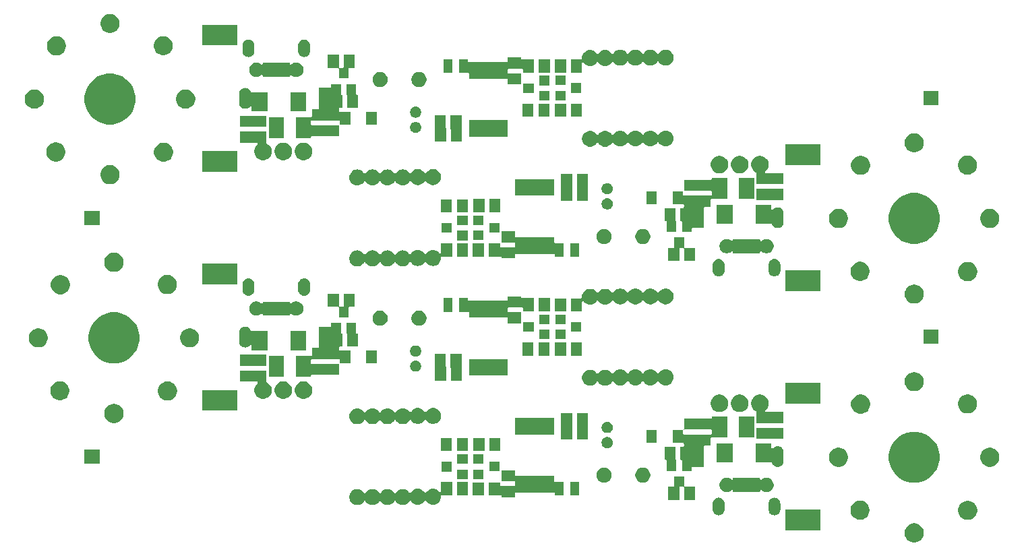
<source format=gbr>
G04 #@! TF.GenerationSoftware,KiCad,Pcbnew,5.0.2+dfsg1-1*
G04 #@! TF.CreationDate,2019-10-24T09:01:44+03:00*
G04 #@! TF.ProjectId,ERG-T-04,4552472d-542d-4303-942e-6b696361645f,rev?*
G04 #@! TF.SameCoordinates,Original*
G04 #@! TF.FileFunction,Soldermask,Top*
G04 #@! TF.FilePolarity,Negative*
%FSLAX46Y46*%
G04 Gerber Fmt 4.6, Leading zero omitted, Abs format (unit mm)*
G04 Created by KiCad (PCBNEW 5.0.2+dfsg1-1) date Чт 24 окт 2019 09:01:44*
%MOMM*%
%LPD*%
G01*
G04 APERTURE LIST*
%ADD10C,0.100000*%
G04 APERTURE END LIST*
D10*
G36*
X130150026Y-85296115D02*
X130368412Y-85386573D01*
X130564958Y-85517901D01*
X130732099Y-85685042D01*
X130863427Y-85881588D01*
X130953885Y-86099974D01*
X131000000Y-86331809D01*
X131000000Y-86568191D01*
X130953885Y-86800026D01*
X130863427Y-87018412D01*
X130732099Y-87214958D01*
X130564958Y-87382099D01*
X130368412Y-87513427D01*
X130150026Y-87603885D01*
X129918191Y-87650000D01*
X129681809Y-87650000D01*
X129449974Y-87603885D01*
X129231588Y-87513427D01*
X129035042Y-87382099D01*
X128867901Y-87214958D01*
X128736573Y-87018412D01*
X128646115Y-86800026D01*
X128600000Y-86568191D01*
X128600000Y-86331809D01*
X128646115Y-86099974D01*
X128736573Y-85881588D01*
X128867901Y-85685042D01*
X129035042Y-85517901D01*
X129231588Y-85386573D01*
X129449974Y-85296115D01*
X129681809Y-85250000D01*
X129918191Y-85250000D01*
X130150026Y-85296115D01*
X130150026Y-85296115D01*
G37*
G36*
X118017500Y-86107500D02*
X113617500Y-86107500D01*
X113617500Y-83497500D01*
X118017500Y-83497500D01*
X118017500Y-86107500D01*
X118017500Y-86107500D01*
G37*
G36*
X136875026Y-82471115D02*
X137093412Y-82561573D01*
X137289958Y-82692901D01*
X137457099Y-82860042D01*
X137588427Y-83056588D01*
X137678885Y-83274974D01*
X137725000Y-83506809D01*
X137725000Y-83743191D01*
X137678885Y-83975026D01*
X137588427Y-84193412D01*
X137457099Y-84389958D01*
X137289958Y-84557099D01*
X137093412Y-84688427D01*
X136875026Y-84778885D01*
X136643191Y-84825000D01*
X136406809Y-84825000D01*
X136174974Y-84778885D01*
X135956588Y-84688427D01*
X135760042Y-84557099D01*
X135592901Y-84389958D01*
X135461573Y-84193412D01*
X135371115Y-83975026D01*
X135325000Y-83743191D01*
X135325000Y-83506809D01*
X135371115Y-83274974D01*
X135461573Y-83056588D01*
X135592901Y-82860042D01*
X135760042Y-82692901D01*
X135956588Y-82561573D01*
X136174974Y-82471115D01*
X136406809Y-82425000D01*
X136643191Y-82425000D01*
X136875026Y-82471115D01*
X136875026Y-82471115D01*
G37*
G36*
X123350026Y-82446115D02*
X123568412Y-82536573D01*
X123764958Y-82667901D01*
X123932099Y-82835042D01*
X124063427Y-83031588D01*
X124153885Y-83249974D01*
X124200000Y-83481809D01*
X124200000Y-83718191D01*
X124153885Y-83950026D01*
X124063427Y-84168412D01*
X123932099Y-84364958D01*
X123764958Y-84532099D01*
X123568412Y-84663427D01*
X123350026Y-84753885D01*
X123118191Y-84800000D01*
X122881809Y-84800000D01*
X122649974Y-84753885D01*
X122431588Y-84663427D01*
X122235042Y-84532099D01*
X122067901Y-84364958D01*
X121936573Y-84168412D01*
X121846115Y-83950026D01*
X121800000Y-83718191D01*
X121800000Y-83481809D01*
X121846115Y-83249974D01*
X121936573Y-83031588D01*
X122067901Y-82835042D01*
X122235042Y-82667901D01*
X122431588Y-82536573D01*
X122649974Y-82446115D01*
X122881809Y-82400000D01*
X123118191Y-82400000D01*
X123350026Y-82446115D01*
X123350026Y-82446115D01*
G37*
G36*
X112394526Y-82048352D02*
X112535900Y-82091238D01*
X112666190Y-82160878D01*
X112780399Y-82254607D01*
X112874120Y-82368806D01*
X112943762Y-82499099D01*
X112986648Y-82640473D01*
X112997500Y-82750661D01*
X112997500Y-83524339D01*
X112986648Y-83634527D01*
X112943762Y-83775901D01*
X112874120Y-83906194D01*
X112780396Y-84020396D01*
X112666194Y-84114120D01*
X112535901Y-84183762D01*
X112394527Y-84226648D01*
X112247500Y-84241128D01*
X112100474Y-84226648D01*
X111959100Y-84183762D01*
X111828807Y-84114120D01*
X111714605Y-84020396D01*
X111620881Y-83906194D01*
X111551240Y-83775902D01*
X111508352Y-83634525D01*
X111497500Y-83524339D01*
X111497500Y-82750662D01*
X111508352Y-82640474D01*
X111551238Y-82499100D01*
X111620878Y-82368810D01*
X111714607Y-82254601D01*
X111828806Y-82160880D01*
X111959099Y-82091238D01*
X112100473Y-82048352D01*
X112247500Y-82033872D01*
X112394526Y-82048352D01*
X112394526Y-82048352D01*
G37*
G36*
X105394526Y-82048352D02*
X105535900Y-82091238D01*
X105666190Y-82160878D01*
X105780399Y-82254607D01*
X105874120Y-82368806D01*
X105943762Y-82499099D01*
X105986648Y-82640473D01*
X105997500Y-82750661D01*
X105997500Y-83524339D01*
X105986648Y-83634527D01*
X105943762Y-83775901D01*
X105874120Y-83906194D01*
X105780396Y-84020396D01*
X105666194Y-84114120D01*
X105535901Y-84183762D01*
X105394527Y-84226648D01*
X105247500Y-84241128D01*
X105100474Y-84226648D01*
X104959100Y-84183762D01*
X104828807Y-84114120D01*
X104714605Y-84020396D01*
X104620881Y-83906194D01*
X104551240Y-83775902D01*
X104508352Y-83634525D01*
X104497500Y-83524339D01*
X104497500Y-82750662D01*
X104508352Y-82640474D01*
X104551238Y-82499100D01*
X104620878Y-82368810D01*
X104714607Y-82254601D01*
X104828806Y-82160880D01*
X104959099Y-82091238D01*
X105100473Y-82048352D01*
X105247500Y-82033872D01*
X105394526Y-82048352D01*
X105394526Y-82048352D01*
G37*
G36*
X71767500Y-81732500D02*
X70479287Y-81732500D01*
X70454901Y-81734902D01*
X70431452Y-81742015D01*
X70409841Y-81753566D01*
X70390899Y-81769112D01*
X70375353Y-81788054D01*
X70363802Y-81809665D01*
X70356689Y-81833114D01*
X70354287Y-81857500D01*
X70354889Y-81869753D01*
X70359838Y-81920000D01*
X70340531Y-82116030D01*
X70340530Y-82116033D01*
X70340530Y-82116034D01*
X70299380Y-82251689D01*
X70283348Y-82304537D01*
X70190491Y-82478260D01*
X70065528Y-82630528D01*
X69913260Y-82755491D01*
X69913258Y-82755492D01*
X69739535Y-82848349D01*
X69551034Y-82905530D01*
X69551033Y-82905530D01*
X69551030Y-82905531D01*
X69404124Y-82920000D01*
X69305876Y-82920000D01*
X69158970Y-82905531D01*
X69158967Y-82905530D01*
X69158966Y-82905530D01*
X68970465Y-82848349D01*
X68796742Y-82755492D01*
X68796740Y-82755491D01*
X68644472Y-82630528D01*
X68519507Y-82478257D01*
X68515239Y-82470273D01*
X68501625Y-82449899D01*
X68484298Y-82432572D01*
X68463923Y-82418958D01*
X68441284Y-82409581D01*
X68417251Y-82404801D01*
X68392746Y-82404801D01*
X68368713Y-82409582D01*
X68346074Y-82418960D01*
X68325700Y-82432574D01*
X68308373Y-82449901D01*
X68294761Y-82470273D01*
X68290493Y-82478257D01*
X68165528Y-82630528D01*
X68013260Y-82755491D01*
X68013258Y-82755492D01*
X67839535Y-82848349D01*
X67651034Y-82905530D01*
X67651033Y-82905530D01*
X67651030Y-82905531D01*
X67504124Y-82920000D01*
X67405876Y-82920000D01*
X67258970Y-82905531D01*
X67258967Y-82905530D01*
X67258966Y-82905530D01*
X67070465Y-82848349D01*
X66896742Y-82755492D01*
X66896740Y-82755491D01*
X66744472Y-82630528D01*
X66611718Y-82468767D01*
X66594391Y-82451440D01*
X66574017Y-82437826D01*
X66551378Y-82428448D01*
X66527344Y-82423668D01*
X66502840Y-82423668D01*
X66478807Y-82428448D01*
X66456167Y-82437826D01*
X66435793Y-82451440D01*
X66411164Y-82478613D01*
X66331751Y-82597463D01*
X66192463Y-82736751D01*
X66028678Y-82846189D01*
X65846689Y-82921571D01*
X65730770Y-82944628D01*
X65653493Y-82960000D01*
X65456507Y-82960000D01*
X65379230Y-82944628D01*
X65263311Y-82921571D01*
X65081322Y-82846189D01*
X64917537Y-82736751D01*
X64778249Y-82597463D01*
X64708926Y-82493715D01*
X64693388Y-82474781D01*
X64674446Y-82459236D01*
X64652835Y-82447685D01*
X64629386Y-82440572D01*
X64605000Y-82438170D01*
X64580613Y-82440572D01*
X64557164Y-82447685D01*
X64535554Y-82459236D01*
X64516611Y-82474782D01*
X64501074Y-82493715D01*
X64431751Y-82597463D01*
X64292463Y-82736751D01*
X64128678Y-82846189D01*
X63946689Y-82921571D01*
X63830770Y-82944628D01*
X63753493Y-82960000D01*
X63556507Y-82960000D01*
X63479230Y-82944628D01*
X63363311Y-82921571D01*
X63181322Y-82846189D01*
X63017537Y-82736751D01*
X62878249Y-82597463D01*
X62808926Y-82493715D01*
X62793388Y-82474781D01*
X62774446Y-82459236D01*
X62752835Y-82447685D01*
X62729386Y-82440572D01*
X62705000Y-82438170D01*
X62680613Y-82440572D01*
X62657164Y-82447685D01*
X62635554Y-82459236D01*
X62616611Y-82474782D01*
X62601074Y-82493715D01*
X62531751Y-82597463D01*
X62392463Y-82736751D01*
X62228678Y-82846189D01*
X62046689Y-82921571D01*
X61930770Y-82944628D01*
X61853493Y-82960000D01*
X61656507Y-82960000D01*
X61579230Y-82944628D01*
X61463311Y-82921571D01*
X61281322Y-82846189D01*
X61117537Y-82736751D01*
X60978249Y-82597463D01*
X60908926Y-82493715D01*
X60893388Y-82474781D01*
X60874446Y-82459236D01*
X60852835Y-82447685D01*
X60829386Y-82440572D01*
X60805000Y-82438170D01*
X60780613Y-82440572D01*
X60757164Y-82447685D01*
X60735554Y-82459236D01*
X60716611Y-82474782D01*
X60701074Y-82493715D01*
X60631751Y-82597463D01*
X60492463Y-82736751D01*
X60328678Y-82846189D01*
X60146689Y-82921571D01*
X60030770Y-82944628D01*
X59953493Y-82960000D01*
X59756507Y-82960000D01*
X59679230Y-82944628D01*
X59563311Y-82921571D01*
X59381322Y-82846189D01*
X59217537Y-82736751D01*
X59078249Y-82597463D01*
X58968811Y-82433678D01*
X58893429Y-82251689D01*
X58861514Y-82091239D01*
X58855000Y-82058493D01*
X58855000Y-81861507D01*
X58876471Y-81753566D01*
X58893429Y-81668311D01*
X58968811Y-81486322D01*
X59078249Y-81322537D01*
X59217537Y-81183249D01*
X59381322Y-81073811D01*
X59563311Y-80998429D01*
X59679230Y-80975372D01*
X59756507Y-80960000D01*
X59953493Y-80960000D01*
X60030770Y-80975372D01*
X60146689Y-80998429D01*
X60328678Y-81073811D01*
X60492463Y-81183249D01*
X60631751Y-81322537D01*
X60701074Y-81426285D01*
X60716612Y-81445219D01*
X60735554Y-81460764D01*
X60757165Y-81472315D01*
X60780614Y-81479428D01*
X60805000Y-81481830D01*
X60829387Y-81479428D01*
X60852836Y-81472315D01*
X60874446Y-81460764D01*
X60893389Y-81445218D01*
X60908926Y-81426285D01*
X60978249Y-81322537D01*
X61117537Y-81183249D01*
X61281322Y-81073811D01*
X61463311Y-80998429D01*
X61579230Y-80975372D01*
X61656507Y-80960000D01*
X61853493Y-80960000D01*
X61930770Y-80975372D01*
X62046689Y-80998429D01*
X62228678Y-81073811D01*
X62392463Y-81183249D01*
X62531751Y-81322537D01*
X62601074Y-81426285D01*
X62616612Y-81445219D01*
X62635554Y-81460764D01*
X62657165Y-81472315D01*
X62680614Y-81479428D01*
X62705000Y-81481830D01*
X62729387Y-81479428D01*
X62752836Y-81472315D01*
X62774446Y-81460764D01*
X62793389Y-81445218D01*
X62808926Y-81426285D01*
X62878249Y-81322537D01*
X63017537Y-81183249D01*
X63181322Y-81073811D01*
X63363311Y-80998429D01*
X63479230Y-80975372D01*
X63556507Y-80960000D01*
X63753493Y-80960000D01*
X63830770Y-80975372D01*
X63946689Y-80998429D01*
X64128678Y-81073811D01*
X64292463Y-81183249D01*
X64431751Y-81322537D01*
X64501074Y-81426285D01*
X64516612Y-81445219D01*
X64535554Y-81460764D01*
X64557165Y-81472315D01*
X64580614Y-81479428D01*
X64605000Y-81481830D01*
X64629387Y-81479428D01*
X64652836Y-81472315D01*
X64674446Y-81460764D01*
X64693389Y-81445218D01*
X64708926Y-81426285D01*
X64778249Y-81322537D01*
X64917537Y-81183249D01*
X65081322Y-81073811D01*
X65263311Y-80998429D01*
X65379230Y-80975372D01*
X65456507Y-80960000D01*
X65653493Y-80960000D01*
X65730770Y-80975372D01*
X65846689Y-80998429D01*
X66028678Y-81073811D01*
X66192463Y-81183249D01*
X66331751Y-81322537D01*
X66387408Y-81405834D01*
X66402942Y-81424762D01*
X66421884Y-81440307D01*
X66443495Y-81451859D01*
X66466944Y-81458972D01*
X66491331Y-81461374D01*
X66515717Y-81458972D01*
X66539166Y-81451859D01*
X66560777Y-81440308D01*
X66579719Y-81424763D01*
X66601571Y-81395299D01*
X66619508Y-81361741D01*
X66744472Y-81209472D01*
X66896740Y-81084509D01*
X67070463Y-80991652D01*
X67070465Y-80991651D01*
X67258966Y-80934470D01*
X67258967Y-80934470D01*
X67258970Y-80934469D01*
X67405876Y-80920000D01*
X67504124Y-80920000D01*
X67651030Y-80934469D01*
X67651033Y-80934470D01*
X67651034Y-80934470D01*
X67839535Y-80991651D01*
X67839537Y-80991652D01*
X68013260Y-81084509D01*
X68165528Y-81209472D01*
X68290493Y-81361743D01*
X68294761Y-81369727D01*
X68308375Y-81390101D01*
X68325702Y-81407428D01*
X68346077Y-81421042D01*
X68368716Y-81430419D01*
X68392749Y-81435199D01*
X68417254Y-81435199D01*
X68441287Y-81430418D01*
X68463926Y-81421040D01*
X68484300Y-81407426D01*
X68501627Y-81390099D01*
X68515239Y-81369727D01*
X68519507Y-81361743D01*
X68644472Y-81209472D01*
X68796740Y-81084509D01*
X68970463Y-80991652D01*
X68970465Y-80991651D01*
X69158966Y-80934470D01*
X69158967Y-80934470D01*
X69158970Y-80934469D01*
X69305876Y-80920000D01*
X69404124Y-80920000D01*
X69551030Y-80934469D01*
X69551033Y-80934470D01*
X69551034Y-80934470D01*
X69739535Y-80991651D01*
X69739537Y-80991652D01*
X69913260Y-81084509D01*
X70065525Y-81209469D01*
X70065526Y-81209471D01*
X70065528Y-81209472D01*
X70145876Y-81307377D01*
X70163201Y-81324701D01*
X70183575Y-81338315D01*
X70206214Y-81347692D01*
X70230248Y-81352473D01*
X70254752Y-81352473D01*
X70278785Y-81347693D01*
X70301424Y-81338315D01*
X70321799Y-81324702D01*
X70339126Y-81307374D01*
X70352740Y-81287000D01*
X70362117Y-81264361D01*
X70366898Y-81240327D01*
X70367500Y-81228075D01*
X70367500Y-80082500D01*
X71767500Y-80082500D01*
X71767500Y-81732500D01*
X71767500Y-81732500D01*
G37*
G36*
X100887500Y-80537500D02*
X100889902Y-80561886D01*
X100897015Y-80585335D01*
X100908566Y-80606946D01*
X100924112Y-80625888D01*
X100943054Y-80641434D01*
X100964665Y-80652985D01*
X100988114Y-80660098D01*
X101012500Y-80662500D01*
X102297500Y-80662500D01*
X102297500Y-82312500D01*
X100897500Y-82312500D01*
X100897500Y-80782500D01*
X100895098Y-80758114D01*
X100887985Y-80734665D01*
X100876434Y-80713054D01*
X100860888Y-80694112D01*
X100841946Y-80678566D01*
X100820335Y-80667015D01*
X100796886Y-80659902D01*
X100772500Y-80657500D01*
X100422500Y-80657500D01*
X100398114Y-80659902D01*
X100374665Y-80667015D01*
X100353054Y-80678566D01*
X100334112Y-80694112D01*
X100318566Y-80713054D01*
X100307015Y-80734665D01*
X100299902Y-80758114D01*
X100297500Y-80782500D01*
X100297500Y-82312500D01*
X98897500Y-82312500D01*
X98897500Y-80662500D01*
X99562500Y-80662500D01*
X99586886Y-80660098D01*
X99610335Y-80652985D01*
X99631946Y-80641434D01*
X99650888Y-80625888D01*
X99666434Y-80606946D01*
X99677985Y-80585335D01*
X99685098Y-80561886D01*
X99687500Y-80537500D01*
X99687500Y-79357500D01*
X100887500Y-79357500D01*
X100887500Y-80537500D01*
X100887500Y-80537500D01*
G37*
G36*
X79657500Y-79182500D02*
X79659902Y-79206886D01*
X79667015Y-79230335D01*
X79678566Y-79251946D01*
X79694112Y-79270888D01*
X79713054Y-79286434D01*
X79734665Y-79297985D01*
X79758114Y-79305098D01*
X79782500Y-79307500D01*
X84547500Y-79307500D01*
X84547500Y-79912500D01*
X84549902Y-79936886D01*
X84557015Y-79960335D01*
X84568566Y-79981946D01*
X84584112Y-80000888D01*
X84603054Y-80016434D01*
X84624665Y-80027985D01*
X84648114Y-80035098D01*
X84672500Y-80037500D01*
X85797500Y-80037500D01*
X85797500Y-81737500D01*
X84697500Y-81737500D01*
X84697500Y-81532500D01*
X84695098Y-81508114D01*
X84687985Y-81484665D01*
X84676434Y-81463054D01*
X84660888Y-81444112D01*
X84641946Y-81428566D01*
X84620335Y-81417015D01*
X84596886Y-81409902D01*
X84572500Y-81407500D01*
X79782500Y-81407500D01*
X79758114Y-81409902D01*
X79734665Y-81417015D01*
X79713054Y-81428566D01*
X79694112Y-81444112D01*
X79678566Y-81463054D01*
X79667015Y-81484665D01*
X79659902Y-81508114D01*
X79657500Y-81532500D01*
X79657500Y-81977500D01*
X78007500Y-81977500D01*
X78007500Y-81867500D01*
X78005098Y-81843114D01*
X77997985Y-81819665D01*
X77986434Y-81798054D01*
X77970888Y-81779112D01*
X77951946Y-81763566D01*
X77930335Y-81752015D01*
X77906886Y-81744902D01*
X77882500Y-81742500D01*
X76377500Y-81742500D01*
X76377500Y-80092500D01*
X77778485Y-80092500D01*
X77777500Y-80102500D01*
X77777500Y-80452500D01*
X77779902Y-80476886D01*
X77787015Y-80500335D01*
X77798566Y-80521946D01*
X77814112Y-80540888D01*
X77833054Y-80556434D01*
X77854665Y-80567985D01*
X77878114Y-80575098D01*
X77902500Y-80577500D01*
X79562500Y-80577500D01*
X79586886Y-80575098D01*
X79610335Y-80567985D01*
X79631946Y-80556434D01*
X79650888Y-80540888D01*
X79666434Y-80521946D01*
X79677985Y-80500335D01*
X79685098Y-80476886D01*
X79687500Y-80452500D01*
X79687500Y-80102500D01*
X79685098Y-80078114D01*
X79677985Y-80054665D01*
X79666434Y-80033054D01*
X79650888Y-80014112D01*
X79631946Y-79998566D01*
X79610335Y-79987015D01*
X79586886Y-79979902D01*
X79562500Y-79977500D01*
X78006515Y-79977500D01*
X78007500Y-79967500D01*
X78007500Y-78577500D01*
X79657500Y-78577500D01*
X79657500Y-79182500D01*
X79657500Y-79182500D01*
G37*
G36*
X75777500Y-81742500D02*
X74377500Y-81742500D01*
X74377500Y-80092500D01*
X75777500Y-80092500D01*
X75777500Y-81742500D01*
X75777500Y-81742500D01*
G37*
G36*
X87697500Y-81737500D02*
X86597500Y-81737500D01*
X86597500Y-80037500D01*
X87697500Y-80037500D01*
X87697500Y-81737500D01*
X87697500Y-81737500D01*
G37*
G36*
X73767500Y-81732500D02*
X72367500Y-81732500D01*
X72367500Y-80082500D01*
X73767500Y-80082500D01*
X73767500Y-81732500D01*
X73767500Y-81732500D01*
G37*
G36*
X106510021Y-79572086D02*
X106673809Y-79639929D01*
X106821220Y-79738426D01*
X106834112Y-79751318D01*
X106853054Y-79766864D01*
X106874665Y-79778415D01*
X106898114Y-79785528D01*
X106922500Y-79787930D01*
X106946886Y-79785528D01*
X106970335Y-79778415D01*
X106991946Y-79766864D01*
X107010888Y-79751318D01*
X107026434Y-79732376D01*
X107037985Y-79710765D01*
X107045098Y-79687316D01*
X107047500Y-79662930D01*
X107047500Y-79562500D01*
X110447500Y-79562500D01*
X110447500Y-79662930D01*
X110449902Y-79687316D01*
X110457015Y-79710765D01*
X110468566Y-79732376D01*
X110484112Y-79751318D01*
X110503054Y-79766864D01*
X110524665Y-79778415D01*
X110548114Y-79785528D01*
X110572500Y-79787930D01*
X110596886Y-79785528D01*
X110620335Y-79778415D01*
X110641946Y-79766864D01*
X110660888Y-79751318D01*
X110673780Y-79738426D01*
X110821191Y-79639929D01*
X110984979Y-79572086D01*
X111158856Y-79537500D01*
X111336144Y-79537500D01*
X111510021Y-79572086D01*
X111673809Y-79639929D01*
X111821220Y-79738426D01*
X111946574Y-79863780D01*
X112045071Y-80011191D01*
X112112914Y-80174979D01*
X112147500Y-80348856D01*
X112147500Y-80526144D01*
X112112914Y-80700021D01*
X112045071Y-80863809D01*
X111946574Y-81011220D01*
X111821220Y-81136574D01*
X111673809Y-81235071D01*
X111510021Y-81302914D01*
X111336144Y-81337500D01*
X111158856Y-81337500D01*
X110984979Y-81302914D01*
X110821191Y-81235071D01*
X110673780Y-81136574D01*
X110660888Y-81123682D01*
X110641946Y-81108136D01*
X110620335Y-81096585D01*
X110596886Y-81089472D01*
X110572500Y-81087070D01*
X110548114Y-81089472D01*
X110524665Y-81096585D01*
X110503054Y-81108136D01*
X110484112Y-81123682D01*
X110468566Y-81142624D01*
X110457015Y-81164235D01*
X110449902Y-81187684D01*
X110447500Y-81212070D01*
X110447500Y-81312500D01*
X107047500Y-81312500D01*
X107047500Y-81212070D01*
X107045098Y-81187684D01*
X107037985Y-81164235D01*
X107026434Y-81142624D01*
X107010888Y-81123682D01*
X106991946Y-81108136D01*
X106970335Y-81096585D01*
X106946886Y-81089472D01*
X106922500Y-81087070D01*
X106898114Y-81089472D01*
X106874665Y-81096585D01*
X106853054Y-81108136D01*
X106834112Y-81123682D01*
X106821220Y-81136574D01*
X106673809Y-81235071D01*
X106510021Y-81302914D01*
X106336144Y-81337500D01*
X106158856Y-81337500D01*
X105984979Y-81302914D01*
X105821191Y-81235071D01*
X105673780Y-81136574D01*
X105548426Y-81011220D01*
X105449929Y-80863809D01*
X105382086Y-80700021D01*
X105347500Y-80526144D01*
X105347500Y-80348856D01*
X105382086Y-80174979D01*
X105449929Y-80011191D01*
X105548426Y-79863780D01*
X105673780Y-79738426D01*
X105821191Y-79639929D01*
X105984979Y-79572086D01*
X106158856Y-79537500D01*
X106336144Y-79537500D01*
X106510021Y-79572086D01*
X106510021Y-79572086D01*
G37*
G36*
X90976951Y-78276627D02*
X91114605Y-78304008D01*
X91287494Y-78375621D01*
X91443090Y-78479587D01*
X91575413Y-78611910D01*
X91679379Y-78767506D01*
X91750992Y-78940395D01*
X91787500Y-79123933D01*
X91787500Y-79311067D01*
X91750992Y-79494605D01*
X91679379Y-79667494D01*
X91575413Y-79823090D01*
X91443090Y-79955413D01*
X91287494Y-80059379D01*
X91114605Y-80130992D01*
X90976951Y-80158373D01*
X90931068Y-80167500D01*
X90743932Y-80167500D01*
X90698049Y-80158373D01*
X90560395Y-80130992D01*
X90387506Y-80059379D01*
X90231910Y-79955413D01*
X90099587Y-79823090D01*
X89995621Y-79667494D01*
X89924008Y-79494605D01*
X89887500Y-79311067D01*
X89887500Y-79123933D01*
X89924008Y-78940395D01*
X89995621Y-78767506D01*
X90099587Y-78611910D01*
X90231910Y-78479587D01*
X90387506Y-78375621D01*
X90560395Y-78304008D01*
X90698049Y-78276627D01*
X90743932Y-78267500D01*
X90931068Y-78267500D01*
X90976951Y-78276627D01*
X90976951Y-78276627D01*
G37*
G36*
X95856951Y-78276627D02*
X95994605Y-78304008D01*
X96167494Y-78375621D01*
X96323090Y-78479587D01*
X96455413Y-78611910D01*
X96559379Y-78767506D01*
X96630992Y-78940395D01*
X96667500Y-79123933D01*
X96667500Y-79311067D01*
X96630992Y-79494605D01*
X96559379Y-79667494D01*
X96455413Y-79823090D01*
X96323090Y-79955413D01*
X96167494Y-80059379D01*
X95994605Y-80130992D01*
X95856951Y-80158373D01*
X95811068Y-80167500D01*
X95623932Y-80167500D01*
X95578049Y-80158373D01*
X95440395Y-80130992D01*
X95267506Y-80059379D01*
X95111910Y-79955413D01*
X94979587Y-79823090D01*
X94875621Y-79667494D01*
X94804008Y-79494605D01*
X94767500Y-79311067D01*
X94767500Y-79123933D01*
X94804008Y-78940395D01*
X94875621Y-78767506D01*
X94979587Y-78611910D01*
X95111910Y-78479587D01*
X95267506Y-78375621D01*
X95440395Y-78304008D01*
X95578049Y-78276627D01*
X95623932Y-78267500D01*
X95811068Y-78267500D01*
X95856951Y-78276627D01*
X95856951Y-78276627D01*
G37*
G36*
X130733405Y-73872974D02*
X131315767Y-74114196D01*
X131839884Y-74464400D01*
X132285600Y-74910116D01*
X132635804Y-75434233D01*
X132877026Y-76016595D01*
X133000000Y-76634826D01*
X133000000Y-77265174D01*
X132877026Y-77883405D01*
X132635804Y-78465767D01*
X132285600Y-78989884D01*
X131839884Y-79435600D01*
X131315767Y-79785804D01*
X130733405Y-80027026D01*
X130115174Y-80150000D01*
X129484826Y-80150000D01*
X128866595Y-80027026D01*
X128284233Y-79785804D01*
X127760116Y-79435600D01*
X127314400Y-78989884D01*
X126964196Y-78465767D01*
X126722974Y-77883405D01*
X126600000Y-77265174D01*
X126600000Y-76634826D01*
X126722974Y-76016595D01*
X126964196Y-75434233D01*
X127314400Y-74910116D01*
X127760116Y-74464400D01*
X128284233Y-74114196D01*
X128866595Y-73872974D01*
X129484826Y-73750000D01*
X130115174Y-73750000D01*
X130733405Y-73872974D01*
X130733405Y-73872974D01*
G37*
G36*
X73724000Y-79700000D02*
X72424000Y-79700000D01*
X72424000Y-78500000D01*
X73724000Y-78500000D01*
X73724000Y-79700000D01*
X73724000Y-79700000D01*
G37*
G36*
X75730000Y-79685000D02*
X74430000Y-79685000D01*
X74430000Y-78485000D01*
X75730000Y-78485000D01*
X75730000Y-79685000D01*
X75730000Y-79685000D01*
G37*
G36*
X71724000Y-78750000D02*
X70424000Y-78750000D01*
X70424000Y-77550000D01*
X71724000Y-77550000D01*
X71724000Y-78750000D01*
X71724000Y-78750000D01*
G37*
G36*
X77730000Y-78735000D02*
X76430000Y-78735000D01*
X76430000Y-77535000D01*
X77730000Y-77535000D01*
X77730000Y-78735000D01*
X77730000Y-78735000D01*
G37*
G36*
X106307500Y-74482500D02*
X104387500Y-74482500D01*
X104363114Y-74484902D01*
X104339665Y-74492015D01*
X104318054Y-74503566D01*
X104299112Y-74519112D01*
X104283566Y-74538054D01*
X104272015Y-74559665D01*
X104264902Y-74583114D01*
X104262500Y-74607500D01*
X104262500Y-75487500D01*
X103532500Y-75487500D01*
X103508114Y-75489902D01*
X103484665Y-75497015D01*
X103463054Y-75508566D01*
X103444112Y-75524112D01*
X103428566Y-75543054D01*
X103417015Y-75564665D01*
X103409902Y-75588114D01*
X103407500Y-75612500D01*
X103407500Y-78157500D01*
X101962500Y-78157500D01*
X101938114Y-78159902D01*
X101914665Y-78167015D01*
X101893054Y-78178566D01*
X101874112Y-78194112D01*
X101858566Y-78213054D01*
X101847015Y-78234665D01*
X101839902Y-78258114D01*
X101837500Y-78282500D01*
X101837500Y-78657500D01*
X100637500Y-78657500D01*
X100637500Y-77417500D01*
X100635098Y-77393114D01*
X100627985Y-77369665D01*
X100616434Y-77348054D01*
X100600888Y-77329112D01*
X100581946Y-77313566D01*
X100560335Y-77302015D01*
X100536886Y-77294902D01*
X100512500Y-77292500D01*
X100457500Y-77292500D01*
X100457500Y-75642500D01*
X100757500Y-75642500D01*
X100781886Y-75640098D01*
X100805335Y-75632985D01*
X100826946Y-75621434D01*
X100845888Y-75605888D01*
X100861434Y-75586946D01*
X100872985Y-75565335D01*
X100880098Y-75541886D01*
X100882500Y-75517500D01*
X100882500Y-75282500D01*
X100880098Y-75258114D01*
X100872985Y-75234665D01*
X100861434Y-75213054D01*
X100845888Y-75194112D01*
X100826946Y-75178566D01*
X100805335Y-75167015D01*
X100781886Y-75159902D01*
X100757500Y-75157500D01*
X99457500Y-75157500D01*
X99457500Y-73557500D01*
X100757500Y-73557500D01*
X100771586Y-73556113D01*
X100767015Y-73564665D01*
X100759902Y-73588114D01*
X100757500Y-73612500D01*
X100757500Y-73962500D01*
X100759902Y-73986886D01*
X100767015Y-74010335D01*
X100778566Y-74031946D01*
X100794112Y-74050888D01*
X100813054Y-74066434D01*
X100834665Y-74077985D01*
X100858114Y-74085098D01*
X100882500Y-74087500D01*
X104282500Y-74087500D01*
X104306886Y-74085098D01*
X104330335Y-74077985D01*
X104351946Y-74066434D01*
X104370888Y-74050888D01*
X104386434Y-74031946D01*
X104397985Y-74010335D01*
X104405098Y-73986886D01*
X104407500Y-73962500D01*
X104407500Y-73612500D01*
X104405098Y-73588114D01*
X104397985Y-73564665D01*
X104386434Y-73543054D01*
X104370888Y-73524112D01*
X104351946Y-73508566D01*
X104330335Y-73497015D01*
X104306886Y-73489902D01*
X104282500Y-73487500D01*
X100882500Y-73487500D01*
X100868414Y-73488887D01*
X100872985Y-73480335D01*
X100880098Y-73456886D01*
X100882500Y-73432500D01*
X100882500Y-72087500D01*
X104282500Y-72087500D01*
X104306886Y-72085098D01*
X104330335Y-72077985D01*
X104351946Y-72066434D01*
X104370888Y-72050888D01*
X104386434Y-72031946D01*
X104397985Y-72010335D01*
X104405098Y-71986886D01*
X104407500Y-71962500D01*
X104407500Y-71832500D01*
X106307500Y-71832500D01*
X106307500Y-74482500D01*
X106307500Y-74482500D01*
G37*
G36*
X99857500Y-77232500D02*
X99859902Y-77256886D01*
X99867015Y-77280335D01*
X99878566Y-77301946D01*
X99894112Y-77320888D01*
X99913054Y-77336434D01*
X99934665Y-77347985D01*
X99937500Y-77348845D01*
X99937500Y-78657500D01*
X98737500Y-78657500D01*
X98737500Y-77417500D01*
X98735098Y-77393114D01*
X98727985Y-77369665D01*
X98716434Y-77348054D01*
X98700888Y-77329112D01*
X98681946Y-77313566D01*
X98660335Y-77302015D01*
X98636886Y-77294902D01*
X98612500Y-77292500D01*
X98457500Y-77292500D01*
X98457500Y-75642500D01*
X99857500Y-75642500D01*
X99857500Y-77232500D01*
X99857500Y-77232500D01*
G37*
G36*
X111857500Y-75750720D02*
X111859902Y-75775106D01*
X111867015Y-75798555D01*
X111878566Y-75820166D01*
X111894112Y-75839108D01*
X111913054Y-75854654D01*
X111934665Y-75866205D01*
X111958114Y-75873318D01*
X111982500Y-75875720D01*
X112006886Y-75873318D01*
X112030335Y-75866205D01*
X112051946Y-75854654D01*
X112070888Y-75839108D01*
X112079127Y-75830019D01*
X112124607Y-75774601D01*
X112238806Y-75680880D01*
X112369099Y-75611238D01*
X112510473Y-75568352D01*
X112657500Y-75553872D01*
X112804526Y-75568352D01*
X112945900Y-75611238D01*
X113076190Y-75680878D01*
X113190399Y-75774607D01*
X113284120Y-75888806D01*
X113353762Y-76019099D01*
X113396648Y-76160473D01*
X113407500Y-76270661D01*
X113407500Y-77444339D01*
X113396648Y-77554527D01*
X113353762Y-77695901D01*
X113284120Y-77826194D01*
X113190396Y-77940396D01*
X113076194Y-78034120D01*
X112945901Y-78103762D01*
X112804527Y-78146648D01*
X112657500Y-78161128D01*
X112510474Y-78146648D01*
X112369100Y-78103762D01*
X112238807Y-78034120D01*
X112124605Y-77940396D01*
X112030881Y-77826194D01*
X111956172Y-77686422D01*
X111955003Y-77683597D01*
X111941393Y-77663220D01*
X111924069Y-77645889D01*
X111903697Y-77632271D01*
X111881060Y-77622890D01*
X111857027Y-77618104D01*
X111844751Y-77617500D01*
X109857500Y-77617500D01*
X109857500Y-75217500D01*
X111857500Y-75217500D01*
X111857500Y-75750720D01*
X111857500Y-75750720D01*
G37*
G36*
X139650026Y-75796115D02*
X139868412Y-75886573D01*
X140064958Y-76017901D01*
X140232099Y-76185042D01*
X140363427Y-76381588D01*
X140453885Y-76599974D01*
X140500000Y-76831809D01*
X140500000Y-77068191D01*
X140453885Y-77300026D01*
X140363427Y-77518412D01*
X140232099Y-77714958D01*
X140064958Y-77882099D01*
X139868412Y-78013427D01*
X139650026Y-78103885D01*
X139418191Y-78150000D01*
X139181809Y-78150000D01*
X138949974Y-78103885D01*
X138731588Y-78013427D01*
X138535042Y-77882099D01*
X138367901Y-77714958D01*
X138236573Y-77518412D01*
X138146115Y-77300026D01*
X138100000Y-77068191D01*
X138100000Y-76831809D01*
X138146115Y-76599974D01*
X138236573Y-76381588D01*
X138367901Y-76185042D01*
X138535042Y-76017901D01*
X138731588Y-75886573D01*
X138949974Y-75796115D01*
X139181809Y-75750000D01*
X139418191Y-75750000D01*
X139650026Y-75796115D01*
X139650026Y-75796115D01*
G37*
G36*
X120650026Y-75796115D02*
X120868412Y-75886573D01*
X121064958Y-76017901D01*
X121232099Y-76185042D01*
X121363427Y-76381588D01*
X121453885Y-76599974D01*
X121500000Y-76831809D01*
X121500000Y-77068191D01*
X121453885Y-77300026D01*
X121363427Y-77518412D01*
X121232099Y-77714958D01*
X121064958Y-77882099D01*
X120868412Y-78013427D01*
X120650026Y-78103885D01*
X120418191Y-78150000D01*
X120181809Y-78150000D01*
X119949974Y-78103885D01*
X119731588Y-78013427D01*
X119535042Y-77882099D01*
X119367901Y-77714958D01*
X119236573Y-77518412D01*
X119146115Y-77300026D01*
X119100000Y-77068191D01*
X119100000Y-76831809D01*
X119146115Y-76599974D01*
X119236573Y-76381588D01*
X119367901Y-76185042D01*
X119535042Y-76017901D01*
X119731588Y-75886573D01*
X119949974Y-75796115D01*
X120181809Y-75750000D01*
X120418191Y-75750000D01*
X120650026Y-75796115D01*
X120650026Y-75796115D01*
G37*
G36*
X73724000Y-77800000D02*
X72424000Y-77800000D01*
X72424000Y-76600000D01*
X73724000Y-76600000D01*
X73724000Y-77800000D01*
X73724000Y-77800000D01*
G37*
G36*
X27477500Y-77797500D02*
X25577500Y-77797500D01*
X25577500Y-75997500D01*
X27477500Y-75997500D01*
X27477500Y-77797500D01*
X27477500Y-77797500D01*
G37*
G36*
X75730000Y-77785000D02*
X74430000Y-77785000D01*
X74430000Y-76585000D01*
X75730000Y-76585000D01*
X75730000Y-77785000D01*
X75730000Y-77785000D01*
G37*
G36*
X106977500Y-77617500D02*
X104977500Y-77617500D01*
X104977500Y-75217500D01*
X106977500Y-75217500D01*
X106977500Y-77617500D01*
X106977500Y-77617500D01*
G37*
G36*
X71750000Y-76185000D02*
X70350000Y-76185000D01*
X70350000Y-74535000D01*
X71750000Y-74535000D01*
X71750000Y-76185000D01*
X71750000Y-76185000D01*
G37*
G36*
X73750000Y-76185000D02*
X72350000Y-76185000D01*
X72350000Y-74535000D01*
X73750000Y-74535000D01*
X73750000Y-76185000D01*
X73750000Y-76185000D01*
G37*
G36*
X77838000Y-76181000D02*
X76438000Y-76181000D01*
X76438000Y-74531000D01*
X77838000Y-74531000D01*
X77838000Y-76181000D01*
X77838000Y-76181000D01*
G37*
G36*
X75838000Y-76181000D02*
X74438000Y-76181000D01*
X74438000Y-74531000D01*
X75838000Y-74531000D01*
X75838000Y-76181000D01*
X75838000Y-76181000D01*
G37*
G36*
X91454183Y-74436900D02*
X91564269Y-74482500D01*
X91581574Y-74489668D01*
X91686333Y-74559665D01*
X91696225Y-74566275D01*
X91793725Y-74663775D01*
X91870332Y-74778426D01*
X91923100Y-74905817D01*
X91950000Y-75041055D01*
X91950000Y-75178945D01*
X91923100Y-75314183D01*
X91873373Y-75434232D01*
X91870332Y-75441574D01*
X91793726Y-75556224D01*
X91696224Y-75653726D01*
X91655583Y-75680881D01*
X91581574Y-75730332D01*
X91454183Y-75783100D01*
X91318945Y-75810000D01*
X91181055Y-75810000D01*
X91045817Y-75783100D01*
X90918426Y-75730332D01*
X90844417Y-75680881D01*
X90803776Y-75653726D01*
X90706274Y-75556224D01*
X90629668Y-75441574D01*
X90626627Y-75434232D01*
X90576900Y-75314183D01*
X90550000Y-75178945D01*
X90550000Y-75041055D01*
X90576900Y-74905817D01*
X90629668Y-74778426D01*
X90706275Y-74663775D01*
X90803775Y-74566275D01*
X90813668Y-74559665D01*
X90918426Y-74489668D01*
X90935731Y-74482500D01*
X91045817Y-74436900D01*
X91181055Y-74410000D01*
X91318945Y-74410000D01*
X91454183Y-74436900D01*
X91454183Y-74436900D01*
G37*
G36*
X97457500Y-75157500D02*
X96157500Y-75157500D01*
X96157500Y-73557500D01*
X97457500Y-73557500D01*
X97457500Y-75157500D01*
X97457500Y-75157500D01*
G37*
G36*
X86840000Y-72960000D02*
X86842402Y-72984386D01*
X86849515Y-73007835D01*
X86850000Y-73008742D01*
X86850000Y-74735000D01*
X85450000Y-74735000D01*
X85450000Y-73160000D01*
X85447598Y-73135614D01*
X85440485Y-73112165D01*
X85440000Y-73111258D01*
X85440000Y-71385000D01*
X86840000Y-71385000D01*
X86840000Y-72960000D01*
X86840000Y-72960000D01*
G37*
G36*
X88840000Y-72960000D02*
X88842402Y-72984386D01*
X88849515Y-73007835D01*
X88850000Y-73008742D01*
X88850000Y-74735000D01*
X87450000Y-74735000D01*
X87450000Y-73160000D01*
X87447598Y-73135614D01*
X87440485Y-73112165D01*
X87440000Y-73111258D01*
X87440000Y-71385000D01*
X88840000Y-71385000D01*
X88840000Y-72960000D01*
X88840000Y-72960000D01*
G37*
G36*
X113342500Y-74657500D02*
X109992500Y-74657500D01*
X109992500Y-73257500D01*
X113342500Y-73257500D01*
X113342500Y-74657500D01*
X113342500Y-74657500D01*
G37*
G36*
X109707500Y-74482500D02*
X107807500Y-74482500D01*
X107807500Y-71832500D01*
X109707500Y-71832500D01*
X109707500Y-74482500D01*
X109707500Y-74482500D01*
G37*
G36*
X84547500Y-74107500D02*
X79687500Y-74107500D01*
X79687500Y-72007500D01*
X84547500Y-72007500D01*
X84547500Y-74107500D01*
X84547500Y-74107500D01*
G37*
G36*
X91454183Y-72536900D02*
X91581574Y-72589668D01*
X91696224Y-72666274D01*
X91793726Y-72763776D01*
X91870332Y-72878426D01*
X91923100Y-73005817D01*
X91950000Y-73141055D01*
X91950000Y-73278945D01*
X91923100Y-73414183D01*
X91870332Y-73541574D01*
X91793725Y-73656225D01*
X91696225Y-73753725D01*
X91581574Y-73830332D01*
X91454183Y-73883100D01*
X91318945Y-73910000D01*
X91181055Y-73910000D01*
X91045817Y-73883100D01*
X90918426Y-73830332D01*
X90803775Y-73753725D01*
X90706275Y-73656225D01*
X90629668Y-73541574D01*
X90576900Y-73414183D01*
X90550000Y-73278945D01*
X90550000Y-73141055D01*
X90576900Y-73005817D01*
X90629668Y-72878426D01*
X90706274Y-72763776D01*
X90803776Y-72666274D01*
X90918426Y-72589668D01*
X91045817Y-72536900D01*
X91181055Y-72510000D01*
X91318945Y-72510000D01*
X91454183Y-72536900D01*
X91454183Y-72536900D01*
G37*
G36*
X67630770Y-70775372D02*
X67746689Y-70798429D01*
X67928678Y-70873811D01*
X68092463Y-70983249D01*
X68231751Y-71122537D01*
X68301074Y-71226285D01*
X68316612Y-71245219D01*
X68335554Y-71260764D01*
X68357165Y-71272315D01*
X68380614Y-71279428D01*
X68405000Y-71281830D01*
X68429387Y-71279428D01*
X68452836Y-71272315D01*
X68474446Y-71260764D01*
X68493389Y-71245218D01*
X68508926Y-71226285D01*
X68578249Y-71122537D01*
X68717537Y-70983249D01*
X68881322Y-70873811D01*
X69063311Y-70798429D01*
X69179230Y-70775372D01*
X69256507Y-70760000D01*
X69453493Y-70760000D01*
X69530770Y-70775372D01*
X69646689Y-70798429D01*
X69828678Y-70873811D01*
X69992463Y-70983249D01*
X70131751Y-71122537D01*
X70241189Y-71286322D01*
X70316571Y-71468311D01*
X70355000Y-71661509D01*
X70355000Y-71858491D01*
X70316571Y-72051689D01*
X70241189Y-72233678D01*
X70131751Y-72397463D01*
X69992463Y-72536751D01*
X69828678Y-72646189D01*
X69646689Y-72721571D01*
X69530770Y-72744628D01*
X69453493Y-72760000D01*
X69256507Y-72760000D01*
X69179230Y-72744628D01*
X69063311Y-72721571D01*
X68881322Y-72646189D01*
X68717537Y-72536751D01*
X68578249Y-72397463D01*
X68508926Y-72293715D01*
X68493388Y-72274781D01*
X68474446Y-72259236D01*
X68452835Y-72247685D01*
X68429386Y-72240572D01*
X68405000Y-72238170D01*
X68380613Y-72240572D01*
X68357164Y-72247685D01*
X68335554Y-72259236D01*
X68316611Y-72274782D01*
X68301074Y-72293715D01*
X68231751Y-72397463D01*
X68092463Y-72536751D01*
X67928678Y-72646189D01*
X67746689Y-72721571D01*
X67630770Y-72744628D01*
X67553493Y-72760000D01*
X67356507Y-72760000D01*
X67279230Y-72744628D01*
X67163311Y-72721571D01*
X66981322Y-72646189D01*
X66817537Y-72536751D01*
X66678249Y-72397463D01*
X66622592Y-72314166D01*
X66607058Y-72295238D01*
X66588116Y-72279693D01*
X66566505Y-72268141D01*
X66543056Y-72261028D01*
X66518669Y-72258626D01*
X66494283Y-72261028D01*
X66470834Y-72268141D01*
X66449223Y-72279692D01*
X66430281Y-72295237D01*
X66408429Y-72324701D01*
X66390492Y-72358259D01*
X66265528Y-72510528D01*
X66113260Y-72635491D01*
X66072084Y-72657500D01*
X65939535Y-72728349D01*
X65751034Y-72785530D01*
X65751033Y-72785530D01*
X65751030Y-72785531D01*
X65604124Y-72800000D01*
X65505876Y-72800000D01*
X65358970Y-72785531D01*
X65358967Y-72785530D01*
X65358966Y-72785530D01*
X65170465Y-72728349D01*
X65037916Y-72657500D01*
X64996740Y-72635491D01*
X64844472Y-72510528D01*
X64719507Y-72358257D01*
X64715239Y-72350273D01*
X64701625Y-72329899D01*
X64684298Y-72312572D01*
X64663923Y-72298958D01*
X64641284Y-72289581D01*
X64617251Y-72284801D01*
X64592746Y-72284801D01*
X64568713Y-72289582D01*
X64546074Y-72298960D01*
X64525700Y-72312574D01*
X64508373Y-72329901D01*
X64494761Y-72350273D01*
X64490493Y-72358257D01*
X64365528Y-72510528D01*
X64213260Y-72635491D01*
X64172084Y-72657500D01*
X64039535Y-72728349D01*
X63851034Y-72785530D01*
X63851033Y-72785530D01*
X63851030Y-72785531D01*
X63704124Y-72800000D01*
X63605876Y-72800000D01*
X63458970Y-72785531D01*
X63458967Y-72785530D01*
X63458966Y-72785530D01*
X63270465Y-72728349D01*
X63137916Y-72657500D01*
X63096740Y-72635491D01*
X62944472Y-72510528D01*
X62819507Y-72358257D01*
X62815239Y-72350273D01*
X62801625Y-72329899D01*
X62784298Y-72312572D01*
X62763923Y-72298958D01*
X62741284Y-72289581D01*
X62717251Y-72284801D01*
X62692746Y-72284801D01*
X62668713Y-72289582D01*
X62646074Y-72298960D01*
X62625700Y-72312574D01*
X62608373Y-72329901D01*
X62594761Y-72350273D01*
X62590493Y-72358257D01*
X62465528Y-72510528D01*
X62313260Y-72635491D01*
X62272084Y-72657500D01*
X62139535Y-72728349D01*
X61951034Y-72785530D01*
X61951033Y-72785530D01*
X61951030Y-72785531D01*
X61804124Y-72800000D01*
X61705876Y-72800000D01*
X61558970Y-72785531D01*
X61558967Y-72785530D01*
X61558966Y-72785530D01*
X61370465Y-72728349D01*
X61237916Y-72657500D01*
X61196740Y-72635491D01*
X61044472Y-72510528D01*
X60919507Y-72358257D01*
X60915239Y-72350273D01*
X60901625Y-72329899D01*
X60884298Y-72312572D01*
X60863923Y-72298958D01*
X60841284Y-72289581D01*
X60817251Y-72284801D01*
X60792746Y-72284801D01*
X60768713Y-72289582D01*
X60746074Y-72298960D01*
X60725700Y-72312574D01*
X60708373Y-72329901D01*
X60694761Y-72350273D01*
X60690493Y-72358257D01*
X60565528Y-72510528D01*
X60413260Y-72635491D01*
X60372084Y-72657500D01*
X60239535Y-72728349D01*
X60051034Y-72785530D01*
X60051033Y-72785530D01*
X60051030Y-72785531D01*
X59904124Y-72800000D01*
X59805876Y-72800000D01*
X59658970Y-72785531D01*
X59658967Y-72785530D01*
X59658966Y-72785530D01*
X59470465Y-72728349D01*
X59337916Y-72657500D01*
X59296740Y-72635491D01*
X59144472Y-72510528D01*
X59019509Y-72358260D01*
X58926652Y-72184537D01*
X58894330Y-72077985D01*
X58869470Y-71996034D01*
X58869470Y-71996033D01*
X58869469Y-71996030D01*
X58850162Y-71800000D01*
X58869469Y-71603970D01*
X58880323Y-71568190D01*
X58926651Y-71415465D01*
X58980244Y-71315199D01*
X59019509Y-71241740D01*
X59144472Y-71089472D01*
X59296740Y-70964509D01*
X59470463Y-70871652D01*
X59470465Y-70871651D01*
X59658966Y-70814470D01*
X59658967Y-70814470D01*
X59658970Y-70814469D01*
X59805876Y-70800000D01*
X59904124Y-70800000D01*
X60051030Y-70814469D01*
X60051033Y-70814470D01*
X60051034Y-70814470D01*
X60239535Y-70871651D01*
X60239537Y-70871652D01*
X60413260Y-70964509D01*
X60565528Y-71089472D01*
X60690493Y-71241743D01*
X60694761Y-71249727D01*
X60708375Y-71270101D01*
X60725702Y-71287428D01*
X60746077Y-71301042D01*
X60768716Y-71310419D01*
X60792749Y-71315199D01*
X60817254Y-71315199D01*
X60841287Y-71310418D01*
X60863926Y-71301040D01*
X60884300Y-71287426D01*
X60901627Y-71270099D01*
X60915239Y-71249727D01*
X60919507Y-71241743D01*
X61044472Y-71089472D01*
X61196740Y-70964509D01*
X61370463Y-70871652D01*
X61370465Y-70871651D01*
X61558966Y-70814470D01*
X61558967Y-70814470D01*
X61558970Y-70814469D01*
X61705876Y-70800000D01*
X61804124Y-70800000D01*
X61951030Y-70814469D01*
X61951033Y-70814470D01*
X61951034Y-70814470D01*
X62139535Y-70871651D01*
X62139537Y-70871652D01*
X62313260Y-70964509D01*
X62465528Y-71089472D01*
X62590493Y-71241743D01*
X62594761Y-71249727D01*
X62608375Y-71270101D01*
X62625702Y-71287428D01*
X62646077Y-71301042D01*
X62668716Y-71310419D01*
X62692749Y-71315199D01*
X62717254Y-71315199D01*
X62741287Y-71310418D01*
X62763926Y-71301040D01*
X62784300Y-71287426D01*
X62801627Y-71270099D01*
X62815239Y-71249727D01*
X62819507Y-71241743D01*
X62944472Y-71089472D01*
X63096740Y-70964509D01*
X63270463Y-70871652D01*
X63270465Y-70871651D01*
X63458966Y-70814470D01*
X63458967Y-70814470D01*
X63458970Y-70814469D01*
X63605876Y-70800000D01*
X63704124Y-70800000D01*
X63851030Y-70814469D01*
X63851033Y-70814470D01*
X63851034Y-70814470D01*
X64039535Y-70871651D01*
X64039537Y-70871652D01*
X64213260Y-70964509D01*
X64365528Y-71089472D01*
X64490493Y-71241743D01*
X64494761Y-71249727D01*
X64508375Y-71270101D01*
X64525702Y-71287428D01*
X64546077Y-71301042D01*
X64568716Y-71310419D01*
X64592749Y-71315199D01*
X64617254Y-71315199D01*
X64641287Y-71310418D01*
X64663926Y-71301040D01*
X64684300Y-71287426D01*
X64701627Y-71270099D01*
X64715239Y-71249727D01*
X64719507Y-71241743D01*
X64844472Y-71089472D01*
X64996740Y-70964509D01*
X65170463Y-70871652D01*
X65170465Y-70871651D01*
X65358966Y-70814470D01*
X65358967Y-70814470D01*
X65358970Y-70814469D01*
X65505876Y-70800000D01*
X65604124Y-70800000D01*
X65751030Y-70814469D01*
X65751033Y-70814470D01*
X65751034Y-70814470D01*
X65939535Y-70871651D01*
X65939537Y-70871652D01*
X66113260Y-70964509D01*
X66265528Y-71089472D01*
X66398282Y-71251233D01*
X66415609Y-71268560D01*
X66435983Y-71282174D01*
X66458622Y-71291552D01*
X66482656Y-71296332D01*
X66507160Y-71296332D01*
X66531193Y-71291552D01*
X66553833Y-71282174D01*
X66574207Y-71268560D01*
X66598836Y-71241387D01*
X66678249Y-71122537D01*
X66817537Y-70983249D01*
X66981322Y-70873811D01*
X67163311Y-70798429D01*
X67279230Y-70775372D01*
X67356507Y-70760000D01*
X67553493Y-70760000D01*
X67630770Y-70775372D01*
X67630770Y-70775372D01*
G37*
G36*
X110730857Y-69126272D02*
X110931042Y-69209191D01*
X110931045Y-69209193D01*
X111093738Y-69317901D01*
X111111213Y-69329578D01*
X111264422Y-69482787D01*
X111264424Y-69482790D01*
X111264425Y-69482791D01*
X111297373Y-69532101D01*
X111384809Y-69662958D01*
X111467728Y-69863143D01*
X111510000Y-70075658D01*
X111510000Y-70292342D01*
X111467728Y-70504857D01*
X111384809Y-70705042D01*
X111384807Y-70705045D01*
X111273484Y-70871652D01*
X111264422Y-70885213D01*
X111105523Y-71044112D01*
X111089977Y-71063054D01*
X111078426Y-71084665D01*
X111071313Y-71108114D01*
X111068911Y-71132500D01*
X111071313Y-71156886D01*
X111078426Y-71180335D01*
X111089977Y-71201946D01*
X111105523Y-71220888D01*
X111124465Y-71236434D01*
X111146076Y-71247985D01*
X111169525Y-71255098D01*
X111193911Y-71257500D01*
X113342500Y-71257500D01*
X113342500Y-72657500D01*
X109992500Y-72657500D01*
X109992500Y-71285220D01*
X109990098Y-71260834D01*
X109982985Y-71237385D01*
X109971434Y-71215774D01*
X109955888Y-71196832D01*
X109936946Y-71181286D01*
X109915336Y-71169735D01*
X109888957Y-71158808D01*
X109888956Y-71158808D01*
X109888955Y-71158807D01*
X109708791Y-71038425D01*
X109708790Y-71038424D01*
X109708787Y-71038422D01*
X109555578Y-70885213D01*
X109546517Y-70871652D01*
X109435193Y-70705045D01*
X109435191Y-70705042D01*
X109352272Y-70504857D01*
X109310000Y-70292342D01*
X109310000Y-70075658D01*
X109352272Y-69863143D01*
X109435191Y-69662958D01*
X109522627Y-69532101D01*
X109555575Y-69482791D01*
X109555576Y-69482790D01*
X109555578Y-69482787D01*
X109708787Y-69329578D01*
X109726263Y-69317901D01*
X109888955Y-69209193D01*
X109888958Y-69209191D01*
X110089143Y-69126272D01*
X110301658Y-69084000D01*
X110518342Y-69084000D01*
X110730857Y-69126272D01*
X110730857Y-69126272D01*
G37*
G36*
X29650026Y-70296115D02*
X29868412Y-70386573D01*
X30064958Y-70517901D01*
X30232099Y-70685042D01*
X30363427Y-70881588D01*
X30453885Y-71099974D01*
X30500000Y-71331809D01*
X30500000Y-71568191D01*
X30453885Y-71800026D01*
X30363427Y-72018412D01*
X30232099Y-72214958D01*
X30064958Y-72382099D01*
X29868412Y-72513427D01*
X29650026Y-72603885D01*
X29418191Y-72650000D01*
X29181809Y-72650000D01*
X28949974Y-72603885D01*
X28731588Y-72513427D01*
X28535042Y-72382099D01*
X28367901Y-72214958D01*
X28236573Y-72018412D01*
X28146115Y-71800026D01*
X28100000Y-71568191D01*
X28100000Y-71331809D01*
X28146115Y-71099974D01*
X28236573Y-70881588D01*
X28367901Y-70685042D01*
X28535042Y-70517901D01*
X28731588Y-70386573D01*
X28949974Y-70296115D01*
X29181809Y-70250000D01*
X29418191Y-70250000D01*
X29650026Y-70296115D01*
X29650026Y-70296115D01*
G37*
G36*
X123425026Y-69121115D02*
X123643412Y-69211573D01*
X123839958Y-69342901D01*
X124007099Y-69510042D01*
X124138427Y-69706588D01*
X124228885Y-69924974D01*
X124275000Y-70156809D01*
X124275000Y-70393191D01*
X124228885Y-70625026D01*
X124138427Y-70843412D01*
X124007099Y-71039958D01*
X123839958Y-71207099D01*
X123643412Y-71338427D01*
X123425026Y-71428885D01*
X123193191Y-71475000D01*
X122956809Y-71475000D01*
X122724974Y-71428885D01*
X122506588Y-71338427D01*
X122310042Y-71207099D01*
X122142901Y-71039958D01*
X122011573Y-70843412D01*
X121921115Y-70625026D01*
X121875000Y-70393191D01*
X121875000Y-70156809D01*
X121921115Y-69924974D01*
X122011573Y-69706588D01*
X122142901Y-69510042D01*
X122310042Y-69342901D01*
X122506588Y-69211573D01*
X122724974Y-69121115D01*
X122956809Y-69075000D01*
X123193191Y-69075000D01*
X123425026Y-69121115D01*
X123425026Y-69121115D01*
G37*
G36*
X136850026Y-69096115D02*
X137068412Y-69186573D01*
X137264958Y-69317901D01*
X137432099Y-69485042D01*
X137563427Y-69681588D01*
X137653885Y-69899974D01*
X137700000Y-70131809D01*
X137700000Y-70368191D01*
X137653885Y-70600026D01*
X137563427Y-70818412D01*
X137432099Y-71014958D01*
X137264958Y-71182099D01*
X137068412Y-71313427D01*
X136850026Y-71403885D01*
X136618191Y-71450000D01*
X136381809Y-71450000D01*
X136149974Y-71403885D01*
X135931588Y-71313427D01*
X135735042Y-71182099D01*
X135567901Y-71014958D01*
X135436573Y-70818412D01*
X135346115Y-70600026D01*
X135300000Y-70368191D01*
X135300000Y-70131809D01*
X135346115Y-69899974D01*
X135436573Y-69681588D01*
X135567901Y-69485042D01*
X135735042Y-69317901D01*
X135931588Y-69186573D01*
X136149974Y-69096115D01*
X136381809Y-69050000D01*
X136618191Y-69050000D01*
X136850026Y-69096115D01*
X136850026Y-69096115D01*
G37*
G36*
X108190857Y-69126272D02*
X108391042Y-69209191D01*
X108391045Y-69209193D01*
X108553738Y-69317901D01*
X108571213Y-69329578D01*
X108724422Y-69482787D01*
X108724424Y-69482790D01*
X108724425Y-69482791D01*
X108757373Y-69532101D01*
X108844809Y-69662958D01*
X108927728Y-69863143D01*
X108970000Y-70075658D01*
X108970000Y-70292342D01*
X108927728Y-70504857D01*
X108844809Y-70705042D01*
X108844807Y-70705045D01*
X108733484Y-70871652D01*
X108724422Y-70885213D01*
X108571213Y-71038422D01*
X108571210Y-71038424D01*
X108571209Y-71038425D01*
X108467831Y-71107500D01*
X108391042Y-71158809D01*
X108190857Y-71241728D01*
X107978342Y-71284000D01*
X107761658Y-71284000D01*
X107549143Y-71241728D01*
X107348958Y-71158809D01*
X107272169Y-71107500D01*
X107168791Y-71038425D01*
X107168790Y-71038424D01*
X107168787Y-71038422D01*
X107015578Y-70885213D01*
X107006517Y-70871652D01*
X106895193Y-70705045D01*
X106895191Y-70705042D01*
X106812272Y-70504857D01*
X106770000Y-70292342D01*
X106770000Y-70075658D01*
X106812272Y-69863143D01*
X106895191Y-69662958D01*
X106982627Y-69532101D01*
X107015575Y-69482791D01*
X107015576Y-69482790D01*
X107015578Y-69482787D01*
X107168787Y-69329578D01*
X107186263Y-69317901D01*
X107348955Y-69209193D01*
X107348958Y-69209191D01*
X107549143Y-69126272D01*
X107761658Y-69084000D01*
X107978342Y-69084000D01*
X108190857Y-69126272D01*
X108190857Y-69126272D01*
G37*
G36*
X105650857Y-69126272D02*
X105851042Y-69209191D01*
X105851045Y-69209193D01*
X106013738Y-69317901D01*
X106031213Y-69329578D01*
X106184422Y-69482787D01*
X106184424Y-69482790D01*
X106184425Y-69482791D01*
X106217373Y-69532101D01*
X106304809Y-69662958D01*
X106387728Y-69863143D01*
X106430000Y-70075658D01*
X106430000Y-70292342D01*
X106387728Y-70504857D01*
X106304809Y-70705042D01*
X106304807Y-70705045D01*
X106193484Y-70871652D01*
X106184422Y-70885213D01*
X106031213Y-71038422D01*
X106031210Y-71038424D01*
X106031209Y-71038425D01*
X105927831Y-71107500D01*
X105851042Y-71158809D01*
X105650857Y-71241728D01*
X105438342Y-71284000D01*
X105221658Y-71284000D01*
X105009143Y-71241728D01*
X104808958Y-71158809D01*
X104732169Y-71107500D01*
X104628791Y-71038425D01*
X104628790Y-71038424D01*
X104628787Y-71038422D01*
X104475578Y-70885213D01*
X104466517Y-70871652D01*
X104355193Y-70705045D01*
X104355191Y-70705042D01*
X104272272Y-70504857D01*
X104230000Y-70292342D01*
X104230000Y-70075658D01*
X104272272Y-69863143D01*
X104355191Y-69662958D01*
X104442627Y-69532101D01*
X104475575Y-69482791D01*
X104475576Y-69482790D01*
X104475578Y-69482787D01*
X104628787Y-69329578D01*
X104646263Y-69317901D01*
X104808955Y-69209193D01*
X104808958Y-69209191D01*
X105009143Y-69126272D01*
X105221658Y-69084000D01*
X105438342Y-69084000D01*
X105650857Y-69126272D01*
X105650857Y-69126272D01*
G37*
G36*
X44817500Y-71107500D02*
X40417500Y-71107500D01*
X40417500Y-68497500D01*
X44817500Y-68497500D01*
X44817500Y-71107500D01*
X44817500Y-71107500D01*
G37*
G36*
X118017500Y-70217500D02*
X113617500Y-70217500D01*
X113617500Y-67607500D01*
X118017500Y-67607500D01*
X118017500Y-70217500D01*
X118017500Y-70217500D01*
G37*
G36*
X36375026Y-67471115D02*
X36593412Y-67561573D01*
X36789958Y-67692901D01*
X36957099Y-67860042D01*
X37088427Y-68056588D01*
X37178885Y-68274974D01*
X37225000Y-68506809D01*
X37225000Y-68743191D01*
X37178885Y-68975026D01*
X37088427Y-69193412D01*
X36957099Y-69389958D01*
X36789958Y-69557099D01*
X36593412Y-69688427D01*
X36375026Y-69778885D01*
X36143191Y-69825000D01*
X35906809Y-69825000D01*
X35674974Y-69778885D01*
X35456588Y-69688427D01*
X35260042Y-69557099D01*
X35092901Y-69389958D01*
X34961573Y-69193412D01*
X34871115Y-68975026D01*
X34825000Y-68743191D01*
X34825000Y-68506809D01*
X34871115Y-68274974D01*
X34961573Y-68056588D01*
X35092901Y-67860042D01*
X35260042Y-67692901D01*
X35456588Y-67561573D01*
X35674974Y-67471115D01*
X35906809Y-67425000D01*
X36143191Y-67425000D01*
X36375026Y-67471115D01*
X36375026Y-67471115D01*
G37*
G36*
X22850026Y-67446115D02*
X23068412Y-67536573D01*
X23264958Y-67667901D01*
X23432099Y-67835042D01*
X23563427Y-68031588D01*
X23653885Y-68249974D01*
X23700000Y-68481809D01*
X23700000Y-68718191D01*
X23653885Y-68950026D01*
X23563427Y-69168412D01*
X23432099Y-69364958D01*
X23264958Y-69532099D01*
X23068412Y-69663427D01*
X22850026Y-69753885D01*
X22618191Y-69800000D01*
X22381809Y-69800000D01*
X22149974Y-69753885D01*
X21931588Y-69663427D01*
X21735042Y-69532099D01*
X21567901Y-69364958D01*
X21436573Y-69168412D01*
X21346115Y-68950026D01*
X21300000Y-68718191D01*
X21300000Y-68481809D01*
X21346115Y-68249974D01*
X21436573Y-68031588D01*
X21567901Y-67835042D01*
X21735042Y-67667901D01*
X21931588Y-67536573D01*
X22149974Y-67446115D01*
X22381809Y-67400000D01*
X22618191Y-67400000D01*
X22850026Y-67446115D01*
X22850026Y-67446115D01*
G37*
G36*
X48442500Y-67429780D02*
X48444902Y-67454166D01*
X48452015Y-67477615D01*
X48463566Y-67499226D01*
X48479112Y-67518168D01*
X48498054Y-67533714D01*
X48519664Y-67545265D01*
X48546043Y-67556192D01*
X48546045Y-67556193D01*
X48726209Y-67676575D01*
X48726213Y-67676578D01*
X48879422Y-67829787D01*
X48879424Y-67829790D01*
X48879425Y-67829791D01*
X48963087Y-67955000D01*
X48999809Y-68009958D01*
X49082728Y-68210143D01*
X49125000Y-68422658D01*
X49125000Y-68639342D01*
X49082728Y-68851857D01*
X48999809Y-69052042D01*
X48999807Y-69052045D01*
X48893214Y-69211573D01*
X48879422Y-69232213D01*
X48726213Y-69385422D01*
X48726210Y-69385424D01*
X48726209Y-69385425D01*
X48580497Y-69482787D01*
X48546042Y-69505809D01*
X48345857Y-69588728D01*
X48133342Y-69631000D01*
X47916658Y-69631000D01*
X47704143Y-69588728D01*
X47503958Y-69505809D01*
X47469503Y-69482787D01*
X47323791Y-69385425D01*
X47323790Y-69385424D01*
X47323787Y-69385422D01*
X47170578Y-69232213D01*
X47156787Y-69211573D01*
X47050193Y-69052045D01*
X47050191Y-69052042D01*
X46967272Y-68851857D01*
X46925000Y-68639342D01*
X46925000Y-68422658D01*
X46967272Y-68210143D01*
X47050191Y-68009958D01*
X47086913Y-67955000D01*
X47170575Y-67829791D01*
X47170576Y-67829790D01*
X47170578Y-67829787D01*
X47329477Y-67670888D01*
X47345023Y-67651946D01*
X47356574Y-67630335D01*
X47363687Y-67606886D01*
X47366089Y-67582500D01*
X47363687Y-67558114D01*
X47356574Y-67534665D01*
X47345023Y-67513054D01*
X47329477Y-67494112D01*
X47310535Y-67478566D01*
X47288924Y-67467015D01*
X47265475Y-67459902D01*
X47241089Y-67457500D01*
X45092500Y-67457500D01*
X45092500Y-66057500D01*
X48442500Y-66057500D01*
X48442500Y-67429780D01*
X48442500Y-67429780D01*
G37*
G36*
X53425857Y-67473272D02*
X53626042Y-67556191D01*
X53626043Y-67556192D01*
X53626045Y-67556193D01*
X53797698Y-67670888D01*
X53806213Y-67676578D01*
X53959422Y-67829787D01*
X53959424Y-67829790D01*
X53959425Y-67829791D01*
X54043087Y-67955000D01*
X54079809Y-68009958D01*
X54162728Y-68210143D01*
X54205000Y-68422658D01*
X54205000Y-68639342D01*
X54162728Y-68851857D01*
X54079809Y-69052042D01*
X54079807Y-69052045D01*
X53973214Y-69211573D01*
X53959422Y-69232213D01*
X53806213Y-69385422D01*
X53806210Y-69385424D01*
X53806209Y-69385425D01*
X53660497Y-69482787D01*
X53626042Y-69505809D01*
X53425857Y-69588728D01*
X53213342Y-69631000D01*
X52996658Y-69631000D01*
X52784143Y-69588728D01*
X52583958Y-69505809D01*
X52549503Y-69482787D01*
X52403791Y-69385425D01*
X52403790Y-69385424D01*
X52403787Y-69385422D01*
X52250578Y-69232213D01*
X52236787Y-69211573D01*
X52130193Y-69052045D01*
X52130191Y-69052042D01*
X52047272Y-68851857D01*
X52005000Y-68639342D01*
X52005000Y-68422658D01*
X52047272Y-68210143D01*
X52130191Y-68009958D01*
X52166913Y-67955000D01*
X52250575Y-67829791D01*
X52250576Y-67829790D01*
X52250578Y-67829787D01*
X52403787Y-67676578D01*
X52412303Y-67670888D01*
X52583955Y-67556193D01*
X52583957Y-67556192D01*
X52583958Y-67556191D01*
X52784143Y-67473272D01*
X52996658Y-67431000D01*
X53213342Y-67431000D01*
X53425857Y-67473272D01*
X53425857Y-67473272D01*
G37*
G36*
X50885857Y-67473272D02*
X51086042Y-67556191D01*
X51086043Y-67556192D01*
X51086045Y-67556193D01*
X51257698Y-67670888D01*
X51266213Y-67676578D01*
X51419422Y-67829787D01*
X51419424Y-67829790D01*
X51419425Y-67829791D01*
X51503087Y-67955000D01*
X51539809Y-68009958D01*
X51622728Y-68210143D01*
X51665000Y-68422658D01*
X51665000Y-68639342D01*
X51622728Y-68851857D01*
X51539809Y-69052042D01*
X51539807Y-69052045D01*
X51433214Y-69211573D01*
X51419422Y-69232213D01*
X51266213Y-69385422D01*
X51266210Y-69385424D01*
X51266209Y-69385425D01*
X51120497Y-69482787D01*
X51086042Y-69505809D01*
X50885857Y-69588728D01*
X50673342Y-69631000D01*
X50456658Y-69631000D01*
X50244143Y-69588728D01*
X50043958Y-69505809D01*
X50009503Y-69482787D01*
X49863791Y-69385425D01*
X49863790Y-69385424D01*
X49863787Y-69385422D01*
X49710578Y-69232213D01*
X49696787Y-69211573D01*
X49590193Y-69052045D01*
X49590191Y-69052042D01*
X49507272Y-68851857D01*
X49465000Y-68639342D01*
X49465000Y-68422658D01*
X49507272Y-68210143D01*
X49590191Y-68009958D01*
X49626913Y-67955000D01*
X49710575Y-67829791D01*
X49710576Y-67829790D01*
X49710578Y-67829787D01*
X49863787Y-67676578D01*
X49872303Y-67670888D01*
X50043955Y-67556193D01*
X50043957Y-67556192D01*
X50043958Y-67556191D01*
X50244143Y-67473272D01*
X50456658Y-67431000D01*
X50673342Y-67431000D01*
X50885857Y-67473272D01*
X50885857Y-67473272D01*
G37*
G36*
X130150026Y-66296115D02*
X130368412Y-66386573D01*
X130564958Y-66517901D01*
X130732099Y-66685042D01*
X130863427Y-66881588D01*
X130953885Y-67099974D01*
X131000000Y-67331809D01*
X131000000Y-67568191D01*
X130953885Y-67800026D01*
X130863427Y-68018412D01*
X130732099Y-68214958D01*
X130564958Y-68382099D01*
X130368412Y-68513427D01*
X130150026Y-68603885D01*
X129918191Y-68650000D01*
X129681809Y-68650000D01*
X129449974Y-68603885D01*
X129231588Y-68513427D01*
X129035042Y-68382099D01*
X128867901Y-68214958D01*
X128736573Y-68018412D01*
X128646115Y-67800026D01*
X128600000Y-67568191D01*
X128600000Y-67331809D01*
X128646115Y-67099974D01*
X128736573Y-66881588D01*
X128867901Y-66685042D01*
X129035042Y-66517901D01*
X129231588Y-66386573D01*
X129449974Y-66296115D01*
X129681809Y-66250000D01*
X129918191Y-66250000D01*
X130150026Y-66296115D01*
X130150026Y-66296115D01*
G37*
G36*
X93076030Y-65929469D02*
X93076033Y-65929470D01*
X93076034Y-65929470D01*
X93264535Y-65986651D01*
X93264537Y-65986652D01*
X93438260Y-66079509D01*
X93590528Y-66204472D01*
X93715493Y-66356743D01*
X93719761Y-66364727D01*
X93733375Y-66385101D01*
X93750702Y-66402428D01*
X93771077Y-66416042D01*
X93793716Y-66425419D01*
X93817749Y-66430199D01*
X93842254Y-66430199D01*
X93866287Y-66425418D01*
X93888926Y-66416040D01*
X93909300Y-66402426D01*
X93926627Y-66385099D01*
X93940239Y-66364727D01*
X93944507Y-66356743D01*
X94069472Y-66204472D01*
X94221740Y-66079509D01*
X94395463Y-65986652D01*
X94395465Y-65986651D01*
X94583966Y-65929470D01*
X94583967Y-65929470D01*
X94583970Y-65929469D01*
X94730876Y-65915000D01*
X94829124Y-65915000D01*
X94976030Y-65929469D01*
X94976033Y-65929470D01*
X94976034Y-65929470D01*
X95164535Y-65986651D01*
X95164537Y-65986652D01*
X95338260Y-66079509D01*
X95490528Y-66204472D01*
X95615493Y-66356743D01*
X95619761Y-66364727D01*
X95633375Y-66385101D01*
X95650702Y-66402428D01*
X95671077Y-66416042D01*
X95693716Y-66425419D01*
X95717749Y-66430199D01*
X95742254Y-66430199D01*
X95766287Y-66425418D01*
X95788926Y-66416040D01*
X95809300Y-66402426D01*
X95826627Y-66385099D01*
X95840239Y-66364727D01*
X95844507Y-66356743D01*
X95969472Y-66204472D01*
X96121740Y-66079509D01*
X96295463Y-65986652D01*
X96295465Y-65986651D01*
X96483966Y-65929470D01*
X96483967Y-65929470D01*
X96483970Y-65929469D01*
X96630876Y-65915000D01*
X96729124Y-65915000D01*
X96876030Y-65929469D01*
X96876033Y-65929470D01*
X96876034Y-65929470D01*
X97064535Y-65986651D01*
X97064537Y-65986652D01*
X97238260Y-66079509D01*
X97390528Y-66204472D01*
X97515493Y-66356743D01*
X97519761Y-66364727D01*
X97533375Y-66385101D01*
X97550702Y-66402428D01*
X97571077Y-66416042D01*
X97593716Y-66425419D01*
X97617749Y-66430199D01*
X97642254Y-66430199D01*
X97666287Y-66425418D01*
X97688926Y-66416040D01*
X97709300Y-66402426D01*
X97726627Y-66385099D01*
X97740239Y-66364727D01*
X97744507Y-66356743D01*
X97869472Y-66204472D01*
X98021740Y-66079509D01*
X98195463Y-65986652D01*
X98195465Y-65986651D01*
X98383966Y-65929470D01*
X98383967Y-65929470D01*
X98383970Y-65929469D01*
X98530876Y-65915000D01*
X98629124Y-65915000D01*
X98776030Y-65929469D01*
X98776033Y-65929470D01*
X98776034Y-65929470D01*
X98964535Y-65986651D01*
X98964537Y-65986652D01*
X99138260Y-66079509D01*
X99290528Y-66204472D01*
X99415491Y-66356740D01*
X99482083Y-66481325D01*
X99508349Y-66530465D01*
X99544174Y-66648566D01*
X99565531Y-66718970D01*
X99584838Y-66915000D01*
X99565531Y-67111030D01*
X99565530Y-67111033D01*
X99565530Y-67111034D01*
X99524380Y-67246689D01*
X99508348Y-67299537D01*
X99415491Y-67473260D01*
X99290528Y-67625528D01*
X99138260Y-67750491D01*
X99138258Y-67750492D01*
X98964535Y-67843349D01*
X98776034Y-67900530D01*
X98776033Y-67900530D01*
X98776030Y-67900531D01*
X98629124Y-67915000D01*
X98530876Y-67915000D01*
X98383970Y-67900531D01*
X98383967Y-67900530D01*
X98383966Y-67900530D01*
X98195465Y-67843349D01*
X98021742Y-67750492D01*
X98021740Y-67750491D01*
X97869472Y-67625528D01*
X97744507Y-67473257D01*
X97740239Y-67465273D01*
X97726625Y-67444899D01*
X97709298Y-67427572D01*
X97688923Y-67413958D01*
X97666284Y-67404581D01*
X97642251Y-67399801D01*
X97617746Y-67399801D01*
X97593713Y-67404582D01*
X97571074Y-67413960D01*
X97550700Y-67427574D01*
X97533373Y-67444901D01*
X97519761Y-67465273D01*
X97515493Y-67473257D01*
X97390528Y-67625528D01*
X97238260Y-67750491D01*
X97238258Y-67750492D01*
X97064535Y-67843349D01*
X96876034Y-67900530D01*
X96876033Y-67900530D01*
X96876030Y-67900531D01*
X96729124Y-67915000D01*
X96630876Y-67915000D01*
X96483970Y-67900531D01*
X96483967Y-67900530D01*
X96483966Y-67900530D01*
X96295465Y-67843349D01*
X96121742Y-67750492D01*
X96121740Y-67750491D01*
X95969472Y-67625528D01*
X95844507Y-67473257D01*
X95840239Y-67465273D01*
X95826625Y-67444899D01*
X95809298Y-67427572D01*
X95788923Y-67413958D01*
X95766284Y-67404581D01*
X95742251Y-67399801D01*
X95717746Y-67399801D01*
X95693713Y-67404582D01*
X95671074Y-67413960D01*
X95650700Y-67427574D01*
X95633373Y-67444901D01*
X95619761Y-67465273D01*
X95615493Y-67473257D01*
X95490528Y-67625528D01*
X95338260Y-67750491D01*
X95338258Y-67750492D01*
X95164535Y-67843349D01*
X94976034Y-67900530D01*
X94976033Y-67900530D01*
X94976030Y-67900531D01*
X94829124Y-67915000D01*
X94730876Y-67915000D01*
X94583970Y-67900531D01*
X94583967Y-67900530D01*
X94583966Y-67900530D01*
X94395465Y-67843349D01*
X94221742Y-67750492D01*
X94221740Y-67750491D01*
X94069472Y-67625528D01*
X93944507Y-67473257D01*
X93940239Y-67465273D01*
X93926625Y-67444899D01*
X93909298Y-67427572D01*
X93888923Y-67413958D01*
X93866284Y-67404581D01*
X93842251Y-67399801D01*
X93817746Y-67399801D01*
X93793713Y-67404582D01*
X93771074Y-67413960D01*
X93750700Y-67427574D01*
X93733373Y-67444901D01*
X93719761Y-67465273D01*
X93715493Y-67473257D01*
X93590528Y-67625528D01*
X93438260Y-67750491D01*
X93438258Y-67750492D01*
X93264535Y-67843349D01*
X93076034Y-67900530D01*
X93076033Y-67900530D01*
X93076030Y-67900531D01*
X92929124Y-67915000D01*
X92830876Y-67915000D01*
X92683970Y-67900531D01*
X92683967Y-67900530D01*
X92683966Y-67900530D01*
X92495465Y-67843349D01*
X92321742Y-67750492D01*
X92321740Y-67750491D01*
X92169472Y-67625528D01*
X92036718Y-67463767D01*
X92019391Y-67446440D01*
X91999017Y-67432826D01*
X91976378Y-67423448D01*
X91952344Y-67418668D01*
X91927840Y-67418668D01*
X91903807Y-67423448D01*
X91881167Y-67432826D01*
X91860793Y-67446440D01*
X91836164Y-67473613D01*
X91756751Y-67592463D01*
X91617463Y-67731751D01*
X91453678Y-67841189D01*
X91271689Y-67916571D01*
X91155770Y-67939628D01*
X91078493Y-67955000D01*
X90881507Y-67955000D01*
X90804230Y-67939628D01*
X90688311Y-67916571D01*
X90506322Y-67841189D01*
X90342537Y-67731751D01*
X90203249Y-67592463D01*
X90133926Y-67488715D01*
X90118388Y-67469781D01*
X90099446Y-67454236D01*
X90077835Y-67442685D01*
X90054386Y-67435572D01*
X90030000Y-67433170D01*
X90005613Y-67435572D01*
X89982164Y-67442685D01*
X89960554Y-67454236D01*
X89941611Y-67469782D01*
X89926074Y-67488715D01*
X89856751Y-67592463D01*
X89717463Y-67731751D01*
X89553678Y-67841189D01*
X89371689Y-67916571D01*
X89255770Y-67939628D01*
X89178493Y-67955000D01*
X88981507Y-67955000D01*
X88904230Y-67939628D01*
X88788311Y-67916571D01*
X88606322Y-67841189D01*
X88442537Y-67731751D01*
X88303249Y-67592463D01*
X88193811Y-67428678D01*
X88118429Y-67246689D01*
X88080000Y-67053491D01*
X88080000Y-66856509D01*
X88118429Y-66663311D01*
X88193811Y-66481322D01*
X88303249Y-66317537D01*
X88442537Y-66178249D01*
X88606322Y-66068811D01*
X88788311Y-65993429D01*
X88904230Y-65970372D01*
X88981507Y-65955000D01*
X89178493Y-65955000D01*
X89255770Y-65970372D01*
X89371689Y-65993429D01*
X89553678Y-66068811D01*
X89717463Y-66178249D01*
X89856751Y-66317537D01*
X89926074Y-66421285D01*
X89941612Y-66440219D01*
X89960554Y-66455764D01*
X89982165Y-66467315D01*
X90005614Y-66474428D01*
X90030000Y-66476830D01*
X90054387Y-66474428D01*
X90077836Y-66467315D01*
X90099446Y-66455764D01*
X90118389Y-66440218D01*
X90133926Y-66421285D01*
X90203249Y-66317537D01*
X90342537Y-66178249D01*
X90506322Y-66068811D01*
X90688311Y-65993429D01*
X90804230Y-65970372D01*
X90881507Y-65955000D01*
X91078493Y-65955000D01*
X91155770Y-65970372D01*
X91271689Y-65993429D01*
X91453678Y-66068811D01*
X91617463Y-66178249D01*
X91756751Y-66317537D01*
X91812408Y-66400834D01*
X91827942Y-66419762D01*
X91846884Y-66435307D01*
X91868495Y-66446859D01*
X91891944Y-66453972D01*
X91916331Y-66456374D01*
X91940717Y-66453972D01*
X91964166Y-66446859D01*
X91985777Y-66435308D01*
X92004719Y-66419763D01*
X92026571Y-66390299D01*
X92044508Y-66356741D01*
X92169472Y-66204472D01*
X92321740Y-66079509D01*
X92495463Y-65986652D01*
X92495465Y-65986651D01*
X92683966Y-65929470D01*
X92683967Y-65929470D01*
X92683970Y-65929469D01*
X92830876Y-65915000D01*
X92929124Y-65915000D01*
X93076030Y-65929469D01*
X93076030Y-65929469D01*
G37*
G36*
X72985000Y-65555000D02*
X72987402Y-65579386D01*
X72994515Y-65602835D01*
X72995000Y-65603742D01*
X72995000Y-67330000D01*
X71595000Y-67330000D01*
X71595000Y-65755000D01*
X71592598Y-65730614D01*
X71585485Y-65707165D01*
X71585000Y-65706258D01*
X71585000Y-63980000D01*
X72985000Y-63980000D01*
X72985000Y-65555000D01*
X72985000Y-65555000D01*
G37*
G36*
X70985000Y-65555000D02*
X70987402Y-65579386D01*
X70994515Y-65602835D01*
X70995000Y-65603742D01*
X70995000Y-67330000D01*
X69595000Y-67330000D01*
X69595000Y-65755000D01*
X69592598Y-65730614D01*
X69585485Y-65707165D01*
X69585000Y-65706258D01*
X69585000Y-63980000D01*
X70985000Y-63980000D01*
X70985000Y-65555000D01*
X70985000Y-65555000D01*
G37*
G36*
X50627500Y-66882500D02*
X48727500Y-66882500D01*
X48727500Y-64232500D01*
X50627500Y-64232500D01*
X50627500Y-66882500D01*
X50627500Y-66882500D01*
G37*
G36*
X57797500Y-61297500D02*
X57799902Y-61321886D01*
X57807015Y-61345335D01*
X57818566Y-61366946D01*
X57834112Y-61385888D01*
X57853054Y-61401434D01*
X57874665Y-61412985D01*
X57898114Y-61420098D01*
X57922500Y-61422500D01*
X57977500Y-61422500D01*
X57977500Y-63072500D01*
X57677500Y-63072500D01*
X57653114Y-63074902D01*
X57629665Y-63082015D01*
X57608054Y-63093566D01*
X57589112Y-63109112D01*
X57573566Y-63128054D01*
X57562015Y-63149665D01*
X57554902Y-63173114D01*
X57552500Y-63197500D01*
X57552500Y-63432500D01*
X57554902Y-63456886D01*
X57562015Y-63480335D01*
X57573566Y-63501946D01*
X57589112Y-63520888D01*
X57608054Y-63536434D01*
X57629665Y-63547985D01*
X57653114Y-63555098D01*
X57677500Y-63557500D01*
X58977500Y-63557500D01*
X58977500Y-65157500D01*
X57677500Y-65157500D01*
X57663414Y-65158887D01*
X57667985Y-65150335D01*
X57675098Y-65126886D01*
X57677500Y-65102500D01*
X57677500Y-64752500D01*
X57675098Y-64728114D01*
X57667985Y-64704665D01*
X57656434Y-64683054D01*
X57640888Y-64664112D01*
X57621946Y-64648566D01*
X57600335Y-64637015D01*
X57576886Y-64629902D01*
X57552500Y-64627500D01*
X54152500Y-64627500D01*
X54128114Y-64629902D01*
X54104665Y-64637015D01*
X54083054Y-64648566D01*
X54064112Y-64664112D01*
X54048566Y-64683054D01*
X54037015Y-64704665D01*
X54029902Y-64728114D01*
X54027500Y-64752500D01*
X54027500Y-65102500D01*
X54029902Y-65126886D01*
X54037015Y-65150335D01*
X54048566Y-65171946D01*
X54064112Y-65190888D01*
X54083054Y-65206434D01*
X54104665Y-65217985D01*
X54128114Y-65225098D01*
X54152500Y-65227500D01*
X57552500Y-65227500D01*
X57566586Y-65226113D01*
X57562015Y-65234665D01*
X57554902Y-65258114D01*
X57552500Y-65282500D01*
X57552500Y-66627500D01*
X54152500Y-66627500D01*
X54128114Y-66629902D01*
X54104665Y-66637015D01*
X54083054Y-66648566D01*
X54064112Y-66664112D01*
X54048566Y-66683054D01*
X54037015Y-66704665D01*
X54029902Y-66728114D01*
X54027500Y-66752500D01*
X54027500Y-66882500D01*
X52127500Y-66882500D01*
X52127500Y-64232500D01*
X54047500Y-64232500D01*
X54071886Y-64230098D01*
X54095335Y-64222985D01*
X54116946Y-64211434D01*
X54135888Y-64195888D01*
X54151434Y-64176946D01*
X54162985Y-64155335D01*
X54170098Y-64131886D01*
X54172500Y-64107500D01*
X54172500Y-63227500D01*
X54902500Y-63227500D01*
X54926886Y-63225098D01*
X54950335Y-63217985D01*
X54971946Y-63206434D01*
X54990888Y-63190888D01*
X55006434Y-63171946D01*
X55017985Y-63150335D01*
X55025098Y-63126886D01*
X55027500Y-63102500D01*
X55027500Y-60557500D01*
X56472500Y-60557500D01*
X56496886Y-60555098D01*
X56520335Y-60547985D01*
X56541946Y-60536434D01*
X56560888Y-60520888D01*
X56576434Y-60501946D01*
X56587985Y-60480335D01*
X56595098Y-60456886D01*
X56597500Y-60432500D01*
X56597500Y-60057500D01*
X57797500Y-60057500D01*
X57797500Y-61297500D01*
X57797500Y-61297500D01*
G37*
G36*
X78747500Y-66707500D02*
X73887500Y-66707500D01*
X73887500Y-64607500D01*
X78747500Y-64607500D01*
X78747500Y-66707500D01*
X78747500Y-66707500D01*
G37*
G36*
X67389183Y-64831900D02*
X67516574Y-64884668D01*
X67631225Y-64961275D01*
X67728725Y-65058775D01*
X67805332Y-65173426D01*
X67858100Y-65300817D01*
X67885000Y-65436055D01*
X67885000Y-65573945D01*
X67858100Y-65709183D01*
X67805332Y-65836574D01*
X67728726Y-65951224D01*
X67631224Y-66048726D01*
X67516574Y-66125332D01*
X67389183Y-66178100D01*
X67253945Y-66205000D01*
X67116055Y-66205000D01*
X66980817Y-66178100D01*
X66853426Y-66125332D01*
X66738776Y-66048726D01*
X66641274Y-65951224D01*
X66564668Y-65836574D01*
X66511900Y-65709183D01*
X66485000Y-65573945D01*
X66485000Y-65436055D01*
X66511900Y-65300817D01*
X66564668Y-65173426D01*
X66641275Y-65058775D01*
X66738775Y-64961275D01*
X66853426Y-64884668D01*
X66980817Y-64831900D01*
X67116055Y-64805000D01*
X67253945Y-64805000D01*
X67389183Y-64831900D01*
X67389183Y-64831900D01*
G37*
G36*
X48442500Y-65457500D02*
X45092500Y-65457500D01*
X45092500Y-64057500D01*
X48442500Y-64057500D01*
X48442500Y-65457500D01*
X48442500Y-65457500D01*
G37*
G36*
X62277500Y-65157500D02*
X60977500Y-65157500D01*
X60977500Y-63557500D01*
X62277500Y-63557500D01*
X62277500Y-65157500D01*
X62277500Y-65157500D01*
G37*
G36*
X30233405Y-58872974D02*
X30815767Y-59114196D01*
X31339884Y-59464400D01*
X31785600Y-59910116D01*
X32135804Y-60434233D01*
X32377026Y-61016595D01*
X32500000Y-61634826D01*
X32500000Y-62265174D01*
X32377026Y-62883405D01*
X32135804Y-63465767D01*
X31785600Y-63989884D01*
X31339884Y-64435600D01*
X30815767Y-64785804D01*
X30233405Y-65027026D01*
X29615174Y-65150000D01*
X28984826Y-65150000D01*
X28366595Y-65027026D01*
X27784233Y-64785804D01*
X27260116Y-64435600D01*
X26814400Y-63989884D01*
X26464196Y-63465767D01*
X26222974Y-62883405D01*
X26100000Y-62265174D01*
X26100000Y-61634826D01*
X26222974Y-61016595D01*
X26464196Y-60434233D01*
X26814400Y-59910116D01*
X27260116Y-59464400D01*
X27784233Y-59114196D01*
X28366595Y-58872974D01*
X28984826Y-58750000D01*
X29615174Y-58750000D01*
X30233405Y-58872974D01*
X30233405Y-58872974D01*
G37*
G36*
X67389183Y-62931900D02*
X67516574Y-62984668D01*
X67631224Y-63061274D01*
X67728726Y-63158776D01*
X67803362Y-63270477D01*
X67805332Y-63273426D01*
X67858100Y-63400817D01*
X67885000Y-63536055D01*
X67885000Y-63673945D01*
X67858100Y-63809183D01*
X67805332Y-63936574D01*
X67728726Y-64051224D01*
X67631224Y-64148726D01*
X67578432Y-64184000D01*
X67516574Y-64225332D01*
X67389183Y-64278100D01*
X67253945Y-64305000D01*
X67116055Y-64305000D01*
X66980817Y-64278100D01*
X66853426Y-64225332D01*
X66791568Y-64184000D01*
X66738776Y-64148726D01*
X66641274Y-64051224D01*
X66564668Y-63936574D01*
X66511900Y-63809183D01*
X66485000Y-63673945D01*
X66485000Y-63536055D01*
X66511900Y-63400817D01*
X66564668Y-63273426D01*
X66566638Y-63270477D01*
X66641274Y-63158776D01*
X66738776Y-63061274D01*
X66853426Y-62984668D01*
X66980817Y-62931900D01*
X67116055Y-62905000D01*
X67253945Y-62905000D01*
X67389183Y-62931900D01*
X67389183Y-62931900D01*
G37*
G36*
X83997000Y-64184000D02*
X82597000Y-64184000D01*
X82597000Y-62534000D01*
X83997000Y-62534000D01*
X83997000Y-64184000D01*
X83997000Y-64184000D01*
G37*
G36*
X81997000Y-64184000D02*
X80597000Y-64184000D01*
X80597000Y-62534000D01*
X81997000Y-62534000D01*
X81997000Y-64184000D01*
X81997000Y-64184000D01*
G37*
G36*
X88085000Y-64180000D02*
X86685000Y-64180000D01*
X86685000Y-62530000D01*
X88085000Y-62530000D01*
X88085000Y-64180000D01*
X88085000Y-64180000D01*
G37*
G36*
X86085000Y-64180000D02*
X84685000Y-64180000D01*
X84685000Y-62530000D01*
X86085000Y-62530000D01*
X86085000Y-64180000D01*
X86085000Y-64180000D01*
G37*
G36*
X53457500Y-63497500D02*
X51457500Y-63497500D01*
X51457500Y-61097500D01*
X53457500Y-61097500D01*
X53457500Y-63497500D01*
X53457500Y-63497500D01*
G37*
G36*
X45924527Y-60568352D02*
X46065901Y-60611238D01*
X46196194Y-60680880D01*
X46310396Y-60774604D01*
X46404120Y-60888806D01*
X46478829Y-61028578D01*
X46479998Y-61031403D01*
X46493608Y-61051780D01*
X46510932Y-61069111D01*
X46531304Y-61082729D01*
X46553941Y-61092110D01*
X46577974Y-61096896D01*
X46590250Y-61097500D01*
X48577500Y-61097500D01*
X48577500Y-63497500D01*
X46577500Y-63497500D01*
X46577500Y-62964280D01*
X46575098Y-62939894D01*
X46567985Y-62916445D01*
X46556434Y-62894834D01*
X46540888Y-62875892D01*
X46521946Y-62860346D01*
X46500335Y-62848795D01*
X46476886Y-62841682D01*
X46452500Y-62839280D01*
X46428114Y-62841682D01*
X46404665Y-62848795D01*
X46383054Y-62860346D01*
X46364112Y-62875892D01*
X46355873Y-62884981D01*
X46310396Y-62940396D01*
X46196190Y-63034122D01*
X46065900Y-63103762D01*
X45924526Y-63146648D01*
X45777500Y-63161128D01*
X45630473Y-63146648D01*
X45489099Y-63103762D01*
X45358806Y-63034120D01*
X45244607Y-62940399D01*
X45150878Y-62826190D01*
X45081238Y-62695900D01*
X45038352Y-62554526D01*
X45027500Y-62444338D01*
X45027501Y-61270661D01*
X45038353Y-61160473D01*
X45081239Y-61019099D01*
X45150881Y-60888806D01*
X45244605Y-60774604D01*
X45358807Y-60680880D01*
X45489100Y-60611238D01*
X45630474Y-60568352D01*
X45777500Y-60553872D01*
X45924527Y-60568352D01*
X45924527Y-60568352D01*
G37*
G36*
X20150026Y-60796115D02*
X20368412Y-60886573D01*
X20564958Y-61017901D01*
X20732099Y-61185042D01*
X20863427Y-61381588D01*
X20953885Y-61599974D01*
X21000000Y-61831809D01*
X21000000Y-62068191D01*
X20953885Y-62300026D01*
X20863427Y-62518412D01*
X20732099Y-62714958D01*
X20564958Y-62882099D01*
X20368412Y-63013427D01*
X20150026Y-63103885D01*
X19918191Y-63150000D01*
X19681809Y-63150000D01*
X19449974Y-63103885D01*
X19231588Y-63013427D01*
X19035042Y-62882099D01*
X18867901Y-62714958D01*
X18736573Y-62518412D01*
X18646115Y-62300026D01*
X18600000Y-62068191D01*
X18600000Y-61831809D01*
X18646115Y-61599974D01*
X18736573Y-61381588D01*
X18867901Y-61185042D01*
X19035042Y-61017901D01*
X19231588Y-60886573D01*
X19449974Y-60796115D01*
X19681809Y-60750000D01*
X19918191Y-60750000D01*
X20150026Y-60796115D01*
X20150026Y-60796115D01*
G37*
G36*
X39150026Y-60796115D02*
X39368412Y-60886573D01*
X39564958Y-61017901D01*
X39732099Y-61185042D01*
X39863427Y-61381588D01*
X39953885Y-61599974D01*
X40000000Y-61831809D01*
X40000000Y-62068191D01*
X39953885Y-62300026D01*
X39863427Y-62518412D01*
X39732099Y-62714958D01*
X39564958Y-62882099D01*
X39368412Y-63013427D01*
X39150026Y-63103885D01*
X38918191Y-63150000D01*
X38681809Y-63150000D01*
X38449974Y-63103885D01*
X38231588Y-63013427D01*
X38035042Y-62882099D01*
X37867901Y-62714958D01*
X37736573Y-62518412D01*
X37646115Y-62300026D01*
X37600000Y-62068191D01*
X37600000Y-61831809D01*
X37646115Y-61599974D01*
X37736573Y-61381588D01*
X37867901Y-61185042D01*
X38035042Y-61017901D01*
X38231588Y-60886573D01*
X38449974Y-60796115D01*
X38681809Y-60750000D01*
X38918191Y-60750000D01*
X39150026Y-60796115D01*
X39150026Y-60796115D01*
G37*
G36*
X59697500Y-61297500D02*
X59699902Y-61321886D01*
X59707015Y-61345335D01*
X59718566Y-61366946D01*
X59734112Y-61385888D01*
X59753054Y-61401434D01*
X59774665Y-61412985D01*
X59798114Y-61420098D01*
X59822500Y-61422500D01*
X59977500Y-61422500D01*
X59977500Y-63072500D01*
X58577500Y-63072500D01*
X58577500Y-61482500D01*
X58575098Y-61458114D01*
X58567985Y-61434665D01*
X58556434Y-61413054D01*
X58540888Y-61394112D01*
X58521946Y-61378566D01*
X58500335Y-61367015D01*
X58497500Y-61366155D01*
X58497500Y-60057500D01*
X59697500Y-60057500D01*
X59697500Y-61297500D01*
X59697500Y-61297500D01*
G37*
G36*
X132857500Y-62717500D02*
X130957500Y-62717500D01*
X130957500Y-60917500D01*
X132857500Y-60917500D01*
X132857500Y-62717500D01*
X132857500Y-62717500D01*
G37*
G36*
X84005000Y-62130000D02*
X82705000Y-62130000D01*
X82705000Y-60930000D01*
X84005000Y-60930000D01*
X84005000Y-62130000D01*
X84005000Y-62130000D01*
G37*
G36*
X86011000Y-62115000D02*
X84711000Y-62115000D01*
X84711000Y-60915000D01*
X86011000Y-60915000D01*
X86011000Y-62115000D01*
X86011000Y-62115000D01*
G37*
G36*
X82005000Y-61180000D02*
X80705000Y-61180000D01*
X80705000Y-59980000D01*
X82005000Y-59980000D01*
X82005000Y-61180000D01*
X82005000Y-61180000D01*
G37*
G36*
X88011000Y-61165000D02*
X86711000Y-61165000D01*
X86711000Y-59965000D01*
X88011000Y-59965000D01*
X88011000Y-61165000D01*
X88011000Y-61165000D01*
G37*
G36*
X67736951Y-58556627D02*
X67874605Y-58584008D01*
X68047494Y-58655621D01*
X68203090Y-58759587D01*
X68335413Y-58891910D01*
X68439379Y-59047506D01*
X68510992Y-59220395D01*
X68547500Y-59403933D01*
X68547500Y-59591067D01*
X68510992Y-59774605D01*
X68439379Y-59947494D01*
X68335413Y-60103090D01*
X68203090Y-60235413D01*
X68047494Y-60339379D01*
X67874605Y-60410992D01*
X67736952Y-60438373D01*
X67691068Y-60447500D01*
X67503932Y-60447500D01*
X67458048Y-60438373D01*
X67320395Y-60410992D01*
X67147506Y-60339379D01*
X66991910Y-60235413D01*
X66859587Y-60103090D01*
X66755621Y-59947494D01*
X66684008Y-59774605D01*
X66647500Y-59591067D01*
X66647500Y-59403933D01*
X66684008Y-59220395D01*
X66755621Y-59047506D01*
X66859587Y-58891910D01*
X66991910Y-58759587D01*
X67147506Y-58655621D01*
X67320395Y-58584008D01*
X67458049Y-58556627D01*
X67503932Y-58547500D01*
X67691068Y-58547500D01*
X67736951Y-58556627D01*
X67736951Y-58556627D01*
G37*
G36*
X62856951Y-58556627D02*
X62994605Y-58584008D01*
X63167494Y-58655621D01*
X63323090Y-58759587D01*
X63455413Y-58891910D01*
X63559379Y-59047506D01*
X63630992Y-59220395D01*
X63667500Y-59403933D01*
X63667500Y-59591067D01*
X63630992Y-59774605D01*
X63559379Y-59947494D01*
X63455413Y-60103090D01*
X63323090Y-60235413D01*
X63167494Y-60339379D01*
X62994605Y-60410992D01*
X62856952Y-60438373D01*
X62811068Y-60447500D01*
X62623932Y-60447500D01*
X62578048Y-60438373D01*
X62440395Y-60410992D01*
X62267506Y-60339379D01*
X62111910Y-60235413D01*
X61979587Y-60103090D01*
X61875621Y-59947494D01*
X61804008Y-59774605D01*
X61767500Y-59591067D01*
X61767500Y-59403933D01*
X61804008Y-59220395D01*
X61875621Y-59047506D01*
X61979587Y-58891910D01*
X62111910Y-58759587D01*
X62267506Y-58655621D01*
X62440395Y-58584008D01*
X62578049Y-58556627D01*
X62623932Y-58547500D01*
X62811068Y-58547500D01*
X62856951Y-58556627D01*
X62856951Y-58556627D01*
G37*
G36*
X84005000Y-60230000D02*
X82705000Y-60230000D01*
X82705000Y-59030000D01*
X84005000Y-59030000D01*
X84005000Y-60230000D01*
X84005000Y-60230000D01*
G37*
G36*
X86011000Y-60215000D02*
X84711000Y-60215000D01*
X84711000Y-59015000D01*
X86011000Y-59015000D01*
X86011000Y-60215000D01*
X86011000Y-60215000D01*
G37*
G36*
X80427500Y-56847500D02*
X80429902Y-56871886D01*
X80437015Y-56895335D01*
X80448566Y-56916946D01*
X80464112Y-56935888D01*
X80483054Y-56951434D01*
X80504665Y-56962985D01*
X80528114Y-56970098D01*
X80552500Y-56972500D01*
X82057500Y-56972500D01*
X82057500Y-58622500D01*
X80656515Y-58622500D01*
X80657500Y-58612500D01*
X80657500Y-58262500D01*
X80655098Y-58238114D01*
X80647985Y-58214665D01*
X80636434Y-58193054D01*
X80620888Y-58174112D01*
X80601946Y-58158566D01*
X80580335Y-58147015D01*
X80556886Y-58139902D01*
X80532500Y-58137500D01*
X78872500Y-58137500D01*
X78848114Y-58139902D01*
X78824665Y-58147015D01*
X78803054Y-58158566D01*
X78784112Y-58174112D01*
X78768566Y-58193054D01*
X78757015Y-58214665D01*
X78749902Y-58238114D01*
X78747500Y-58262500D01*
X78747500Y-58612500D01*
X78749902Y-58636886D01*
X78757015Y-58660335D01*
X78768566Y-58681946D01*
X78784112Y-58700888D01*
X78803054Y-58716434D01*
X78824665Y-58727985D01*
X78848114Y-58735098D01*
X78872500Y-58737500D01*
X80428485Y-58737500D01*
X80427500Y-58747500D01*
X80427500Y-60137500D01*
X78777500Y-60137500D01*
X78777500Y-59532500D01*
X78775098Y-59508114D01*
X78767985Y-59484665D01*
X78756434Y-59463054D01*
X78740888Y-59444112D01*
X78721946Y-59428566D01*
X78700335Y-59417015D01*
X78676886Y-59409902D01*
X78652500Y-59407500D01*
X73887500Y-59407500D01*
X73887500Y-58802500D01*
X73885098Y-58778114D01*
X73877985Y-58754665D01*
X73866434Y-58733054D01*
X73850888Y-58714112D01*
X73831946Y-58698566D01*
X73810335Y-58687015D01*
X73786886Y-58679902D01*
X73762500Y-58677500D01*
X72637500Y-58677500D01*
X72637500Y-56977500D01*
X73737500Y-56977500D01*
X73737500Y-57182500D01*
X73739902Y-57206886D01*
X73747015Y-57230335D01*
X73758566Y-57251946D01*
X73774112Y-57270888D01*
X73793054Y-57286434D01*
X73814665Y-57297985D01*
X73838114Y-57305098D01*
X73862500Y-57307500D01*
X78652500Y-57307500D01*
X78676886Y-57305098D01*
X78700335Y-57297985D01*
X78721946Y-57286434D01*
X78740888Y-57270888D01*
X78756434Y-57251946D01*
X78767985Y-57230335D01*
X78775098Y-57206886D01*
X78777500Y-57182500D01*
X78777500Y-56737500D01*
X80427500Y-56737500D01*
X80427500Y-56847500D01*
X80427500Y-56847500D01*
G37*
G36*
X57537500Y-57932500D02*
X57539902Y-57956886D01*
X57547015Y-57980335D01*
X57558566Y-58001946D01*
X57574112Y-58020888D01*
X57593054Y-58036434D01*
X57614665Y-58047985D01*
X57638114Y-58055098D01*
X57662500Y-58057500D01*
X58012500Y-58057500D01*
X58036886Y-58055098D01*
X58060335Y-58047985D01*
X58081946Y-58036434D01*
X58100888Y-58020888D01*
X58116434Y-58001946D01*
X58127985Y-57980335D01*
X58135098Y-57956886D01*
X58137500Y-57932500D01*
X58137500Y-56402500D01*
X59537500Y-56402500D01*
X59537500Y-58052500D01*
X58872500Y-58052500D01*
X58848114Y-58054902D01*
X58824665Y-58062015D01*
X58803054Y-58073566D01*
X58784112Y-58089112D01*
X58768566Y-58108054D01*
X58757015Y-58129665D01*
X58749902Y-58153114D01*
X58747500Y-58177500D01*
X58747500Y-59357500D01*
X57547500Y-59357500D01*
X57547500Y-58177500D01*
X57545098Y-58153114D01*
X57537985Y-58129665D01*
X57526434Y-58108054D01*
X57510888Y-58089112D01*
X57491946Y-58073566D01*
X57470335Y-58062015D01*
X57446886Y-58054902D01*
X57422500Y-58052500D01*
X56137500Y-58052500D01*
X56137500Y-56402500D01*
X57537500Y-56402500D01*
X57537500Y-57932500D01*
X57537500Y-57932500D01*
G37*
G36*
X47450021Y-57412086D02*
X47613809Y-57479929D01*
X47761220Y-57578426D01*
X47774112Y-57591318D01*
X47793054Y-57606864D01*
X47814665Y-57618415D01*
X47838114Y-57625528D01*
X47862500Y-57627930D01*
X47886886Y-57625528D01*
X47910335Y-57618415D01*
X47931946Y-57606864D01*
X47950888Y-57591318D01*
X47966434Y-57572376D01*
X47977985Y-57550765D01*
X47985098Y-57527316D01*
X47987500Y-57502930D01*
X47987500Y-57402500D01*
X51387500Y-57402500D01*
X51387500Y-57502930D01*
X51389902Y-57527316D01*
X51397015Y-57550765D01*
X51408566Y-57572376D01*
X51424112Y-57591318D01*
X51443054Y-57606864D01*
X51464665Y-57618415D01*
X51488114Y-57625528D01*
X51512500Y-57627930D01*
X51536886Y-57625528D01*
X51560335Y-57618415D01*
X51581946Y-57606864D01*
X51600888Y-57591318D01*
X51613780Y-57578426D01*
X51761191Y-57479929D01*
X51924979Y-57412086D01*
X52098856Y-57377500D01*
X52276144Y-57377500D01*
X52450021Y-57412086D01*
X52613809Y-57479929D01*
X52761220Y-57578426D01*
X52886574Y-57703780D01*
X52985071Y-57851191D01*
X53052914Y-58014979D01*
X53087500Y-58188856D01*
X53087500Y-58366144D01*
X53052914Y-58540021D01*
X52985071Y-58703809D01*
X52886574Y-58851220D01*
X52761220Y-58976574D01*
X52613809Y-59075071D01*
X52450021Y-59142914D01*
X52276144Y-59177500D01*
X52098856Y-59177500D01*
X51924979Y-59142914D01*
X51761191Y-59075071D01*
X51613780Y-58976574D01*
X51600888Y-58963682D01*
X51581946Y-58948136D01*
X51560335Y-58936585D01*
X51536886Y-58929472D01*
X51512500Y-58927070D01*
X51488114Y-58929472D01*
X51464665Y-58936585D01*
X51443054Y-58948136D01*
X51424112Y-58963682D01*
X51408566Y-58982624D01*
X51397015Y-59004235D01*
X51389902Y-59027684D01*
X51387500Y-59052070D01*
X51387500Y-59152500D01*
X47987500Y-59152500D01*
X47987500Y-59052070D01*
X47985098Y-59027684D01*
X47977985Y-59004235D01*
X47966434Y-58982624D01*
X47950888Y-58963682D01*
X47931946Y-58948136D01*
X47910335Y-58936585D01*
X47886886Y-58929472D01*
X47862500Y-58927070D01*
X47838114Y-58929472D01*
X47814665Y-58936585D01*
X47793054Y-58948136D01*
X47774112Y-58963682D01*
X47761220Y-58976574D01*
X47613809Y-59075071D01*
X47450021Y-59142914D01*
X47276144Y-59177500D01*
X47098856Y-59177500D01*
X46924979Y-59142914D01*
X46761191Y-59075071D01*
X46613780Y-58976574D01*
X46488426Y-58851220D01*
X46389929Y-58703809D01*
X46322086Y-58540021D01*
X46287500Y-58366144D01*
X46287500Y-58188856D01*
X46322086Y-58014979D01*
X46389929Y-57851191D01*
X46488426Y-57703780D01*
X46613780Y-57578426D01*
X46761191Y-57479929D01*
X46924979Y-57412086D01*
X47098856Y-57377500D01*
X47276144Y-57377500D01*
X47450021Y-57412086D01*
X47450021Y-57412086D01*
G37*
G36*
X71837500Y-58677500D02*
X70737500Y-58677500D01*
X70737500Y-56977500D01*
X71837500Y-56977500D01*
X71837500Y-58677500D01*
X71837500Y-58677500D01*
G37*
G36*
X86067500Y-58632500D02*
X84667500Y-58632500D01*
X84667500Y-56982500D01*
X86067500Y-56982500D01*
X86067500Y-58632500D01*
X86067500Y-58632500D01*
G37*
G36*
X93055770Y-55770372D02*
X93171689Y-55793429D01*
X93353678Y-55868811D01*
X93517463Y-55978249D01*
X93656751Y-56117537D01*
X93726074Y-56221285D01*
X93741612Y-56240219D01*
X93760554Y-56255764D01*
X93782165Y-56267315D01*
X93805614Y-56274428D01*
X93830000Y-56276830D01*
X93854387Y-56274428D01*
X93877836Y-56267315D01*
X93899446Y-56255764D01*
X93918389Y-56240218D01*
X93933926Y-56221285D01*
X94003249Y-56117537D01*
X94142537Y-55978249D01*
X94306322Y-55868811D01*
X94488311Y-55793429D01*
X94604230Y-55770372D01*
X94681507Y-55755000D01*
X94878493Y-55755000D01*
X94955770Y-55770372D01*
X95071689Y-55793429D01*
X95253678Y-55868811D01*
X95417463Y-55978249D01*
X95556751Y-56117537D01*
X95626074Y-56221285D01*
X95641612Y-56240219D01*
X95660554Y-56255764D01*
X95682165Y-56267315D01*
X95705614Y-56274428D01*
X95730000Y-56276830D01*
X95754387Y-56274428D01*
X95777836Y-56267315D01*
X95799446Y-56255764D01*
X95818389Y-56240218D01*
X95833926Y-56221285D01*
X95903249Y-56117537D01*
X96042537Y-55978249D01*
X96206322Y-55868811D01*
X96388311Y-55793429D01*
X96504230Y-55770372D01*
X96581507Y-55755000D01*
X96778493Y-55755000D01*
X96855770Y-55770372D01*
X96971689Y-55793429D01*
X97153678Y-55868811D01*
X97317463Y-55978249D01*
X97456751Y-56117537D01*
X97526074Y-56221285D01*
X97541612Y-56240219D01*
X97560554Y-56255764D01*
X97582165Y-56267315D01*
X97605614Y-56274428D01*
X97630000Y-56276830D01*
X97654387Y-56274428D01*
X97677836Y-56267315D01*
X97699446Y-56255764D01*
X97718389Y-56240218D01*
X97733926Y-56221285D01*
X97803249Y-56117537D01*
X97942537Y-55978249D01*
X98106322Y-55868811D01*
X98288311Y-55793429D01*
X98404230Y-55770372D01*
X98481507Y-55755000D01*
X98678493Y-55755000D01*
X98755770Y-55770372D01*
X98871689Y-55793429D01*
X99053678Y-55868811D01*
X99217463Y-55978249D01*
X99356751Y-56117537D01*
X99466189Y-56281322D01*
X99541571Y-56463311D01*
X99559634Y-56554120D01*
X99573487Y-56623762D01*
X99580000Y-56656509D01*
X99580000Y-56853491D01*
X99541571Y-57046689D01*
X99466189Y-57228678D01*
X99356751Y-57392463D01*
X99217463Y-57531751D01*
X99053678Y-57641189D01*
X98871689Y-57716571D01*
X98755770Y-57739628D01*
X98678493Y-57755000D01*
X98481507Y-57755000D01*
X98404230Y-57739628D01*
X98288311Y-57716571D01*
X98106322Y-57641189D01*
X97942537Y-57531751D01*
X97803249Y-57392463D01*
X97733926Y-57288715D01*
X97718388Y-57269781D01*
X97699446Y-57254236D01*
X97677835Y-57242685D01*
X97654386Y-57235572D01*
X97630000Y-57233170D01*
X97605613Y-57235572D01*
X97582164Y-57242685D01*
X97560554Y-57254236D01*
X97541611Y-57269782D01*
X97526074Y-57288715D01*
X97456751Y-57392463D01*
X97317463Y-57531751D01*
X97153678Y-57641189D01*
X96971689Y-57716571D01*
X96855770Y-57739628D01*
X96778493Y-57755000D01*
X96581507Y-57755000D01*
X96504230Y-57739628D01*
X96388311Y-57716571D01*
X96206322Y-57641189D01*
X96042537Y-57531751D01*
X95903249Y-57392463D01*
X95833926Y-57288715D01*
X95818388Y-57269781D01*
X95799446Y-57254236D01*
X95777835Y-57242685D01*
X95754386Y-57235572D01*
X95730000Y-57233170D01*
X95705613Y-57235572D01*
X95682164Y-57242685D01*
X95660554Y-57254236D01*
X95641611Y-57269782D01*
X95626074Y-57288715D01*
X95556751Y-57392463D01*
X95417463Y-57531751D01*
X95253678Y-57641189D01*
X95071689Y-57716571D01*
X94955770Y-57739628D01*
X94878493Y-57755000D01*
X94681507Y-57755000D01*
X94604230Y-57739628D01*
X94488311Y-57716571D01*
X94306322Y-57641189D01*
X94142537Y-57531751D01*
X94003249Y-57392463D01*
X93933926Y-57288715D01*
X93918388Y-57269781D01*
X93899446Y-57254236D01*
X93877835Y-57242685D01*
X93854386Y-57235572D01*
X93830000Y-57233170D01*
X93805613Y-57235572D01*
X93782164Y-57242685D01*
X93760554Y-57254236D01*
X93741611Y-57269782D01*
X93726074Y-57288715D01*
X93656751Y-57392463D01*
X93517463Y-57531751D01*
X93353678Y-57641189D01*
X93171689Y-57716571D01*
X93055770Y-57739628D01*
X92978493Y-57755000D01*
X92781507Y-57755000D01*
X92704230Y-57739628D01*
X92588311Y-57716571D01*
X92406322Y-57641189D01*
X92242537Y-57531751D01*
X92103249Y-57392463D01*
X92047592Y-57309166D01*
X92032058Y-57290238D01*
X92013116Y-57274693D01*
X91991505Y-57263141D01*
X91968056Y-57256028D01*
X91943669Y-57253626D01*
X91919283Y-57256028D01*
X91895834Y-57263141D01*
X91874223Y-57274692D01*
X91855281Y-57290237D01*
X91833429Y-57319701D01*
X91815492Y-57353259D01*
X91690528Y-57505528D01*
X91538260Y-57630491D01*
X91538258Y-57630492D01*
X91364535Y-57723349D01*
X91176034Y-57780530D01*
X91176033Y-57780530D01*
X91176030Y-57780531D01*
X91029124Y-57795000D01*
X90930876Y-57795000D01*
X90783970Y-57780531D01*
X90783967Y-57780530D01*
X90783966Y-57780530D01*
X90595465Y-57723349D01*
X90421742Y-57630492D01*
X90421740Y-57630491D01*
X90269472Y-57505528D01*
X90144507Y-57353257D01*
X90140239Y-57345273D01*
X90126625Y-57324899D01*
X90109298Y-57307572D01*
X90088923Y-57293958D01*
X90066284Y-57284581D01*
X90042251Y-57279801D01*
X90017746Y-57279801D01*
X89993713Y-57284582D01*
X89971074Y-57293960D01*
X89950700Y-57307574D01*
X89933373Y-57324901D01*
X89919761Y-57345273D01*
X89915493Y-57353257D01*
X89790528Y-57505528D01*
X89638260Y-57630491D01*
X89638258Y-57630492D01*
X89464535Y-57723349D01*
X89276034Y-57780530D01*
X89276033Y-57780530D01*
X89276030Y-57780531D01*
X89129124Y-57795000D01*
X89030876Y-57795000D01*
X88883970Y-57780531D01*
X88883967Y-57780530D01*
X88883966Y-57780530D01*
X88695465Y-57723349D01*
X88521742Y-57630492D01*
X88521740Y-57630491D01*
X88369475Y-57505531D01*
X88369474Y-57505529D01*
X88369472Y-57505528D01*
X88289124Y-57407623D01*
X88271799Y-57390299D01*
X88251425Y-57376685D01*
X88228786Y-57367308D01*
X88204752Y-57362527D01*
X88180248Y-57362527D01*
X88156215Y-57367307D01*
X88133576Y-57376685D01*
X88113201Y-57390298D01*
X88095874Y-57407626D01*
X88082260Y-57428000D01*
X88072883Y-57450639D01*
X88068102Y-57474673D01*
X88067500Y-57486925D01*
X88067500Y-58632500D01*
X86667500Y-58632500D01*
X86667500Y-56982500D01*
X87955713Y-56982500D01*
X87980099Y-56980098D01*
X88003548Y-56972985D01*
X88025159Y-56961434D01*
X88044101Y-56945888D01*
X88059647Y-56926946D01*
X88071198Y-56905335D01*
X88078311Y-56881886D01*
X88080713Y-56857500D01*
X88080111Y-56845247D01*
X88075162Y-56794999D01*
X88094469Y-56598970D01*
X88094470Y-56598966D01*
X88151651Y-56410465D01*
X88193693Y-56331810D01*
X88244509Y-56236740D01*
X88369472Y-56084472D01*
X88521740Y-55959509D01*
X88695463Y-55866652D01*
X88695465Y-55866651D01*
X88883966Y-55809470D01*
X88883967Y-55809470D01*
X88883970Y-55809469D01*
X89030876Y-55795000D01*
X89129124Y-55795000D01*
X89276030Y-55809469D01*
X89276033Y-55809470D01*
X89276034Y-55809470D01*
X89464535Y-55866651D01*
X89464537Y-55866652D01*
X89638260Y-55959509D01*
X89790528Y-56084472D01*
X89915493Y-56236743D01*
X89919761Y-56244727D01*
X89933375Y-56265101D01*
X89950702Y-56282428D01*
X89971077Y-56296042D01*
X89993716Y-56305419D01*
X90017749Y-56310199D01*
X90042254Y-56310199D01*
X90066287Y-56305418D01*
X90088926Y-56296040D01*
X90109300Y-56282426D01*
X90126627Y-56265099D01*
X90140239Y-56244727D01*
X90144507Y-56236743D01*
X90269472Y-56084472D01*
X90421740Y-55959509D01*
X90595463Y-55866652D01*
X90595465Y-55866651D01*
X90783966Y-55809470D01*
X90783967Y-55809470D01*
X90783970Y-55809469D01*
X90930876Y-55795000D01*
X91029124Y-55795000D01*
X91176030Y-55809469D01*
X91176033Y-55809470D01*
X91176034Y-55809470D01*
X91364535Y-55866651D01*
X91364537Y-55866652D01*
X91538260Y-55959509D01*
X91690528Y-56084472D01*
X91823282Y-56246233D01*
X91840609Y-56263560D01*
X91860983Y-56277174D01*
X91883622Y-56286552D01*
X91907656Y-56291332D01*
X91932160Y-56291332D01*
X91956193Y-56286552D01*
X91978833Y-56277174D01*
X91999207Y-56263560D01*
X92023836Y-56236387D01*
X92103249Y-56117537D01*
X92242537Y-55978249D01*
X92406322Y-55868811D01*
X92588311Y-55793429D01*
X92704230Y-55770372D01*
X92781507Y-55755000D01*
X92978493Y-55755000D01*
X93055770Y-55770372D01*
X93055770Y-55770372D01*
G37*
G36*
X84057500Y-58622500D02*
X82657500Y-58622500D01*
X82657500Y-56972500D01*
X84057500Y-56972500D01*
X84057500Y-58622500D01*
X84057500Y-58622500D01*
G37*
G36*
X130150026Y-55296115D02*
X130368412Y-55386573D01*
X130564958Y-55517901D01*
X130732099Y-55685042D01*
X130863427Y-55881588D01*
X130953885Y-56099974D01*
X131000000Y-56331809D01*
X131000000Y-56568191D01*
X130953885Y-56800026D01*
X130863427Y-57018412D01*
X130732099Y-57214958D01*
X130564958Y-57382099D01*
X130368412Y-57513427D01*
X130150026Y-57603885D01*
X129918191Y-57650000D01*
X129681809Y-57650000D01*
X129449974Y-57603885D01*
X129231588Y-57513427D01*
X129035042Y-57382099D01*
X128867901Y-57214958D01*
X128736573Y-57018412D01*
X128646115Y-56800026D01*
X128600000Y-56568191D01*
X128600000Y-56331809D01*
X128646115Y-56099974D01*
X128736573Y-55881588D01*
X128867901Y-55685042D01*
X129035042Y-55517901D01*
X129231588Y-55386573D01*
X129449974Y-55296115D01*
X129681809Y-55250000D01*
X129918191Y-55250000D01*
X130150026Y-55296115D01*
X130150026Y-55296115D01*
G37*
G36*
X46334527Y-54488352D02*
X46475901Y-54531238D01*
X46606194Y-54600880D01*
X46720396Y-54694604D01*
X46814120Y-54808806D01*
X46883762Y-54939099D01*
X46926648Y-55080473D01*
X46937500Y-55190661D01*
X46937500Y-55964339D01*
X46926648Y-56074527D01*
X46883762Y-56215901D01*
X46814120Y-56346194D01*
X46720399Y-56460393D01*
X46606190Y-56554122D01*
X46475900Y-56623762D01*
X46334526Y-56666648D01*
X46187500Y-56681128D01*
X46040473Y-56666648D01*
X45899099Y-56623762D01*
X45768806Y-56554120D01*
X45654607Y-56460399D01*
X45560878Y-56346190D01*
X45491238Y-56215900D01*
X45448352Y-56074526D01*
X45437500Y-55964338D01*
X45437500Y-55190661D01*
X45448352Y-55080475D01*
X45491240Y-54939098D01*
X45560881Y-54808806D01*
X45654605Y-54694604D01*
X45768807Y-54600880D01*
X45899100Y-54531238D01*
X46040474Y-54488352D01*
X46187500Y-54473872D01*
X46334527Y-54488352D01*
X46334527Y-54488352D01*
G37*
G36*
X53334527Y-54488352D02*
X53475901Y-54531238D01*
X53606194Y-54600880D01*
X53720396Y-54694604D01*
X53814120Y-54808806D01*
X53883762Y-54939099D01*
X53926648Y-55080473D01*
X53937500Y-55190661D01*
X53937500Y-55964339D01*
X53926648Y-56074527D01*
X53883762Y-56215901D01*
X53814120Y-56346194D01*
X53720399Y-56460393D01*
X53606190Y-56554122D01*
X53475900Y-56623762D01*
X53334526Y-56666648D01*
X53187500Y-56681128D01*
X53040473Y-56666648D01*
X52899099Y-56623762D01*
X52768806Y-56554120D01*
X52654607Y-56460399D01*
X52560878Y-56346190D01*
X52491238Y-56215900D01*
X52448352Y-56074526D01*
X52437500Y-55964338D01*
X52437500Y-55190661D01*
X52448352Y-55080475D01*
X52491240Y-54939098D01*
X52560881Y-54808806D01*
X52654605Y-54694604D01*
X52768807Y-54600880D01*
X52899100Y-54531238D01*
X53040474Y-54488352D01*
X53187500Y-54473872D01*
X53334527Y-54488352D01*
X53334527Y-54488352D01*
G37*
G36*
X22925026Y-54121115D02*
X23143412Y-54211573D01*
X23339958Y-54342901D01*
X23507099Y-54510042D01*
X23638427Y-54706588D01*
X23728885Y-54924974D01*
X23775000Y-55156809D01*
X23775000Y-55393191D01*
X23728885Y-55625026D01*
X23638427Y-55843412D01*
X23507099Y-56039958D01*
X23339958Y-56207099D01*
X23143412Y-56338427D01*
X22925026Y-56428885D01*
X22693191Y-56475000D01*
X22456809Y-56475000D01*
X22224974Y-56428885D01*
X22006588Y-56338427D01*
X21810042Y-56207099D01*
X21642901Y-56039958D01*
X21511573Y-55843412D01*
X21421115Y-55625026D01*
X21375000Y-55393191D01*
X21375000Y-55156809D01*
X21421115Y-54924974D01*
X21511573Y-54706588D01*
X21642901Y-54510042D01*
X21810042Y-54342901D01*
X22006588Y-54211573D01*
X22224974Y-54121115D01*
X22456809Y-54075000D01*
X22693191Y-54075000D01*
X22925026Y-54121115D01*
X22925026Y-54121115D01*
G37*
G36*
X36350026Y-54096115D02*
X36568412Y-54186573D01*
X36764958Y-54317901D01*
X36932099Y-54485042D01*
X37063427Y-54681588D01*
X37153885Y-54899974D01*
X37200000Y-55131809D01*
X37200000Y-55368191D01*
X37153885Y-55600026D01*
X37063427Y-55818412D01*
X36932099Y-56014958D01*
X36764958Y-56182099D01*
X36568412Y-56313427D01*
X36350026Y-56403885D01*
X36118191Y-56450000D01*
X35881809Y-56450000D01*
X35649974Y-56403885D01*
X35431588Y-56313427D01*
X35235042Y-56182099D01*
X35067901Y-56014958D01*
X34936573Y-55818412D01*
X34846115Y-55600026D01*
X34800000Y-55368191D01*
X34800000Y-55131809D01*
X34846115Y-54899974D01*
X34936573Y-54681588D01*
X35067901Y-54485042D01*
X35235042Y-54317901D01*
X35431588Y-54186573D01*
X35649974Y-54096115D01*
X35881809Y-54050000D01*
X36118191Y-54050000D01*
X36350026Y-54096115D01*
X36350026Y-54096115D01*
G37*
G36*
X118017500Y-56107500D02*
X113617500Y-56107500D01*
X113617500Y-53497500D01*
X118017500Y-53497500D01*
X118017500Y-56107500D01*
X118017500Y-56107500D01*
G37*
G36*
X44817500Y-55217500D02*
X40417500Y-55217500D01*
X40417500Y-52607500D01*
X44817500Y-52607500D01*
X44817500Y-55217500D01*
X44817500Y-55217500D01*
G37*
G36*
X136875026Y-52471115D02*
X137093412Y-52561573D01*
X137289958Y-52692901D01*
X137457099Y-52860042D01*
X137588427Y-53056588D01*
X137678885Y-53274974D01*
X137725000Y-53506809D01*
X137725000Y-53743191D01*
X137678885Y-53975026D01*
X137588427Y-54193412D01*
X137457099Y-54389958D01*
X137289958Y-54557099D01*
X137093412Y-54688427D01*
X136875026Y-54778885D01*
X136643191Y-54825000D01*
X136406809Y-54825000D01*
X136174974Y-54778885D01*
X135956588Y-54688427D01*
X135760042Y-54557099D01*
X135592901Y-54389958D01*
X135461573Y-54193412D01*
X135371115Y-53975026D01*
X135325000Y-53743191D01*
X135325000Y-53506809D01*
X135371115Y-53274974D01*
X135461573Y-53056588D01*
X135592901Y-52860042D01*
X135760042Y-52692901D01*
X135956588Y-52561573D01*
X136174974Y-52471115D01*
X136406809Y-52425000D01*
X136643191Y-52425000D01*
X136875026Y-52471115D01*
X136875026Y-52471115D01*
G37*
G36*
X123350026Y-52446115D02*
X123568412Y-52536573D01*
X123764958Y-52667901D01*
X123932099Y-52835042D01*
X124063427Y-53031588D01*
X124153885Y-53249974D01*
X124200000Y-53481809D01*
X124200000Y-53718191D01*
X124153885Y-53950026D01*
X124063427Y-54168412D01*
X123932099Y-54364958D01*
X123764958Y-54532099D01*
X123568412Y-54663427D01*
X123350026Y-54753885D01*
X123118191Y-54800000D01*
X122881809Y-54800000D01*
X122649974Y-54753885D01*
X122431588Y-54663427D01*
X122235042Y-54532099D01*
X122067901Y-54364958D01*
X121936573Y-54168412D01*
X121846115Y-53950026D01*
X121800000Y-53718191D01*
X121800000Y-53481809D01*
X121846115Y-53249974D01*
X121936573Y-53031588D01*
X122067901Y-52835042D01*
X122235042Y-52667901D01*
X122431588Y-52536573D01*
X122649974Y-52446115D01*
X122881809Y-52400000D01*
X123118191Y-52400000D01*
X123350026Y-52446115D01*
X123350026Y-52446115D01*
G37*
G36*
X112394526Y-52048352D02*
X112535900Y-52091238D01*
X112666190Y-52160878D01*
X112780399Y-52254607D01*
X112874120Y-52368806D01*
X112943762Y-52499099D01*
X112986648Y-52640473D01*
X112997500Y-52750661D01*
X112997500Y-53524339D01*
X112986648Y-53634527D01*
X112943762Y-53775901D01*
X112874120Y-53906194D01*
X112780396Y-54020396D01*
X112666194Y-54114120D01*
X112535901Y-54183762D01*
X112394527Y-54226648D01*
X112247500Y-54241128D01*
X112100474Y-54226648D01*
X111959100Y-54183762D01*
X111828807Y-54114120D01*
X111714605Y-54020396D01*
X111620881Y-53906194D01*
X111551240Y-53775902D01*
X111508352Y-53634525D01*
X111497500Y-53524339D01*
X111497500Y-52750662D01*
X111508352Y-52640474D01*
X111551238Y-52499100D01*
X111620878Y-52368810D01*
X111714607Y-52254601D01*
X111828806Y-52160880D01*
X111959099Y-52091238D01*
X112100473Y-52048352D01*
X112247500Y-52033872D01*
X112394526Y-52048352D01*
X112394526Y-52048352D01*
G37*
G36*
X105394526Y-52048352D02*
X105535900Y-52091238D01*
X105666190Y-52160878D01*
X105780399Y-52254607D01*
X105874120Y-52368806D01*
X105943762Y-52499099D01*
X105986648Y-52640473D01*
X105997500Y-52750661D01*
X105997500Y-53524339D01*
X105986648Y-53634527D01*
X105943762Y-53775901D01*
X105874120Y-53906194D01*
X105780396Y-54020396D01*
X105666194Y-54114120D01*
X105535901Y-54183762D01*
X105394527Y-54226648D01*
X105247500Y-54241128D01*
X105100474Y-54226648D01*
X104959100Y-54183762D01*
X104828807Y-54114120D01*
X104714605Y-54020396D01*
X104620881Y-53906194D01*
X104551240Y-53775902D01*
X104508352Y-53634525D01*
X104497500Y-53524339D01*
X104497500Y-52750662D01*
X104508352Y-52640474D01*
X104551238Y-52499100D01*
X104620878Y-52368810D01*
X104714607Y-52254601D01*
X104828806Y-52160880D01*
X104959099Y-52091238D01*
X105100473Y-52048352D01*
X105247500Y-52033872D01*
X105394526Y-52048352D01*
X105394526Y-52048352D01*
G37*
G36*
X29650026Y-51296115D02*
X29868412Y-51386573D01*
X30064958Y-51517901D01*
X30232099Y-51685042D01*
X30363427Y-51881588D01*
X30453885Y-52099974D01*
X30500000Y-52331809D01*
X30500000Y-52568191D01*
X30453885Y-52800026D01*
X30363427Y-53018412D01*
X30232099Y-53214958D01*
X30064958Y-53382099D01*
X29868412Y-53513427D01*
X29650026Y-53603885D01*
X29418191Y-53650000D01*
X29181809Y-53650000D01*
X28949974Y-53603885D01*
X28731588Y-53513427D01*
X28535042Y-53382099D01*
X28367901Y-53214958D01*
X28236573Y-53018412D01*
X28146115Y-52800026D01*
X28100000Y-52568191D01*
X28100000Y-52331809D01*
X28146115Y-52099974D01*
X28236573Y-51881588D01*
X28367901Y-51685042D01*
X28535042Y-51517901D01*
X28731588Y-51386573D01*
X28949974Y-51296115D01*
X29181809Y-51250000D01*
X29418191Y-51250000D01*
X29650026Y-51296115D01*
X29650026Y-51296115D01*
G37*
G36*
X71767500Y-51732500D02*
X70479287Y-51732500D01*
X70454901Y-51734902D01*
X70431452Y-51742015D01*
X70409841Y-51753566D01*
X70390899Y-51769112D01*
X70375353Y-51788054D01*
X70363802Y-51809665D01*
X70356689Y-51833114D01*
X70354287Y-51857500D01*
X70354889Y-51869753D01*
X70359838Y-51920000D01*
X70340531Y-52116030D01*
X70340530Y-52116033D01*
X70340530Y-52116034D01*
X70299380Y-52251689D01*
X70283348Y-52304537D01*
X70190491Y-52478260D01*
X70065528Y-52630528D01*
X69913260Y-52755491D01*
X69913258Y-52755492D01*
X69739535Y-52848349D01*
X69551034Y-52905530D01*
X69551033Y-52905530D01*
X69551030Y-52905531D01*
X69404124Y-52920000D01*
X69305876Y-52920000D01*
X69158970Y-52905531D01*
X69158967Y-52905530D01*
X69158966Y-52905530D01*
X68970465Y-52848349D01*
X68796742Y-52755492D01*
X68796740Y-52755491D01*
X68644472Y-52630528D01*
X68519507Y-52478257D01*
X68515239Y-52470273D01*
X68501625Y-52449899D01*
X68484298Y-52432572D01*
X68463923Y-52418958D01*
X68441284Y-52409581D01*
X68417251Y-52404801D01*
X68392746Y-52404801D01*
X68368713Y-52409582D01*
X68346074Y-52418960D01*
X68325700Y-52432574D01*
X68308373Y-52449901D01*
X68294761Y-52470273D01*
X68290493Y-52478257D01*
X68165528Y-52630528D01*
X68013260Y-52755491D01*
X68013258Y-52755492D01*
X67839535Y-52848349D01*
X67651034Y-52905530D01*
X67651033Y-52905530D01*
X67651030Y-52905531D01*
X67504124Y-52920000D01*
X67405876Y-52920000D01*
X67258970Y-52905531D01*
X67258967Y-52905530D01*
X67258966Y-52905530D01*
X67070465Y-52848349D01*
X66896742Y-52755492D01*
X66896740Y-52755491D01*
X66744472Y-52630528D01*
X66611718Y-52468767D01*
X66594391Y-52451440D01*
X66574017Y-52437826D01*
X66551378Y-52428448D01*
X66527344Y-52423668D01*
X66502840Y-52423668D01*
X66478807Y-52428448D01*
X66456167Y-52437826D01*
X66435793Y-52451440D01*
X66411164Y-52478613D01*
X66331751Y-52597463D01*
X66192463Y-52736751D01*
X66028678Y-52846189D01*
X65846689Y-52921571D01*
X65730770Y-52944628D01*
X65653493Y-52960000D01*
X65456507Y-52960000D01*
X65379230Y-52944628D01*
X65263311Y-52921571D01*
X65081322Y-52846189D01*
X64917537Y-52736751D01*
X64778249Y-52597463D01*
X64708926Y-52493715D01*
X64693388Y-52474781D01*
X64674446Y-52459236D01*
X64652835Y-52447685D01*
X64629386Y-52440572D01*
X64605000Y-52438170D01*
X64580613Y-52440572D01*
X64557164Y-52447685D01*
X64535554Y-52459236D01*
X64516611Y-52474782D01*
X64501074Y-52493715D01*
X64431751Y-52597463D01*
X64292463Y-52736751D01*
X64128678Y-52846189D01*
X63946689Y-52921571D01*
X63830770Y-52944628D01*
X63753493Y-52960000D01*
X63556507Y-52960000D01*
X63479230Y-52944628D01*
X63363311Y-52921571D01*
X63181322Y-52846189D01*
X63017537Y-52736751D01*
X62878249Y-52597463D01*
X62808926Y-52493715D01*
X62793388Y-52474781D01*
X62774446Y-52459236D01*
X62752835Y-52447685D01*
X62729386Y-52440572D01*
X62705000Y-52438170D01*
X62680613Y-52440572D01*
X62657164Y-52447685D01*
X62635554Y-52459236D01*
X62616611Y-52474782D01*
X62601074Y-52493715D01*
X62531751Y-52597463D01*
X62392463Y-52736751D01*
X62228678Y-52846189D01*
X62046689Y-52921571D01*
X61930770Y-52944628D01*
X61853493Y-52960000D01*
X61656507Y-52960000D01*
X61579230Y-52944628D01*
X61463311Y-52921571D01*
X61281322Y-52846189D01*
X61117537Y-52736751D01*
X60978249Y-52597463D01*
X60908926Y-52493715D01*
X60893388Y-52474781D01*
X60874446Y-52459236D01*
X60852835Y-52447685D01*
X60829386Y-52440572D01*
X60805000Y-52438170D01*
X60780613Y-52440572D01*
X60757164Y-52447685D01*
X60735554Y-52459236D01*
X60716611Y-52474782D01*
X60701074Y-52493715D01*
X60631751Y-52597463D01*
X60492463Y-52736751D01*
X60328678Y-52846189D01*
X60146689Y-52921571D01*
X60030770Y-52944628D01*
X59953493Y-52960000D01*
X59756507Y-52960000D01*
X59679230Y-52944628D01*
X59563311Y-52921571D01*
X59381322Y-52846189D01*
X59217537Y-52736751D01*
X59078249Y-52597463D01*
X58968811Y-52433678D01*
X58893429Y-52251689D01*
X58861514Y-52091239D01*
X58855000Y-52058493D01*
X58855000Y-51861507D01*
X58876471Y-51753566D01*
X58893429Y-51668311D01*
X58968811Y-51486322D01*
X59078249Y-51322537D01*
X59217537Y-51183249D01*
X59381322Y-51073811D01*
X59563311Y-50998429D01*
X59679230Y-50975372D01*
X59756507Y-50960000D01*
X59953493Y-50960000D01*
X60030770Y-50975372D01*
X60146689Y-50998429D01*
X60328678Y-51073811D01*
X60492463Y-51183249D01*
X60631751Y-51322537D01*
X60701074Y-51426285D01*
X60716612Y-51445219D01*
X60735554Y-51460764D01*
X60757165Y-51472315D01*
X60780614Y-51479428D01*
X60805000Y-51481830D01*
X60829387Y-51479428D01*
X60852836Y-51472315D01*
X60874446Y-51460764D01*
X60893389Y-51445218D01*
X60908926Y-51426285D01*
X60978249Y-51322537D01*
X61117537Y-51183249D01*
X61281322Y-51073811D01*
X61463311Y-50998429D01*
X61579230Y-50975372D01*
X61656507Y-50960000D01*
X61853493Y-50960000D01*
X61930770Y-50975372D01*
X62046689Y-50998429D01*
X62228678Y-51073811D01*
X62392463Y-51183249D01*
X62531751Y-51322537D01*
X62601074Y-51426285D01*
X62616612Y-51445219D01*
X62635554Y-51460764D01*
X62657165Y-51472315D01*
X62680614Y-51479428D01*
X62705000Y-51481830D01*
X62729387Y-51479428D01*
X62752836Y-51472315D01*
X62774446Y-51460764D01*
X62793389Y-51445218D01*
X62808926Y-51426285D01*
X62878249Y-51322537D01*
X63017537Y-51183249D01*
X63181322Y-51073811D01*
X63363311Y-50998429D01*
X63479230Y-50975372D01*
X63556507Y-50960000D01*
X63753493Y-50960000D01*
X63830770Y-50975372D01*
X63946689Y-50998429D01*
X64128678Y-51073811D01*
X64292463Y-51183249D01*
X64431751Y-51322537D01*
X64501074Y-51426285D01*
X64516612Y-51445219D01*
X64535554Y-51460764D01*
X64557165Y-51472315D01*
X64580614Y-51479428D01*
X64605000Y-51481830D01*
X64629387Y-51479428D01*
X64652836Y-51472315D01*
X64674446Y-51460764D01*
X64693389Y-51445218D01*
X64708926Y-51426285D01*
X64778249Y-51322537D01*
X64917537Y-51183249D01*
X65081322Y-51073811D01*
X65263311Y-50998429D01*
X65379230Y-50975372D01*
X65456507Y-50960000D01*
X65653493Y-50960000D01*
X65730770Y-50975372D01*
X65846689Y-50998429D01*
X66028678Y-51073811D01*
X66192463Y-51183249D01*
X66331751Y-51322537D01*
X66387408Y-51405834D01*
X66402942Y-51424762D01*
X66421884Y-51440307D01*
X66443495Y-51451859D01*
X66466944Y-51458972D01*
X66491331Y-51461374D01*
X66515717Y-51458972D01*
X66539166Y-51451859D01*
X66560777Y-51440308D01*
X66579719Y-51424763D01*
X66601571Y-51395299D01*
X66619508Y-51361741D01*
X66744472Y-51209472D01*
X66896740Y-51084509D01*
X67070463Y-50991652D01*
X67070465Y-50991651D01*
X67258966Y-50934470D01*
X67258967Y-50934470D01*
X67258970Y-50934469D01*
X67405876Y-50920000D01*
X67504124Y-50920000D01*
X67651030Y-50934469D01*
X67651033Y-50934470D01*
X67651034Y-50934470D01*
X67839535Y-50991651D01*
X67839537Y-50991652D01*
X68013260Y-51084509D01*
X68165528Y-51209472D01*
X68290493Y-51361743D01*
X68294761Y-51369727D01*
X68308375Y-51390101D01*
X68325702Y-51407428D01*
X68346077Y-51421042D01*
X68368716Y-51430419D01*
X68392749Y-51435199D01*
X68417254Y-51435199D01*
X68441287Y-51430418D01*
X68463926Y-51421040D01*
X68484300Y-51407426D01*
X68501627Y-51390099D01*
X68515239Y-51369727D01*
X68519507Y-51361743D01*
X68644472Y-51209472D01*
X68796740Y-51084509D01*
X68970463Y-50991652D01*
X68970465Y-50991651D01*
X69158966Y-50934470D01*
X69158967Y-50934470D01*
X69158970Y-50934469D01*
X69305876Y-50920000D01*
X69404124Y-50920000D01*
X69551030Y-50934469D01*
X69551033Y-50934470D01*
X69551034Y-50934470D01*
X69739535Y-50991651D01*
X69739537Y-50991652D01*
X69913260Y-51084509D01*
X70065525Y-51209469D01*
X70065526Y-51209471D01*
X70065528Y-51209472D01*
X70145876Y-51307377D01*
X70163201Y-51324701D01*
X70183575Y-51338315D01*
X70206214Y-51347692D01*
X70230248Y-51352473D01*
X70254752Y-51352473D01*
X70278785Y-51347693D01*
X70301424Y-51338315D01*
X70321799Y-51324702D01*
X70339126Y-51307374D01*
X70352740Y-51287000D01*
X70362117Y-51264361D01*
X70366898Y-51240327D01*
X70367500Y-51228075D01*
X70367500Y-50082500D01*
X71767500Y-50082500D01*
X71767500Y-51732500D01*
X71767500Y-51732500D01*
G37*
G36*
X100887500Y-50537500D02*
X100889902Y-50561886D01*
X100897015Y-50585335D01*
X100908566Y-50606946D01*
X100924112Y-50625888D01*
X100943054Y-50641434D01*
X100964665Y-50652985D01*
X100988114Y-50660098D01*
X101012500Y-50662500D01*
X102297500Y-50662500D01*
X102297500Y-52312500D01*
X100897500Y-52312500D01*
X100897500Y-50782500D01*
X100895098Y-50758114D01*
X100887985Y-50734665D01*
X100876434Y-50713054D01*
X100860888Y-50694112D01*
X100841946Y-50678566D01*
X100820335Y-50667015D01*
X100796886Y-50659902D01*
X100772500Y-50657500D01*
X100422500Y-50657500D01*
X100398114Y-50659902D01*
X100374665Y-50667015D01*
X100353054Y-50678566D01*
X100334112Y-50694112D01*
X100318566Y-50713054D01*
X100307015Y-50734665D01*
X100299902Y-50758114D01*
X100297500Y-50782500D01*
X100297500Y-52312500D01*
X98897500Y-52312500D01*
X98897500Y-50662500D01*
X99562500Y-50662500D01*
X99586886Y-50660098D01*
X99610335Y-50652985D01*
X99631946Y-50641434D01*
X99650888Y-50625888D01*
X99666434Y-50606946D01*
X99677985Y-50585335D01*
X99685098Y-50561886D01*
X99687500Y-50537500D01*
X99687500Y-49357500D01*
X100887500Y-49357500D01*
X100887500Y-50537500D01*
X100887500Y-50537500D01*
G37*
G36*
X79657500Y-49182500D02*
X79659902Y-49206886D01*
X79667015Y-49230335D01*
X79678566Y-49251946D01*
X79694112Y-49270888D01*
X79713054Y-49286434D01*
X79734665Y-49297985D01*
X79758114Y-49305098D01*
X79782500Y-49307500D01*
X84547500Y-49307500D01*
X84547500Y-49912500D01*
X84549902Y-49936886D01*
X84557015Y-49960335D01*
X84568566Y-49981946D01*
X84584112Y-50000888D01*
X84603054Y-50016434D01*
X84624665Y-50027985D01*
X84648114Y-50035098D01*
X84672500Y-50037500D01*
X85797500Y-50037500D01*
X85797500Y-51737500D01*
X84697500Y-51737500D01*
X84697500Y-51532500D01*
X84695098Y-51508114D01*
X84687985Y-51484665D01*
X84676434Y-51463054D01*
X84660888Y-51444112D01*
X84641946Y-51428566D01*
X84620335Y-51417015D01*
X84596886Y-51409902D01*
X84572500Y-51407500D01*
X79782500Y-51407500D01*
X79758114Y-51409902D01*
X79734665Y-51417015D01*
X79713054Y-51428566D01*
X79694112Y-51444112D01*
X79678566Y-51463054D01*
X79667015Y-51484665D01*
X79659902Y-51508114D01*
X79657500Y-51532500D01*
X79657500Y-51977500D01*
X78007500Y-51977500D01*
X78007500Y-51867500D01*
X78005098Y-51843114D01*
X77997985Y-51819665D01*
X77986434Y-51798054D01*
X77970888Y-51779112D01*
X77951946Y-51763566D01*
X77930335Y-51752015D01*
X77906886Y-51744902D01*
X77882500Y-51742500D01*
X76377500Y-51742500D01*
X76377500Y-50092500D01*
X77778485Y-50092500D01*
X77777500Y-50102500D01*
X77777500Y-50452500D01*
X77779902Y-50476886D01*
X77787015Y-50500335D01*
X77798566Y-50521946D01*
X77814112Y-50540888D01*
X77833054Y-50556434D01*
X77854665Y-50567985D01*
X77878114Y-50575098D01*
X77902500Y-50577500D01*
X79562500Y-50577500D01*
X79586886Y-50575098D01*
X79610335Y-50567985D01*
X79631946Y-50556434D01*
X79650888Y-50540888D01*
X79666434Y-50521946D01*
X79677985Y-50500335D01*
X79685098Y-50476886D01*
X79687500Y-50452500D01*
X79687500Y-50102500D01*
X79685098Y-50078114D01*
X79677985Y-50054665D01*
X79666434Y-50033054D01*
X79650888Y-50014112D01*
X79631946Y-49998566D01*
X79610335Y-49987015D01*
X79586886Y-49979902D01*
X79562500Y-49977500D01*
X78006515Y-49977500D01*
X78007500Y-49967500D01*
X78007500Y-48577500D01*
X79657500Y-48577500D01*
X79657500Y-49182500D01*
X79657500Y-49182500D01*
G37*
G36*
X75777500Y-51742500D02*
X74377500Y-51742500D01*
X74377500Y-50092500D01*
X75777500Y-50092500D01*
X75777500Y-51742500D01*
X75777500Y-51742500D01*
G37*
G36*
X87697500Y-51737500D02*
X86597500Y-51737500D01*
X86597500Y-50037500D01*
X87697500Y-50037500D01*
X87697500Y-51737500D01*
X87697500Y-51737500D01*
G37*
G36*
X73767500Y-51732500D02*
X72367500Y-51732500D01*
X72367500Y-50082500D01*
X73767500Y-50082500D01*
X73767500Y-51732500D01*
X73767500Y-51732500D01*
G37*
G36*
X106510021Y-49572086D02*
X106673809Y-49639929D01*
X106821220Y-49738426D01*
X106834112Y-49751318D01*
X106853054Y-49766864D01*
X106874665Y-49778415D01*
X106898114Y-49785528D01*
X106922500Y-49787930D01*
X106946886Y-49785528D01*
X106970335Y-49778415D01*
X106991946Y-49766864D01*
X107010888Y-49751318D01*
X107026434Y-49732376D01*
X107037985Y-49710765D01*
X107045098Y-49687316D01*
X107047500Y-49662930D01*
X107047500Y-49562500D01*
X110447500Y-49562500D01*
X110447500Y-49662930D01*
X110449902Y-49687316D01*
X110457015Y-49710765D01*
X110468566Y-49732376D01*
X110484112Y-49751318D01*
X110503054Y-49766864D01*
X110524665Y-49778415D01*
X110548114Y-49785528D01*
X110572500Y-49787930D01*
X110596886Y-49785528D01*
X110620335Y-49778415D01*
X110641946Y-49766864D01*
X110660888Y-49751318D01*
X110673780Y-49738426D01*
X110821191Y-49639929D01*
X110984979Y-49572086D01*
X111158856Y-49537500D01*
X111336144Y-49537500D01*
X111510021Y-49572086D01*
X111673809Y-49639929D01*
X111821220Y-49738426D01*
X111946574Y-49863780D01*
X112045071Y-50011191D01*
X112112914Y-50174979D01*
X112147500Y-50348856D01*
X112147500Y-50526144D01*
X112112914Y-50700021D01*
X112045071Y-50863809D01*
X111946574Y-51011220D01*
X111821220Y-51136574D01*
X111673809Y-51235071D01*
X111510021Y-51302914D01*
X111336144Y-51337500D01*
X111158856Y-51337500D01*
X110984979Y-51302914D01*
X110821191Y-51235071D01*
X110673780Y-51136574D01*
X110660888Y-51123682D01*
X110641946Y-51108136D01*
X110620335Y-51096585D01*
X110596886Y-51089472D01*
X110572500Y-51087070D01*
X110548114Y-51089472D01*
X110524665Y-51096585D01*
X110503054Y-51108136D01*
X110484112Y-51123682D01*
X110468566Y-51142624D01*
X110457015Y-51164235D01*
X110449902Y-51187684D01*
X110447500Y-51212070D01*
X110447500Y-51312500D01*
X107047500Y-51312500D01*
X107047500Y-51212070D01*
X107045098Y-51187684D01*
X107037985Y-51164235D01*
X107026434Y-51142624D01*
X107010888Y-51123682D01*
X106991946Y-51108136D01*
X106970335Y-51096585D01*
X106946886Y-51089472D01*
X106922500Y-51087070D01*
X106898114Y-51089472D01*
X106874665Y-51096585D01*
X106853054Y-51108136D01*
X106834112Y-51123682D01*
X106821220Y-51136574D01*
X106673809Y-51235071D01*
X106510021Y-51302914D01*
X106336144Y-51337500D01*
X106158856Y-51337500D01*
X105984979Y-51302914D01*
X105821191Y-51235071D01*
X105673780Y-51136574D01*
X105548426Y-51011220D01*
X105449929Y-50863809D01*
X105382086Y-50700021D01*
X105347500Y-50526144D01*
X105347500Y-50348856D01*
X105382086Y-50174979D01*
X105449929Y-50011191D01*
X105548426Y-49863780D01*
X105673780Y-49738426D01*
X105821191Y-49639929D01*
X105984979Y-49572086D01*
X106158856Y-49537500D01*
X106336144Y-49537500D01*
X106510021Y-49572086D01*
X106510021Y-49572086D01*
G37*
G36*
X90976951Y-48276627D02*
X91114605Y-48304008D01*
X91287494Y-48375621D01*
X91443090Y-48479587D01*
X91575413Y-48611910D01*
X91679379Y-48767506D01*
X91750992Y-48940395D01*
X91787500Y-49123933D01*
X91787500Y-49311067D01*
X91750992Y-49494605D01*
X91679379Y-49667494D01*
X91575413Y-49823090D01*
X91443090Y-49955413D01*
X91287494Y-50059379D01*
X91114605Y-50130992D01*
X90976952Y-50158373D01*
X90931068Y-50167500D01*
X90743932Y-50167500D01*
X90698048Y-50158373D01*
X90560395Y-50130992D01*
X90387506Y-50059379D01*
X90231910Y-49955413D01*
X90099587Y-49823090D01*
X89995621Y-49667494D01*
X89924008Y-49494605D01*
X89887500Y-49311067D01*
X89887500Y-49123933D01*
X89924008Y-48940395D01*
X89995621Y-48767506D01*
X90099587Y-48611910D01*
X90231910Y-48479587D01*
X90387506Y-48375621D01*
X90560395Y-48304008D01*
X90698049Y-48276627D01*
X90743932Y-48267500D01*
X90931068Y-48267500D01*
X90976951Y-48276627D01*
X90976951Y-48276627D01*
G37*
G36*
X95856951Y-48276627D02*
X95994605Y-48304008D01*
X96167494Y-48375621D01*
X96323090Y-48479587D01*
X96455413Y-48611910D01*
X96559379Y-48767506D01*
X96630992Y-48940395D01*
X96667500Y-49123933D01*
X96667500Y-49311067D01*
X96630992Y-49494605D01*
X96559379Y-49667494D01*
X96455413Y-49823090D01*
X96323090Y-49955413D01*
X96167494Y-50059379D01*
X95994605Y-50130992D01*
X95856952Y-50158373D01*
X95811068Y-50167500D01*
X95623932Y-50167500D01*
X95578048Y-50158373D01*
X95440395Y-50130992D01*
X95267506Y-50059379D01*
X95111910Y-49955413D01*
X94979587Y-49823090D01*
X94875621Y-49667494D01*
X94804008Y-49494605D01*
X94767500Y-49311067D01*
X94767500Y-49123933D01*
X94804008Y-48940395D01*
X94875621Y-48767506D01*
X94979587Y-48611910D01*
X95111910Y-48479587D01*
X95267506Y-48375621D01*
X95440395Y-48304008D01*
X95578049Y-48276627D01*
X95623932Y-48267500D01*
X95811068Y-48267500D01*
X95856951Y-48276627D01*
X95856951Y-48276627D01*
G37*
G36*
X130733405Y-43872974D02*
X131315767Y-44114196D01*
X131839884Y-44464400D01*
X132285600Y-44910116D01*
X132635804Y-45434233D01*
X132877026Y-46016595D01*
X133000000Y-46634826D01*
X133000000Y-47265174D01*
X132877026Y-47883405D01*
X132635804Y-48465767D01*
X132285600Y-48989884D01*
X131839884Y-49435600D01*
X131315767Y-49785804D01*
X130733405Y-50027026D01*
X130115174Y-50150000D01*
X129484826Y-50150000D01*
X128866595Y-50027026D01*
X128284233Y-49785804D01*
X127760116Y-49435600D01*
X127314400Y-48989884D01*
X126964196Y-48465767D01*
X126722974Y-47883405D01*
X126600000Y-47265174D01*
X126600000Y-46634826D01*
X126722974Y-46016595D01*
X126964196Y-45434233D01*
X127314400Y-44910116D01*
X127760116Y-44464400D01*
X128284233Y-44114196D01*
X128866595Y-43872974D01*
X129484826Y-43750000D01*
X130115174Y-43750000D01*
X130733405Y-43872974D01*
X130733405Y-43872974D01*
G37*
G36*
X73724000Y-49700000D02*
X72424000Y-49700000D01*
X72424000Y-48500000D01*
X73724000Y-48500000D01*
X73724000Y-49700000D01*
X73724000Y-49700000D01*
G37*
G36*
X75730000Y-49685000D02*
X74430000Y-49685000D01*
X74430000Y-48485000D01*
X75730000Y-48485000D01*
X75730000Y-49685000D01*
X75730000Y-49685000D01*
G37*
G36*
X71724000Y-48750000D02*
X70424000Y-48750000D01*
X70424000Y-47550000D01*
X71724000Y-47550000D01*
X71724000Y-48750000D01*
X71724000Y-48750000D01*
G37*
G36*
X77730000Y-48735000D02*
X76430000Y-48735000D01*
X76430000Y-47535000D01*
X77730000Y-47535000D01*
X77730000Y-48735000D01*
X77730000Y-48735000D01*
G37*
G36*
X99857500Y-47232500D02*
X99859902Y-47256886D01*
X99867015Y-47280335D01*
X99878566Y-47301946D01*
X99894112Y-47320888D01*
X99913054Y-47336434D01*
X99934665Y-47347985D01*
X99937500Y-47348845D01*
X99937500Y-48657500D01*
X98737500Y-48657500D01*
X98737500Y-47417500D01*
X98735098Y-47393114D01*
X98727985Y-47369665D01*
X98716434Y-47348054D01*
X98700888Y-47329112D01*
X98681946Y-47313566D01*
X98660335Y-47302015D01*
X98636886Y-47294902D01*
X98612500Y-47292500D01*
X98457500Y-47292500D01*
X98457500Y-45642500D01*
X99857500Y-45642500D01*
X99857500Y-47232500D01*
X99857500Y-47232500D01*
G37*
G36*
X106307500Y-44482500D02*
X104387500Y-44482500D01*
X104363114Y-44484902D01*
X104339665Y-44492015D01*
X104318054Y-44503566D01*
X104299112Y-44519112D01*
X104283566Y-44538054D01*
X104272015Y-44559665D01*
X104264902Y-44583114D01*
X104262500Y-44607500D01*
X104262500Y-45487500D01*
X103532500Y-45487500D01*
X103508114Y-45489902D01*
X103484665Y-45497015D01*
X103463054Y-45508566D01*
X103444112Y-45524112D01*
X103428566Y-45543054D01*
X103417015Y-45564665D01*
X103409902Y-45588114D01*
X103407500Y-45612500D01*
X103407500Y-48157500D01*
X101962500Y-48157500D01*
X101938114Y-48159902D01*
X101914665Y-48167015D01*
X101893054Y-48178566D01*
X101874112Y-48194112D01*
X101858566Y-48213054D01*
X101847015Y-48234665D01*
X101839902Y-48258114D01*
X101837500Y-48282500D01*
X101837500Y-48657500D01*
X100637500Y-48657500D01*
X100637500Y-47417500D01*
X100635098Y-47393114D01*
X100627985Y-47369665D01*
X100616434Y-47348054D01*
X100600888Y-47329112D01*
X100581946Y-47313566D01*
X100560335Y-47302015D01*
X100536886Y-47294902D01*
X100512500Y-47292500D01*
X100457500Y-47292500D01*
X100457500Y-45642500D01*
X100757500Y-45642500D01*
X100781886Y-45640098D01*
X100805335Y-45632985D01*
X100826946Y-45621434D01*
X100845888Y-45605888D01*
X100861434Y-45586946D01*
X100872985Y-45565335D01*
X100880098Y-45541886D01*
X100882500Y-45517500D01*
X100882500Y-45282500D01*
X100880098Y-45258114D01*
X100872985Y-45234665D01*
X100861434Y-45213054D01*
X100845888Y-45194112D01*
X100826946Y-45178566D01*
X100805335Y-45167015D01*
X100781886Y-45159902D01*
X100757500Y-45157500D01*
X99457500Y-45157500D01*
X99457500Y-43557500D01*
X100757500Y-43557500D01*
X100771586Y-43556113D01*
X100767015Y-43564665D01*
X100759902Y-43588114D01*
X100757500Y-43612500D01*
X100757500Y-43962500D01*
X100759902Y-43986886D01*
X100767015Y-44010335D01*
X100778566Y-44031946D01*
X100794112Y-44050888D01*
X100813054Y-44066434D01*
X100834665Y-44077985D01*
X100858114Y-44085098D01*
X100882500Y-44087500D01*
X104282500Y-44087500D01*
X104306886Y-44085098D01*
X104330335Y-44077985D01*
X104351946Y-44066434D01*
X104370888Y-44050888D01*
X104386434Y-44031946D01*
X104397985Y-44010335D01*
X104405098Y-43986886D01*
X104407500Y-43962500D01*
X104407500Y-43612500D01*
X104405098Y-43588114D01*
X104397985Y-43564665D01*
X104386434Y-43543054D01*
X104370888Y-43524112D01*
X104351946Y-43508566D01*
X104330335Y-43497015D01*
X104306886Y-43489902D01*
X104282500Y-43487500D01*
X100882500Y-43487500D01*
X100868414Y-43488887D01*
X100872985Y-43480335D01*
X100880098Y-43456886D01*
X100882500Y-43432500D01*
X100882500Y-42087500D01*
X104282500Y-42087500D01*
X104306886Y-42085098D01*
X104330335Y-42077985D01*
X104351946Y-42066434D01*
X104370888Y-42050888D01*
X104386434Y-42031946D01*
X104397985Y-42010335D01*
X104405098Y-41986886D01*
X104407500Y-41962500D01*
X104407500Y-41832500D01*
X106307500Y-41832500D01*
X106307500Y-44482500D01*
X106307500Y-44482500D01*
G37*
G36*
X111857500Y-45750720D02*
X111859902Y-45775106D01*
X111867015Y-45798555D01*
X111878566Y-45820166D01*
X111894112Y-45839108D01*
X111913054Y-45854654D01*
X111934665Y-45866205D01*
X111958114Y-45873318D01*
X111982500Y-45875720D01*
X112006886Y-45873318D01*
X112030335Y-45866205D01*
X112051946Y-45854654D01*
X112070888Y-45839108D01*
X112079127Y-45830019D01*
X112124607Y-45774601D01*
X112238806Y-45680880D01*
X112369099Y-45611238D01*
X112510473Y-45568352D01*
X112657500Y-45553872D01*
X112804526Y-45568352D01*
X112945900Y-45611238D01*
X113076190Y-45680878D01*
X113190399Y-45774607D01*
X113284120Y-45888806D01*
X113353762Y-46019099D01*
X113396648Y-46160473D01*
X113407500Y-46270661D01*
X113407500Y-47444339D01*
X113396648Y-47554527D01*
X113353762Y-47695901D01*
X113284120Y-47826194D01*
X113190396Y-47940396D01*
X113076194Y-48034120D01*
X112945901Y-48103762D01*
X112804527Y-48146648D01*
X112657500Y-48161128D01*
X112510474Y-48146648D01*
X112369100Y-48103762D01*
X112238807Y-48034120D01*
X112124605Y-47940396D01*
X112030881Y-47826194D01*
X111956172Y-47686422D01*
X111955003Y-47683597D01*
X111941393Y-47663220D01*
X111924069Y-47645889D01*
X111903697Y-47632271D01*
X111881060Y-47622890D01*
X111857027Y-47618104D01*
X111844751Y-47617500D01*
X109857500Y-47617500D01*
X109857500Y-45217500D01*
X111857500Y-45217500D01*
X111857500Y-45750720D01*
X111857500Y-45750720D01*
G37*
G36*
X139650026Y-45796115D02*
X139868412Y-45886573D01*
X140064958Y-46017901D01*
X140232099Y-46185042D01*
X140363427Y-46381588D01*
X140453885Y-46599974D01*
X140500000Y-46831809D01*
X140500000Y-47068191D01*
X140453885Y-47300026D01*
X140363427Y-47518412D01*
X140232099Y-47714958D01*
X140064958Y-47882099D01*
X139868412Y-48013427D01*
X139650026Y-48103885D01*
X139418191Y-48150000D01*
X139181809Y-48150000D01*
X138949974Y-48103885D01*
X138731588Y-48013427D01*
X138535042Y-47882099D01*
X138367901Y-47714958D01*
X138236573Y-47518412D01*
X138146115Y-47300026D01*
X138100000Y-47068191D01*
X138100000Y-46831809D01*
X138146115Y-46599974D01*
X138236573Y-46381588D01*
X138367901Y-46185042D01*
X138535042Y-46017901D01*
X138731588Y-45886573D01*
X138949974Y-45796115D01*
X139181809Y-45750000D01*
X139418191Y-45750000D01*
X139650026Y-45796115D01*
X139650026Y-45796115D01*
G37*
G36*
X120650026Y-45796115D02*
X120868412Y-45886573D01*
X121064958Y-46017901D01*
X121232099Y-46185042D01*
X121363427Y-46381588D01*
X121453885Y-46599974D01*
X121500000Y-46831809D01*
X121500000Y-47068191D01*
X121453885Y-47300026D01*
X121363427Y-47518412D01*
X121232099Y-47714958D01*
X121064958Y-47882099D01*
X120868412Y-48013427D01*
X120650026Y-48103885D01*
X120418191Y-48150000D01*
X120181809Y-48150000D01*
X119949974Y-48103885D01*
X119731588Y-48013427D01*
X119535042Y-47882099D01*
X119367901Y-47714958D01*
X119236573Y-47518412D01*
X119146115Y-47300026D01*
X119100000Y-47068191D01*
X119100000Y-46831809D01*
X119146115Y-46599974D01*
X119236573Y-46381588D01*
X119367901Y-46185042D01*
X119535042Y-46017901D01*
X119731588Y-45886573D01*
X119949974Y-45796115D01*
X120181809Y-45750000D01*
X120418191Y-45750000D01*
X120650026Y-45796115D01*
X120650026Y-45796115D01*
G37*
G36*
X73724000Y-47800000D02*
X72424000Y-47800000D01*
X72424000Y-46600000D01*
X73724000Y-46600000D01*
X73724000Y-47800000D01*
X73724000Y-47800000D01*
G37*
G36*
X27477500Y-47797500D02*
X25577500Y-47797500D01*
X25577500Y-45997500D01*
X27477500Y-45997500D01*
X27477500Y-47797500D01*
X27477500Y-47797500D01*
G37*
G36*
X75730000Y-47785000D02*
X74430000Y-47785000D01*
X74430000Y-46585000D01*
X75730000Y-46585000D01*
X75730000Y-47785000D01*
X75730000Y-47785000D01*
G37*
G36*
X106977500Y-47617500D02*
X104977500Y-47617500D01*
X104977500Y-45217500D01*
X106977500Y-45217500D01*
X106977500Y-47617500D01*
X106977500Y-47617500D01*
G37*
G36*
X71750000Y-46185000D02*
X70350000Y-46185000D01*
X70350000Y-44535000D01*
X71750000Y-44535000D01*
X71750000Y-46185000D01*
X71750000Y-46185000D01*
G37*
G36*
X73750000Y-46185000D02*
X72350000Y-46185000D01*
X72350000Y-44535000D01*
X73750000Y-44535000D01*
X73750000Y-46185000D01*
X73750000Y-46185000D01*
G37*
G36*
X75838000Y-46181000D02*
X74438000Y-46181000D01*
X74438000Y-44531000D01*
X75838000Y-44531000D01*
X75838000Y-46181000D01*
X75838000Y-46181000D01*
G37*
G36*
X77838000Y-46181000D02*
X76438000Y-46181000D01*
X76438000Y-44531000D01*
X77838000Y-44531000D01*
X77838000Y-46181000D01*
X77838000Y-46181000D01*
G37*
G36*
X91454183Y-44436900D02*
X91564269Y-44482500D01*
X91581574Y-44489668D01*
X91686333Y-44559665D01*
X91696225Y-44566275D01*
X91793725Y-44663775D01*
X91870332Y-44778426D01*
X91923100Y-44905817D01*
X91950000Y-45041055D01*
X91950000Y-45178945D01*
X91923100Y-45314183D01*
X91873373Y-45434232D01*
X91870332Y-45441574D01*
X91793726Y-45556224D01*
X91696224Y-45653726D01*
X91655583Y-45680881D01*
X91581574Y-45730332D01*
X91454183Y-45783100D01*
X91318945Y-45810000D01*
X91181055Y-45810000D01*
X91045817Y-45783100D01*
X90918426Y-45730332D01*
X90844417Y-45680881D01*
X90803776Y-45653726D01*
X90706274Y-45556224D01*
X90629668Y-45441574D01*
X90626627Y-45434232D01*
X90576900Y-45314183D01*
X90550000Y-45178945D01*
X90550000Y-45041055D01*
X90576900Y-44905817D01*
X90629668Y-44778426D01*
X90706275Y-44663775D01*
X90803775Y-44566275D01*
X90813668Y-44559665D01*
X90918426Y-44489668D01*
X90935731Y-44482500D01*
X91045817Y-44436900D01*
X91181055Y-44410000D01*
X91318945Y-44410000D01*
X91454183Y-44436900D01*
X91454183Y-44436900D01*
G37*
G36*
X97457500Y-45157500D02*
X96157500Y-45157500D01*
X96157500Y-43557500D01*
X97457500Y-43557500D01*
X97457500Y-45157500D01*
X97457500Y-45157500D01*
G37*
G36*
X88840000Y-42960000D02*
X88842402Y-42984386D01*
X88849515Y-43007835D01*
X88850000Y-43008742D01*
X88850000Y-44735000D01*
X87450000Y-44735000D01*
X87450000Y-43160000D01*
X87447598Y-43135614D01*
X87440485Y-43112165D01*
X87440000Y-43111258D01*
X87440000Y-41385000D01*
X88840000Y-41385000D01*
X88840000Y-42960000D01*
X88840000Y-42960000D01*
G37*
G36*
X86840000Y-42960000D02*
X86842402Y-42984386D01*
X86849515Y-43007835D01*
X86850000Y-43008742D01*
X86850000Y-44735000D01*
X85450000Y-44735000D01*
X85450000Y-43160000D01*
X85447598Y-43135614D01*
X85440485Y-43112165D01*
X85440000Y-43111258D01*
X85440000Y-41385000D01*
X86840000Y-41385000D01*
X86840000Y-42960000D01*
X86840000Y-42960000D01*
G37*
G36*
X113342500Y-44657500D02*
X109992500Y-44657500D01*
X109992500Y-43257500D01*
X113342500Y-43257500D01*
X113342500Y-44657500D01*
X113342500Y-44657500D01*
G37*
G36*
X109707500Y-44482500D02*
X107807500Y-44482500D01*
X107807500Y-41832500D01*
X109707500Y-41832500D01*
X109707500Y-44482500D01*
X109707500Y-44482500D01*
G37*
G36*
X84547500Y-44107500D02*
X79687500Y-44107500D01*
X79687500Y-42007500D01*
X84547500Y-42007500D01*
X84547500Y-44107500D01*
X84547500Y-44107500D01*
G37*
G36*
X91454183Y-42536900D02*
X91581574Y-42589668D01*
X91696224Y-42666274D01*
X91793726Y-42763776D01*
X91870332Y-42878426D01*
X91923100Y-43005817D01*
X91950000Y-43141055D01*
X91950000Y-43278945D01*
X91923100Y-43414183D01*
X91870332Y-43541574D01*
X91793725Y-43656225D01*
X91696225Y-43753725D01*
X91581574Y-43830332D01*
X91454183Y-43883100D01*
X91318945Y-43910000D01*
X91181055Y-43910000D01*
X91045817Y-43883100D01*
X90918426Y-43830332D01*
X90803775Y-43753725D01*
X90706275Y-43656225D01*
X90629668Y-43541574D01*
X90576900Y-43414183D01*
X90550000Y-43278945D01*
X90550000Y-43141055D01*
X90576900Y-43005817D01*
X90629668Y-42878426D01*
X90706274Y-42763776D01*
X90803776Y-42666274D01*
X90918426Y-42589668D01*
X91045817Y-42536900D01*
X91181055Y-42510000D01*
X91318945Y-42510000D01*
X91454183Y-42536900D01*
X91454183Y-42536900D01*
G37*
G36*
X67630770Y-40775372D02*
X67746689Y-40798429D01*
X67928678Y-40873811D01*
X68092463Y-40983249D01*
X68231751Y-41122537D01*
X68301074Y-41226285D01*
X68316612Y-41245219D01*
X68335554Y-41260764D01*
X68357165Y-41272315D01*
X68380614Y-41279428D01*
X68405000Y-41281830D01*
X68429387Y-41279428D01*
X68452836Y-41272315D01*
X68474446Y-41260764D01*
X68493389Y-41245218D01*
X68508926Y-41226285D01*
X68578249Y-41122537D01*
X68717537Y-40983249D01*
X68881322Y-40873811D01*
X69063311Y-40798429D01*
X69179230Y-40775372D01*
X69256507Y-40760000D01*
X69453493Y-40760000D01*
X69530770Y-40775372D01*
X69646689Y-40798429D01*
X69828678Y-40873811D01*
X69992463Y-40983249D01*
X70131751Y-41122537D01*
X70241189Y-41286322D01*
X70316571Y-41468311D01*
X70355000Y-41661509D01*
X70355000Y-41858491D01*
X70316571Y-42051689D01*
X70241189Y-42233678D01*
X70131751Y-42397463D01*
X69992463Y-42536751D01*
X69828678Y-42646189D01*
X69646689Y-42721571D01*
X69530770Y-42744628D01*
X69453493Y-42760000D01*
X69256507Y-42760000D01*
X69179230Y-42744628D01*
X69063311Y-42721571D01*
X68881322Y-42646189D01*
X68717537Y-42536751D01*
X68578249Y-42397463D01*
X68508926Y-42293715D01*
X68493388Y-42274781D01*
X68474446Y-42259236D01*
X68452835Y-42247685D01*
X68429386Y-42240572D01*
X68405000Y-42238170D01*
X68380613Y-42240572D01*
X68357164Y-42247685D01*
X68335554Y-42259236D01*
X68316611Y-42274782D01*
X68301074Y-42293715D01*
X68231751Y-42397463D01*
X68092463Y-42536751D01*
X67928678Y-42646189D01*
X67746689Y-42721571D01*
X67630770Y-42744628D01*
X67553493Y-42760000D01*
X67356507Y-42760000D01*
X67279230Y-42744628D01*
X67163311Y-42721571D01*
X66981322Y-42646189D01*
X66817537Y-42536751D01*
X66678249Y-42397463D01*
X66622592Y-42314166D01*
X66607058Y-42295238D01*
X66588116Y-42279693D01*
X66566505Y-42268141D01*
X66543056Y-42261028D01*
X66518669Y-42258626D01*
X66494283Y-42261028D01*
X66470834Y-42268141D01*
X66449223Y-42279692D01*
X66430281Y-42295237D01*
X66408429Y-42324701D01*
X66390492Y-42358259D01*
X66265528Y-42510528D01*
X66113260Y-42635491D01*
X66072084Y-42657500D01*
X65939535Y-42728349D01*
X65751034Y-42785530D01*
X65751033Y-42785530D01*
X65751030Y-42785531D01*
X65604124Y-42800000D01*
X65505876Y-42800000D01*
X65358970Y-42785531D01*
X65358967Y-42785530D01*
X65358966Y-42785530D01*
X65170465Y-42728349D01*
X65037916Y-42657500D01*
X64996740Y-42635491D01*
X64844472Y-42510528D01*
X64719507Y-42358257D01*
X64715239Y-42350273D01*
X64701625Y-42329899D01*
X64684298Y-42312572D01*
X64663923Y-42298958D01*
X64641284Y-42289581D01*
X64617251Y-42284801D01*
X64592746Y-42284801D01*
X64568713Y-42289582D01*
X64546074Y-42298960D01*
X64525700Y-42312574D01*
X64508373Y-42329901D01*
X64494761Y-42350273D01*
X64490493Y-42358257D01*
X64365528Y-42510528D01*
X64213260Y-42635491D01*
X64172084Y-42657500D01*
X64039535Y-42728349D01*
X63851034Y-42785530D01*
X63851033Y-42785530D01*
X63851030Y-42785531D01*
X63704124Y-42800000D01*
X63605876Y-42800000D01*
X63458970Y-42785531D01*
X63458967Y-42785530D01*
X63458966Y-42785530D01*
X63270465Y-42728349D01*
X63137916Y-42657500D01*
X63096740Y-42635491D01*
X62944472Y-42510528D01*
X62819507Y-42358257D01*
X62815239Y-42350273D01*
X62801625Y-42329899D01*
X62784298Y-42312572D01*
X62763923Y-42298958D01*
X62741284Y-42289581D01*
X62717251Y-42284801D01*
X62692746Y-42284801D01*
X62668713Y-42289582D01*
X62646074Y-42298960D01*
X62625700Y-42312574D01*
X62608373Y-42329901D01*
X62594761Y-42350273D01*
X62590493Y-42358257D01*
X62465528Y-42510528D01*
X62313260Y-42635491D01*
X62272084Y-42657500D01*
X62139535Y-42728349D01*
X61951034Y-42785530D01*
X61951033Y-42785530D01*
X61951030Y-42785531D01*
X61804124Y-42800000D01*
X61705876Y-42800000D01*
X61558970Y-42785531D01*
X61558967Y-42785530D01*
X61558966Y-42785530D01*
X61370465Y-42728349D01*
X61237916Y-42657500D01*
X61196740Y-42635491D01*
X61044472Y-42510528D01*
X60919507Y-42358257D01*
X60915239Y-42350273D01*
X60901625Y-42329899D01*
X60884298Y-42312572D01*
X60863923Y-42298958D01*
X60841284Y-42289581D01*
X60817251Y-42284801D01*
X60792746Y-42284801D01*
X60768713Y-42289582D01*
X60746074Y-42298960D01*
X60725700Y-42312574D01*
X60708373Y-42329901D01*
X60694761Y-42350273D01*
X60690493Y-42358257D01*
X60565528Y-42510528D01*
X60413260Y-42635491D01*
X60372084Y-42657500D01*
X60239535Y-42728349D01*
X60051034Y-42785530D01*
X60051033Y-42785530D01*
X60051030Y-42785531D01*
X59904124Y-42800000D01*
X59805876Y-42800000D01*
X59658970Y-42785531D01*
X59658967Y-42785530D01*
X59658966Y-42785530D01*
X59470465Y-42728349D01*
X59337916Y-42657500D01*
X59296740Y-42635491D01*
X59144472Y-42510528D01*
X59019509Y-42358260D01*
X58926652Y-42184537D01*
X58894330Y-42077985D01*
X58869470Y-41996034D01*
X58869470Y-41996033D01*
X58869469Y-41996030D01*
X58850162Y-41800000D01*
X58869469Y-41603970D01*
X58880323Y-41568190D01*
X58926651Y-41415465D01*
X58980244Y-41315199D01*
X59019509Y-41241740D01*
X59144472Y-41089472D01*
X59296740Y-40964509D01*
X59470463Y-40871652D01*
X59470465Y-40871651D01*
X59658966Y-40814470D01*
X59658967Y-40814470D01*
X59658970Y-40814469D01*
X59805876Y-40800000D01*
X59904124Y-40800000D01*
X60051030Y-40814469D01*
X60051033Y-40814470D01*
X60051034Y-40814470D01*
X60239535Y-40871651D01*
X60239537Y-40871652D01*
X60413260Y-40964509D01*
X60565528Y-41089472D01*
X60690493Y-41241743D01*
X60694761Y-41249727D01*
X60708375Y-41270101D01*
X60725702Y-41287428D01*
X60746077Y-41301042D01*
X60768716Y-41310419D01*
X60792749Y-41315199D01*
X60817254Y-41315199D01*
X60841287Y-41310418D01*
X60863926Y-41301040D01*
X60884300Y-41287426D01*
X60901627Y-41270099D01*
X60915239Y-41249727D01*
X60919507Y-41241743D01*
X61044472Y-41089472D01*
X61196740Y-40964509D01*
X61370463Y-40871652D01*
X61370465Y-40871651D01*
X61558966Y-40814470D01*
X61558967Y-40814470D01*
X61558970Y-40814469D01*
X61705876Y-40800000D01*
X61804124Y-40800000D01*
X61951030Y-40814469D01*
X61951033Y-40814470D01*
X61951034Y-40814470D01*
X62139535Y-40871651D01*
X62139537Y-40871652D01*
X62313260Y-40964509D01*
X62465528Y-41089472D01*
X62590493Y-41241743D01*
X62594761Y-41249727D01*
X62608375Y-41270101D01*
X62625702Y-41287428D01*
X62646077Y-41301042D01*
X62668716Y-41310419D01*
X62692749Y-41315199D01*
X62717254Y-41315199D01*
X62741287Y-41310418D01*
X62763926Y-41301040D01*
X62784300Y-41287426D01*
X62801627Y-41270099D01*
X62815239Y-41249727D01*
X62819507Y-41241743D01*
X62944472Y-41089472D01*
X63096740Y-40964509D01*
X63270463Y-40871652D01*
X63270465Y-40871651D01*
X63458966Y-40814470D01*
X63458967Y-40814470D01*
X63458970Y-40814469D01*
X63605876Y-40800000D01*
X63704124Y-40800000D01*
X63851030Y-40814469D01*
X63851033Y-40814470D01*
X63851034Y-40814470D01*
X64039535Y-40871651D01*
X64039537Y-40871652D01*
X64213260Y-40964509D01*
X64365528Y-41089472D01*
X64490493Y-41241743D01*
X64494761Y-41249727D01*
X64508375Y-41270101D01*
X64525702Y-41287428D01*
X64546077Y-41301042D01*
X64568716Y-41310419D01*
X64592749Y-41315199D01*
X64617254Y-41315199D01*
X64641287Y-41310418D01*
X64663926Y-41301040D01*
X64684300Y-41287426D01*
X64701627Y-41270099D01*
X64715239Y-41249727D01*
X64719507Y-41241743D01*
X64844472Y-41089472D01*
X64996740Y-40964509D01*
X65170463Y-40871652D01*
X65170465Y-40871651D01*
X65358966Y-40814470D01*
X65358967Y-40814470D01*
X65358970Y-40814469D01*
X65505876Y-40800000D01*
X65604124Y-40800000D01*
X65751030Y-40814469D01*
X65751033Y-40814470D01*
X65751034Y-40814470D01*
X65939535Y-40871651D01*
X65939537Y-40871652D01*
X66113260Y-40964509D01*
X66265528Y-41089472D01*
X66398282Y-41251233D01*
X66415609Y-41268560D01*
X66435983Y-41282174D01*
X66458622Y-41291552D01*
X66482656Y-41296332D01*
X66507160Y-41296332D01*
X66531193Y-41291552D01*
X66553833Y-41282174D01*
X66574207Y-41268560D01*
X66598836Y-41241387D01*
X66678249Y-41122537D01*
X66817537Y-40983249D01*
X66981322Y-40873811D01*
X67163311Y-40798429D01*
X67279230Y-40775372D01*
X67356507Y-40760000D01*
X67553493Y-40760000D01*
X67630770Y-40775372D01*
X67630770Y-40775372D01*
G37*
G36*
X110730857Y-39126272D02*
X110931042Y-39209191D01*
X110931045Y-39209193D01*
X111093738Y-39317901D01*
X111111213Y-39329578D01*
X111264422Y-39482787D01*
X111264424Y-39482790D01*
X111264425Y-39482791D01*
X111297373Y-39532101D01*
X111384809Y-39662958D01*
X111467728Y-39863143D01*
X111510000Y-40075658D01*
X111510000Y-40292342D01*
X111467728Y-40504857D01*
X111384809Y-40705042D01*
X111384807Y-40705045D01*
X111273484Y-40871652D01*
X111264422Y-40885213D01*
X111105523Y-41044112D01*
X111089977Y-41063054D01*
X111078426Y-41084665D01*
X111071313Y-41108114D01*
X111068911Y-41132500D01*
X111071313Y-41156886D01*
X111078426Y-41180335D01*
X111089977Y-41201946D01*
X111105523Y-41220888D01*
X111124465Y-41236434D01*
X111146076Y-41247985D01*
X111169525Y-41255098D01*
X111193911Y-41257500D01*
X113342500Y-41257500D01*
X113342500Y-42657500D01*
X109992500Y-42657500D01*
X109992500Y-41285220D01*
X109990098Y-41260834D01*
X109982985Y-41237385D01*
X109971434Y-41215774D01*
X109955888Y-41196832D01*
X109936946Y-41181286D01*
X109915336Y-41169735D01*
X109888957Y-41158808D01*
X109888956Y-41158808D01*
X109888955Y-41158807D01*
X109708791Y-41038425D01*
X109708790Y-41038424D01*
X109708787Y-41038422D01*
X109555578Y-40885213D01*
X109546517Y-40871652D01*
X109435193Y-40705045D01*
X109435191Y-40705042D01*
X109352272Y-40504857D01*
X109310000Y-40292342D01*
X109310000Y-40075658D01*
X109352272Y-39863143D01*
X109435191Y-39662958D01*
X109522627Y-39532101D01*
X109555575Y-39482791D01*
X109555576Y-39482790D01*
X109555578Y-39482787D01*
X109708787Y-39329578D01*
X109726263Y-39317901D01*
X109888955Y-39209193D01*
X109888958Y-39209191D01*
X110089143Y-39126272D01*
X110301658Y-39084000D01*
X110518342Y-39084000D01*
X110730857Y-39126272D01*
X110730857Y-39126272D01*
G37*
G36*
X29150026Y-40296115D02*
X29368412Y-40386573D01*
X29564958Y-40517901D01*
X29732099Y-40685042D01*
X29863427Y-40881588D01*
X29953885Y-41099974D01*
X30000000Y-41331809D01*
X30000000Y-41568191D01*
X29953885Y-41800026D01*
X29863427Y-42018412D01*
X29732099Y-42214958D01*
X29564958Y-42382099D01*
X29368412Y-42513427D01*
X29150026Y-42603885D01*
X28918191Y-42650000D01*
X28681809Y-42650000D01*
X28449974Y-42603885D01*
X28231588Y-42513427D01*
X28035042Y-42382099D01*
X27867901Y-42214958D01*
X27736573Y-42018412D01*
X27646115Y-41800026D01*
X27600000Y-41568191D01*
X27600000Y-41331809D01*
X27646115Y-41099974D01*
X27736573Y-40881588D01*
X27867901Y-40685042D01*
X28035042Y-40517901D01*
X28231588Y-40386573D01*
X28449974Y-40296115D01*
X28681809Y-40250000D01*
X28918191Y-40250000D01*
X29150026Y-40296115D01*
X29150026Y-40296115D01*
G37*
G36*
X123425026Y-39121115D02*
X123643412Y-39211573D01*
X123839958Y-39342901D01*
X124007099Y-39510042D01*
X124138427Y-39706588D01*
X124228885Y-39924974D01*
X124275000Y-40156809D01*
X124275000Y-40393191D01*
X124228885Y-40625026D01*
X124138427Y-40843412D01*
X124007099Y-41039958D01*
X123839958Y-41207099D01*
X123643412Y-41338427D01*
X123425026Y-41428885D01*
X123193191Y-41475000D01*
X122956809Y-41475000D01*
X122724974Y-41428885D01*
X122506588Y-41338427D01*
X122310042Y-41207099D01*
X122142901Y-41039958D01*
X122011573Y-40843412D01*
X121921115Y-40625026D01*
X121875000Y-40393191D01*
X121875000Y-40156809D01*
X121921115Y-39924974D01*
X122011573Y-39706588D01*
X122142901Y-39510042D01*
X122310042Y-39342901D01*
X122506588Y-39211573D01*
X122724974Y-39121115D01*
X122956809Y-39075000D01*
X123193191Y-39075000D01*
X123425026Y-39121115D01*
X123425026Y-39121115D01*
G37*
G36*
X136850026Y-39096115D02*
X137068412Y-39186573D01*
X137264958Y-39317901D01*
X137432099Y-39485042D01*
X137563427Y-39681588D01*
X137653885Y-39899974D01*
X137700000Y-40131809D01*
X137700000Y-40368191D01*
X137653885Y-40600026D01*
X137563427Y-40818412D01*
X137432099Y-41014958D01*
X137264958Y-41182099D01*
X137068412Y-41313427D01*
X136850026Y-41403885D01*
X136618191Y-41450000D01*
X136381809Y-41450000D01*
X136149974Y-41403885D01*
X135931588Y-41313427D01*
X135735042Y-41182099D01*
X135567901Y-41014958D01*
X135436573Y-40818412D01*
X135346115Y-40600026D01*
X135300000Y-40368191D01*
X135300000Y-40131809D01*
X135346115Y-39899974D01*
X135436573Y-39681588D01*
X135567901Y-39485042D01*
X135735042Y-39317901D01*
X135931588Y-39186573D01*
X136149974Y-39096115D01*
X136381809Y-39050000D01*
X136618191Y-39050000D01*
X136850026Y-39096115D01*
X136850026Y-39096115D01*
G37*
G36*
X108190857Y-39126272D02*
X108391042Y-39209191D01*
X108391045Y-39209193D01*
X108553738Y-39317901D01*
X108571213Y-39329578D01*
X108724422Y-39482787D01*
X108724424Y-39482790D01*
X108724425Y-39482791D01*
X108757373Y-39532101D01*
X108844809Y-39662958D01*
X108927728Y-39863143D01*
X108970000Y-40075658D01*
X108970000Y-40292342D01*
X108927728Y-40504857D01*
X108844809Y-40705042D01*
X108844807Y-40705045D01*
X108733484Y-40871652D01*
X108724422Y-40885213D01*
X108571213Y-41038422D01*
X108571210Y-41038424D01*
X108571209Y-41038425D01*
X108467831Y-41107500D01*
X108391042Y-41158809D01*
X108190857Y-41241728D01*
X107978342Y-41284000D01*
X107761658Y-41284000D01*
X107549143Y-41241728D01*
X107348958Y-41158809D01*
X107272169Y-41107500D01*
X107168791Y-41038425D01*
X107168790Y-41038424D01*
X107168787Y-41038422D01*
X107015578Y-40885213D01*
X107006517Y-40871652D01*
X106895193Y-40705045D01*
X106895191Y-40705042D01*
X106812272Y-40504857D01*
X106770000Y-40292342D01*
X106770000Y-40075658D01*
X106812272Y-39863143D01*
X106895191Y-39662958D01*
X106982627Y-39532101D01*
X107015575Y-39482791D01*
X107015576Y-39482790D01*
X107015578Y-39482787D01*
X107168787Y-39329578D01*
X107186263Y-39317901D01*
X107348955Y-39209193D01*
X107348958Y-39209191D01*
X107549143Y-39126272D01*
X107761658Y-39084000D01*
X107978342Y-39084000D01*
X108190857Y-39126272D01*
X108190857Y-39126272D01*
G37*
G36*
X105650857Y-39126272D02*
X105851042Y-39209191D01*
X105851045Y-39209193D01*
X106013738Y-39317901D01*
X106031213Y-39329578D01*
X106184422Y-39482787D01*
X106184424Y-39482790D01*
X106184425Y-39482791D01*
X106217373Y-39532101D01*
X106304809Y-39662958D01*
X106387728Y-39863143D01*
X106430000Y-40075658D01*
X106430000Y-40292342D01*
X106387728Y-40504857D01*
X106304809Y-40705042D01*
X106304807Y-40705045D01*
X106193484Y-40871652D01*
X106184422Y-40885213D01*
X106031213Y-41038422D01*
X106031210Y-41038424D01*
X106031209Y-41038425D01*
X105927831Y-41107500D01*
X105851042Y-41158809D01*
X105650857Y-41241728D01*
X105438342Y-41284000D01*
X105221658Y-41284000D01*
X105009143Y-41241728D01*
X104808958Y-41158809D01*
X104732169Y-41107500D01*
X104628791Y-41038425D01*
X104628790Y-41038424D01*
X104628787Y-41038422D01*
X104475578Y-40885213D01*
X104466517Y-40871652D01*
X104355193Y-40705045D01*
X104355191Y-40705042D01*
X104272272Y-40504857D01*
X104230000Y-40292342D01*
X104230000Y-40075658D01*
X104272272Y-39863143D01*
X104355191Y-39662958D01*
X104442627Y-39532101D01*
X104475575Y-39482791D01*
X104475576Y-39482790D01*
X104475578Y-39482787D01*
X104628787Y-39329578D01*
X104646263Y-39317901D01*
X104808955Y-39209193D01*
X104808958Y-39209191D01*
X105009143Y-39126272D01*
X105221658Y-39084000D01*
X105438342Y-39084000D01*
X105650857Y-39126272D01*
X105650857Y-39126272D01*
G37*
G36*
X44817500Y-41107500D02*
X40417500Y-41107500D01*
X40417500Y-38497500D01*
X44817500Y-38497500D01*
X44817500Y-41107500D01*
X44817500Y-41107500D01*
G37*
G36*
X118017500Y-40217500D02*
X113617500Y-40217500D01*
X113617500Y-37607500D01*
X118017500Y-37607500D01*
X118017500Y-40217500D01*
X118017500Y-40217500D01*
G37*
G36*
X35875026Y-37471115D02*
X36093412Y-37561573D01*
X36289958Y-37692901D01*
X36457099Y-37860042D01*
X36588427Y-38056588D01*
X36678885Y-38274974D01*
X36725000Y-38506809D01*
X36725000Y-38743191D01*
X36678885Y-38975026D01*
X36588427Y-39193412D01*
X36457099Y-39389958D01*
X36289958Y-39557099D01*
X36093412Y-39688427D01*
X35875026Y-39778885D01*
X35643191Y-39825000D01*
X35406809Y-39825000D01*
X35174974Y-39778885D01*
X34956588Y-39688427D01*
X34760042Y-39557099D01*
X34592901Y-39389958D01*
X34461573Y-39193412D01*
X34371115Y-38975026D01*
X34325000Y-38743191D01*
X34325000Y-38506809D01*
X34371115Y-38274974D01*
X34461573Y-38056588D01*
X34592901Y-37860042D01*
X34760042Y-37692901D01*
X34956588Y-37561573D01*
X35174974Y-37471115D01*
X35406809Y-37425000D01*
X35643191Y-37425000D01*
X35875026Y-37471115D01*
X35875026Y-37471115D01*
G37*
G36*
X22350026Y-37446115D02*
X22568412Y-37536573D01*
X22764958Y-37667901D01*
X22932099Y-37835042D01*
X23063427Y-38031588D01*
X23153885Y-38249974D01*
X23200000Y-38481809D01*
X23200000Y-38718191D01*
X23153885Y-38950026D01*
X23063427Y-39168412D01*
X22932099Y-39364958D01*
X22764958Y-39532099D01*
X22568412Y-39663427D01*
X22350026Y-39753885D01*
X22118191Y-39800000D01*
X21881809Y-39800000D01*
X21649974Y-39753885D01*
X21431588Y-39663427D01*
X21235042Y-39532099D01*
X21067901Y-39364958D01*
X20936573Y-39168412D01*
X20846115Y-38950026D01*
X20800000Y-38718191D01*
X20800000Y-38481809D01*
X20846115Y-38249974D01*
X20936573Y-38031588D01*
X21067901Y-37835042D01*
X21235042Y-37667901D01*
X21431588Y-37536573D01*
X21649974Y-37446115D01*
X21881809Y-37400000D01*
X22118191Y-37400000D01*
X22350026Y-37446115D01*
X22350026Y-37446115D01*
G37*
G36*
X53425857Y-37473272D02*
X53626042Y-37556191D01*
X53626043Y-37556192D01*
X53626045Y-37556193D01*
X53797698Y-37670888D01*
X53806213Y-37676578D01*
X53959422Y-37829787D01*
X53959424Y-37829790D01*
X53959425Y-37829791D01*
X54043087Y-37955000D01*
X54079809Y-38009958D01*
X54162728Y-38210143D01*
X54205000Y-38422658D01*
X54205000Y-38639342D01*
X54162728Y-38851857D01*
X54079809Y-39052042D01*
X54079807Y-39052045D01*
X53973214Y-39211573D01*
X53959422Y-39232213D01*
X53806213Y-39385422D01*
X53806210Y-39385424D01*
X53806209Y-39385425D01*
X53660497Y-39482787D01*
X53626042Y-39505809D01*
X53425857Y-39588728D01*
X53213342Y-39631000D01*
X52996658Y-39631000D01*
X52784143Y-39588728D01*
X52583958Y-39505809D01*
X52549503Y-39482787D01*
X52403791Y-39385425D01*
X52403790Y-39385424D01*
X52403787Y-39385422D01*
X52250578Y-39232213D01*
X52236787Y-39211573D01*
X52130193Y-39052045D01*
X52130191Y-39052042D01*
X52047272Y-38851857D01*
X52005000Y-38639342D01*
X52005000Y-38422658D01*
X52047272Y-38210143D01*
X52130191Y-38009958D01*
X52166913Y-37955000D01*
X52250575Y-37829791D01*
X52250576Y-37829790D01*
X52250578Y-37829787D01*
X52403787Y-37676578D01*
X52412303Y-37670888D01*
X52583955Y-37556193D01*
X52583957Y-37556192D01*
X52583958Y-37556191D01*
X52784143Y-37473272D01*
X52996658Y-37431000D01*
X53213342Y-37431000D01*
X53425857Y-37473272D01*
X53425857Y-37473272D01*
G37*
G36*
X48442500Y-37429780D02*
X48444902Y-37454166D01*
X48452015Y-37477615D01*
X48463566Y-37499226D01*
X48479112Y-37518168D01*
X48498054Y-37533714D01*
X48519664Y-37545265D01*
X48546043Y-37556192D01*
X48546045Y-37556193D01*
X48726209Y-37676575D01*
X48726213Y-37676578D01*
X48879422Y-37829787D01*
X48879424Y-37829790D01*
X48879425Y-37829791D01*
X48963087Y-37955000D01*
X48999809Y-38009958D01*
X49082728Y-38210143D01*
X49125000Y-38422658D01*
X49125000Y-38639342D01*
X49082728Y-38851857D01*
X48999809Y-39052042D01*
X48999807Y-39052045D01*
X48893214Y-39211573D01*
X48879422Y-39232213D01*
X48726213Y-39385422D01*
X48726210Y-39385424D01*
X48726209Y-39385425D01*
X48580497Y-39482787D01*
X48546042Y-39505809D01*
X48345857Y-39588728D01*
X48133342Y-39631000D01*
X47916658Y-39631000D01*
X47704143Y-39588728D01*
X47503958Y-39505809D01*
X47469503Y-39482787D01*
X47323791Y-39385425D01*
X47323790Y-39385424D01*
X47323787Y-39385422D01*
X47170578Y-39232213D01*
X47156787Y-39211573D01*
X47050193Y-39052045D01*
X47050191Y-39052042D01*
X46967272Y-38851857D01*
X46925000Y-38639342D01*
X46925000Y-38422658D01*
X46967272Y-38210143D01*
X47050191Y-38009958D01*
X47086913Y-37955000D01*
X47170575Y-37829791D01*
X47170576Y-37829790D01*
X47170578Y-37829787D01*
X47329477Y-37670888D01*
X47345023Y-37651946D01*
X47356574Y-37630335D01*
X47363687Y-37606886D01*
X47366089Y-37582500D01*
X47363687Y-37558114D01*
X47356574Y-37534665D01*
X47345023Y-37513054D01*
X47329477Y-37494112D01*
X47310535Y-37478566D01*
X47288924Y-37467015D01*
X47265475Y-37459902D01*
X47241089Y-37457500D01*
X45092500Y-37457500D01*
X45092500Y-36057500D01*
X48442500Y-36057500D01*
X48442500Y-37429780D01*
X48442500Y-37429780D01*
G37*
G36*
X50885857Y-37473272D02*
X51086042Y-37556191D01*
X51086043Y-37556192D01*
X51086045Y-37556193D01*
X51257698Y-37670888D01*
X51266213Y-37676578D01*
X51419422Y-37829787D01*
X51419424Y-37829790D01*
X51419425Y-37829791D01*
X51503087Y-37955000D01*
X51539809Y-38009958D01*
X51622728Y-38210143D01*
X51665000Y-38422658D01*
X51665000Y-38639342D01*
X51622728Y-38851857D01*
X51539809Y-39052042D01*
X51539807Y-39052045D01*
X51433214Y-39211573D01*
X51419422Y-39232213D01*
X51266213Y-39385422D01*
X51266210Y-39385424D01*
X51266209Y-39385425D01*
X51120497Y-39482787D01*
X51086042Y-39505809D01*
X50885857Y-39588728D01*
X50673342Y-39631000D01*
X50456658Y-39631000D01*
X50244143Y-39588728D01*
X50043958Y-39505809D01*
X50009503Y-39482787D01*
X49863791Y-39385425D01*
X49863790Y-39385424D01*
X49863787Y-39385422D01*
X49710578Y-39232213D01*
X49696787Y-39211573D01*
X49590193Y-39052045D01*
X49590191Y-39052042D01*
X49507272Y-38851857D01*
X49465000Y-38639342D01*
X49465000Y-38422658D01*
X49507272Y-38210143D01*
X49590191Y-38009958D01*
X49626913Y-37955000D01*
X49710575Y-37829791D01*
X49710576Y-37829790D01*
X49710578Y-37829787D01*
X49863787Y-37676578D01*
X49872303Y-37670888D01*
X50043955Y-37556193D01*
X50043957Y-37556192D01*
X50043958Y-37556191D01*
X50244143Y-37473272D01*
X50456658Y-37431000D01*
X50673342Y-37431000D01*
X50885857Y-37473272D01*
X50885857Y-37473272D01*
G37*
G36*
X130150026Y-36296115D02*
X130368412Y-36386573D01*
X130564958Y-36517901D01*
X130732099Y-36685042D01*
X130863427Y-36881588D01*
X130953885Y-37099974D01*
X131000000Y-37331809D01*
X131000000Y-37568191D01*
X130953885Y-37800026D01*
X130863427Y-38018412D01*
X130732099Y-38214958D01*
X130564958Y-38382099D01*
X130368412Y-38513427D01*
X130150026Y-38603885D01*
X129918191Y-38650000D01*
X129681809Y-38650000D01*
X129449974Y-38603885D01*
X129231588Y-38513427D01*
X129035042Y-38382099D01*
X128867901Y-38214958D01*
X128736573Y-38018412D01*
X128646115Y-37800026D01*
X128600000Y-37568191D01*
X128600000Y-37331809D01*
X128646115Y-37099974D01*
X128736573Y-36881588D01*
X128867901Y-36685042D01*
X129035042Y-36517901D01*
X129231588Y-36386573D01*
X129449974Y-36296115D01*
X129681809Y-36250000D01*
X129918191Y-36250000D01*
X130150026Y-36296115D01*
X130150026Y-36296115D01*
G37*
G36*
X93076030Y-35929469D02*
X93076033Y-35929470D01*
X93076034Y-35929470D01*
X93264535Y-35986651D01*
X93264537Y-35986652D01*
X93438260Y-36079509D01*
X93590528Y-36204472D01*
X93715493Y-36356743D01*
X93719761Y-36364727D01*
X93733375Y-36385101D01*
X93750702Y-36402428D01*
X93771077Y-36416042D01*
X93793716Y-36425419D01*
X93817749Y-36430199D01*
X93842254Y-36430199D01*
X93866287Y-36425418D01*
X93888926Y-36416040D01*
X93909300Y-36402426D01*
X93926627Y-36385099D01*
X93940239Y-36364727D01*
X93944507Y-36356743D01*
X94069472Y-36204472D01*
X94221740Y-36079509D01*
X94395463Y-35986652D01*
X94395465Y-35986651D01*
X94583966Y-35929470D01*
X94583967Y-35929470D01*
X94583970Y-35929469D01*
X94730876Y-35915000D01*
X94829124Y-35915000D01*
X94976030Y-35929469D01*
X94976033Y-35929470D01*
X94976034Y-35929470D01*
X95164535Y-35986651D01*
X95164537Y-35986652D01*
X95338260Y-36079509D01*
X95490528Y-36204472D01*
X95615493Y-36356743D01*
X95619761Y-36364727D01*
X95633375Y-36385101D01*
X95650702Y-36402428D01*
X95671077Y-36416042D01*
X95693716Y-36425419D01*
X95717749Y-36430199D01*
X95742254Y-36430199D01*
X95766287Y-36425418D01*
X95788926Y-36416040D01*
X95809300Y-36402426D01*
X95826627Y-36385099D01*
X95840239Y-36364727D01*
X95844507Y-36356743D01*
X95969472Y-36204472D01*
X96121740Y-36079509D01*
X96295463Y-35986652D01*
X96295465Y-35986651D01*
X96483966Y-35929470D01*
X96483967Y-35929470D01*
X96483970Y-35929469D01*
X96630876Y-35915000D01*
X96729124Y-35915000D01*
X96876030Y-35929469D01*
X96876033Y-35929470D01*
X96876034Y-35929470D01*
X97064535Y-35986651D01*
X97064537Y-35986652D01*
X97238260Y-36079509D01*
X97390528Y-36204472D01*
X97515493Y-36356743D01*
X97519761Y-36364727D01*
X97533375Y-36385101D01*
X97550702Y-36402428D01*
X97571077Y-36416042D01*
X97593716Y-36425419D01*
X97617749Y-36430199D01*
X97642254Y-36430199D01*
X97666287Y-36425418D01*
X97688926Y-36416040D01*
X97709300Y-36402426D01*
X97726627Y-36385099D01*
X97740239Y-36364727D01*
X97744507Y-36356743D01*
X97869472Y-36204472D01*
X98021740Y-36079509D01*
X98195463Y-35986652D01*
X98195465Y-35986651D01*
X98383966Y-35929470D01*
X98383967Y-35929470D01*
X98383970Y-35929469D01*
X98530876Y-35915000D01*
X98629124Y-35915000D01*
X98776030Y-35929469D01*
X98776033Y-35929470D01*
X98776034Y-35929470D01*
X98964535Y-35986651D01*
X98964537Y-35986652D01*
X99138260Y-36079509D01*
X99290528Y-36204472D01*
X99415491Y-36356740D01*
X99482083Y-36481325D01*
X99508349Y-36530465D01*
X99544174Y-36648566D01*
X99565531Y-36718970D01*
X99584838Y-36915000D01*
X99565531Y-37111030D01*
X99565530Y-37111033D01*
X99565530Y-37111034D01*
X99524380Y-37246689D01*
X99508348Y-37299537D01*
X99415491Y-37473260D01*
X99290528Y-37625528D01*
X99138260Y-37750491D01*
X99138258Y-37750492D01*
X98964535Y-37843349D01*
X98776034Y-37900530D01*
X98776033Y-37900530D01*
X98776030Y-37900531D01*
X98629124Y-37915000D01*
X98530876Y-37915000D01*
X98383970Y-37900531D01*
X98383967Y-37900530D01*
X98383966Y-37900530D01*
X98195465Y-37843349D01*
X98021742Y-37750492D01*
X98021740Y-37750491D01*
X97869472Y-37625528D01*
X97744507Y-37473257D01*
X97740239Y-37465273D01*
X97726625Y-37444899D01*
X97709298Y-37427572D01*
X97688923Y-37413958D01*
X97666284Y-37404581D01*
X97642251Y-37399801D01*
X97617746Y-37399801D01*
X97593713Y-37404582D01*
X97571074Y-37413960D01*
X97550700Y-37427574D01*
X97533373Y-37444901D01*
X97519761Y-37465273D01*
X97515493Y-37473257D01*
X97390528Y-37625528D01*
X97238260Y-37750491D01*
X97238258Y-37750492D01*
X97064535Y-37843349D01*
X96876034Y-37900530D01*
X96876033Y-37900530D01*
X96876030Y-37900531D01*
X96729124Y-37915000D01*
X96630876Y-37915000D01*
X96483970Y-37900531D01*
X96483967Y-37900530D01*
X96483966Y-37900530D01*
X96295465Y-37843349D01*
X96121742Y-37750492D01*
X96121740Y-37750491D01*
X95969472Y-37625528D01*
X95844507Y-37473257D01*
X95840239Y-37465273D01*
X95826625Y-37444899D01*
X95809298Y-37427572D01*
X95788923Y-37413958D01*
X95766284Y-37404581D01*
X95742251Y-37399801D01*
X95717746Y-37399801D01*
X95693713Y-37404582D01*
X95671074Y-37413960D01*
X95650700Y-37427574D01*
X95633373Y-37444901D01*
X95619761Y-37465273D01*
X95615493Y-37473257D01*
X95490528Y-37625528D01*
X95338260Y-37750491D01*
X95338258Y-37750492D01*
X95164535Y-37843349D01*
X94976034Y-37900530D01*
X94976033Y-37900530D01*
X94976030Y-37900531D01*
X94829124Y-37915000D01*
X94730876Y-37915000D01*
X94583970Y-37900531D01*
X94583967Y-37900530D01*
X94583966Y-37900530D01*
X94395465Y-37843349D01*
X94221742Y-37750492D01*
X94221740Y-37750491D01*
X94069472Y-37625528D01*
X93944507Y-37473257D01*
X93940239Y-37465273D01*
X93926625Y-37444899D01*
X93909298Y-37427572D01*
X93888923Y-37413958D01*
X93866284Y-37404581D01*
X93842251Y-37399801D01*
X93817746Y-37399801D01*
X93793713Y-37404582D01*
X93771074Y-37413960D01*
X93750700Y-37427574D01*
X93733373Y-37444901D01*
X93719761Y-37465273D01*
X93715493Y-37473257D01*
X93590528Y-37625528D01*
X93438260Y-37750491D01*
X93438258Y-37750492D01*
X93264535Y-37843349D01*
X93076034Y-37900530D01*
X93076033Y-37900530D01*
X93076030Y-37900531D01*
X92929124Y-37915000D01*
X92830876Y-37915000D01*
X92683970Y-37900531D01*
X92683967Y-37900530D01*
X92683966Y-37900530D01*
X92495465Y-37843349D01*
X92321742Y-37750492D01*
X92321740Y-37750491D01*
X92169472Y-37625528D01*
X92036718Y-37463767D01*
X92019391Y-37446440D01*
X91999017Y-37432826D01*
X91976378Y-37423448D01*
X91952344Y-37418668D01*
X91927840Y-37418668D01*
X91903807Y-37423448D01*
X91881167Y-37432826D01*
X91860793Y-37446440D01*
X91836164Y-37473613D01*
X91756751Y-37592463D01*
X91617463Y-37731751D01*
X91453678Y-37841189D01*
X91271689Y-37916571D01*
X91155770Y-37939628D01*
X91078493Y-37955000D01*
X90881507Y-37955000D01*
X90804230Y-37939628D01*
X90688311Y-37916571D01*
X90506322Y-37841189D01*
X90342537Y-37731751D01*
X90203249Y-37592463D01*
X90133926Y-37488715D01*
X90118388Y-37469781D01*
X90099446Y-37454236D01*
X90077835Y-37442685D01*
X90054386Y-37435572D01*
X90030000Y-37433170D01*
X90005613Y-37435572D01*
X89982164Y-37442685D01*
X89960554Y-37454236D01*
X89941611Y-37469782D01*
X89926074Y-37488715D01*
X89856751Y-37592463D01*
X89717463Y-37731751D01*
X89553678Y-37841189D01*
X89371689Y-37916571D01*
X89255770Y-37939628D01*
X89178493Y-37955000D01*
X88981507Y-37955000D01*
X88904230Y-37939628D01*
X88788311Y-37916571D01*
X88606322Y-37841189D01*
X88442537Y-37731751D01*
X88303249Y-37592463D01*
X88193811Y-37428678D01*
X88118429Y-37246689D01*
X88080000Y-37053491D01*
X88080000Y-36856509D01*
X88118429Y-36663311D01*
X88193811Y-36481322D01*
X88303249Y-36317537D01*
X88442537Y-36178249D01*
X88606322Y-36068811D01*
X88788311Y-35993429D01*
X88904230Y-35970372D01*
X88981507Y-35955000D01*
X89178493Y-35955000D01*
X89255770Y-35970372D01*
X89371689Y-35993429D01*
X89553678Y-36068811D01*
X89717463Y-36178249D01*
X89856751Y-36317537D01*
X89926074Y-36421285D01*
X89941612Y-36440219D01*
X89960554Y-36455764D01*
X89982165Y-36467315D01*
X90005614Y-36474428D01*
X90030000Y-36476830D01*
X90054387Y-36474428D01*
X90077836Y-36467315D01*
X90099446Y-36455764D01*
X90118389Y-36440218D01*
X90133926Y-36421285D01*
X90203249Y-36317537D01*
X90342537Y-36178249D01*
X90506322Y-36068811D01*
X90688311Y-35993429D01*
X90804230Y-35970372D01*
X90881507Y-35955000D01*
X91078493Y-35955000D01*
X91155770Y-35970372D01*
X91271689Y-35993429D01*
X91453678Y-36068811D01*
X91617463Y-36178249D01*
X91756751Y-36317537D01*
X91812408Y-36400834D01*
X91827942Y-36419762D01*
X91846884Y-36435307D01*
X91868495Y-36446859D01*
X91891944Y-36453972D01*
X91916331Y-36456374D01*
X91940717Y-36453972D01*
X91964166Y-36446859D01*
X91985777Y-36435308D01*
X92004719Y-36419763D01*
X92026571Y-36390299D01*
X92044508Y-36356741D01*
X92169472Y-36204472D01*
X92321740Y-36079509D01*
X92495463Y-35986652D01*
X92495465Y-35986651D01*
X92683966Y-35929470D01*
X92683967Y-35929470D01*
X92683970Y-35929469D01*
X92830876Y-35915000D01*
X92929124Y-35915000D01*
X93076030Y-35929469D01*
X93076030Y-35929469D01*
G37*
G36*
X72985000Y-35555000D02*
X72987402Y-35579386D01*
X72994515Y-35602835D01*
X72995000Y-35603742D01*
X72995000Y-37330000D01*
X71595000Y-37330000D01*
X71595000Y-35755000D01*
X71592598Y-35730614D01*
X71585485Y-35707165D01*
X71585000Y-35706258D01*
X71585000Y-33980000D01*
X72985000Y-33980000D01*
X72985000Y-35555000D01*
X72985000Y-35555000D01*
G37*
G36*
X70985000Y-35555000D02*
X70987402Y-35579386D01*
X70994515Y-35602835D01*
X70995000Y-35603742D01*
X70995000Y-37330000D01*
X69595000Y-37330000D01*
X69595000Y-35755000D01*
X69592598Y-35730614D01*
X69585485Y-35707165D01*
X69585000Y-35706258D01*
X69585000Y-33980000D01*
X70985000Y-33980000D01*
X70985000Y-35555000D01*
X70985000Y-35555000D01*
G37*
G36*
X57797500Y-31297500D02*
X57799902Y-31321886D01*
X57807015Y-31345335D01*
X57818566Y-31366946D01*
X57834112Y-31385888D01*
X57853054Y-31401434D01*
X57874665Y-31412985D01*
X57898114Y-31420098D01*
X57922500Y-31422500D01*
X57977500Y-31422500D01*
X57977500Y-33072500D01*
X57677500Y-33072500D01*
X57653114Y-33074902D01*
X57629665Y-33082015D01*
X57608054Y-33093566D01*
X57589112Y-33109112D01*
X57573566Y-33128054D01*
X57562015Y-33149665D01*
X57554902Y-33173114D01*
X57552500Y-33197500D01*
X57552500Y-33432500D01*
X57554902Y-33456886D01*
X57562015Y-33480335D01*
X57573566Y-33501946D01*
X57589112Y-33520888D01*
X57608054Y-33536434D01*
X57629665Y-33547985D01*
X57653114Y-33555098D01*
X57677500Y-33557500D01*
X58977500Y-33557500D01*
X58977500Y-35157500D01*
X57677500Y-35157500D01*
X57663414Y-35158887D01*
X57667985Y-35150335D01*
X57675098Y-35126886D01*
X57677500Y-35102500D01*
X57677500Y-34752500D01*
X57675098Y-34728114D01*
X57667985Y-34704665D01*
X57656434Y-34683054D01*
X57640888Y-34664112D01*
X57621946Y-34648566D01*
X57600335Y-34637015D01*
X57576886Y-34629902D01*
X57552500Y-34627500D01*
X54152500Y-34627500D01*
X54128114Y-34629902D01*
X54104665Y-34637015D01*
X54083054Y-34648566D01*
X54064112Y-34664112D01*
X54048566Y-34683054D01*
X54037015Y-34704665D01*
X54029902Y-34728114D01*
X54027500Y-34752500D01*
X54027500Y-35102500D01*
X54029902Y-35126886D01*
X54037015Y-35150335D01*
X54048566Y-35171946D01*
X54064112Y-35190888D01*
X54083054Y-35206434D01*
X54104665Y-35217985D01*
X54128114Y-35225098D01*
X54152500Y-35227500D01*
X57552500Y-35227500D01*
X57566586Y-35226113D01*
X57562015Y-35234665D01*
X57554902Y-35258114D01*
X57552500Y-35282500D01*
X57552500Y-36627500D01*
X54152500Y-36627500D01*
X54128114Y-36629902D01*
X54104665Y-36637015D01*
X54083054Y-36648566D01*
X54064112Y-36664112D01*
X54048566Y-36683054D01*
X54037015Y-36704665D01*
X54029902Y-36728114D01*
X54027500Y-36752500D01*
X54027500Y-36882500D01*
X52127500Y-36882500D01*
X52127500Y-34232500D01*
X54047500Y-34232500D01*
X54071886Y-34230098D01*
X54095335Y-34222985D01*
X54116946Y-34211434D01*
X54135888Y-34195888D01*
X54151434Y-34176946D01*
X54162985Y-34155335D01*
X54170098Y-34131886D01*
X54172500Y-34107500D01*
X54172500Y-33227500D01*
X54902500Y-33227500D01*
X54926886Y-33225098D01*
X54950335Y-33217985D01*
X54971946Y-33206434D01*
X54990888Y-33190888D01*
X55006434Y-33171946D01*
X55017985Y-33150335D01*
X55025098Y-33126886D01*
X55027500Y-33102500D01*
X55027500Y-30557500D01*
X56472500Y-30557500D01*
X56496886Y-30555098D01*
X56520335Y-30547985D01*
X56541946Y-30536434D01*
X56560888Y-30520888D01*
X56576434Y-30501946D01*
X56587985Y-30480335D01*
X56595098Y-30456886D01*
X56597500Y-30432500D01*
X56597500Y-30057500D01*
X57797500Y-30057500D01*
X57797500Y-31297500D01*
X57797500Y-31297500D01*
G37*
G36*
X50627500Y-36882500D02*
X48727500Y-36882500D01*
X48727500Y-34232500D01*
X50627500Y-34232500D01*
X50627500Y-36882500D01*
X50627500Y-36882500D01*
G37*
G36*
X78747500Y-36707500D02*
X73887500Y-36707500D01*
X73887500Y-34607500D01*
X78747500Y-34607500D01*
X78747500Y-36707500D01*
X78747500Y-36707500D01*
G37*
G36*
X67389183Y-34831900D02*
X67516574Y-34884668D01*
X67631225Y-34961275D01*
X67728725Y-35058775D01*
X67805332Y-35173426D01*
X67858100Y-35300817D01*
X67885000Y-35436055D01*
X67885000Y-35573945D01*
X67858100Y-35709183D01*
X67805332Y-35836574D01*
X67728726Y-35951224D01*
X67631224Y-36048726D01*
X67516574Y-36125332D01*
X67389183Y-36178100D01*
X67253945Y-36205000D01*
X67116055Y-36205000D01*
X66980817Y-36178100D01*
X66853426Y-36125332D01*
X66738776Y-36048726D01*
X66641274Y-35951224D01*
X66564668Y-35836574D01*
X66511900Y-35709183D01*
X66485000Y-35573945D01*
X66485000Y-35436055D01*
X66511900Y-35300817D01*
X66564668Y-35173426D01*
X66641275Y-35058775D01*
X66738775Y-34961275D01*
X66853426Y-34884668D01*
X66980817Y-34831900D01*
X67116055Y-34805000D01*
X67253945Y-34805000D01*
X67389183Y-34831900D01*
X67389183Y-34831900D01*
G37*
G36*
X48442500Y-35457500D02*
X45092500Y-35457500D01*
X45092500Y-34057500D01*
X48442500Y-34057500D01*
X48442500Y-35457500D01*
X48442500Y-35457500D01*
G37*
G36*
X62277500Y-35157500D02*
X60977500Y-35157500D01*
X60977500Y-33557500D01*
X62277500Y-33557500D01*
X62277500Y-35157500D01*
X62277500Y-35157500D01*
G37*
G36*
X29733405Y-28872974D02*
X30315767Y-29114196D01*
X30839884Y-29464400D01*
X31285600Y-29910116D01*
X31635804Y-30434233D01*
X31877026Y-31016595D01*
X32000000Y-31634826D01*
X32000000Y-32265174D01*
X31877026Y-32883405D01*
X31635804Y-33465767D01*
X31285600Y-33989884D01*
X30839884Y-34435600D01*
X30315767Y-34785804D01*
X29733405Y-35027026D01*
X29115174Y-35150000D01*
X28484826Y-35150000D01*
X27866595Y-35027026D01*
X27284233Y-34785804D01*
X26760116Y-34435600D01*
X26314400Y-33989884D01*
X25964196Y-33465767D01*
X25722974Y-32883405D01*
X25600000Y-32265174D01*
X25600000Y-31634826D01*
X25722974Y-31016595D01*
X25964196Y-30434233D01*
X26314400Y-29910116D01*
X26760116Y-29464400D01*
X27284233Y-29114196D01*
X27866595Y-28872974D01*
X28484826Y-28750000D01*
X29115174Y-28750000D01*
X29733405Y-28872974D01*
X29733405Y-28872974D01*
G37*
G36*
X67389183Y-32931900D02*
X67516574Y-32984668D01*
X67631224Y-33061274D01*
X67728726Y-33158776D01*
X67803362Y-33270477D01*
X67805332Y-33273426D01*
X67858100Y-33400817D01*
X67885000Y-33536055D01*
X67885000Y-33673945D01*
X67858100Y-33809183D01*
X67805332Y-33936574D01*
X67728726Y-34051224D01*
X67631224Y-34148726D01*
X67578432Y-34184000D01*
X67516574Y-34225332D01*
X67389183Y-34278100D01*
X67253945Y-34305000D01*
X67116055Y-34305000D01*
X66980817Y-34278100D01*
X66853426Y-34225332D01*
X66791568Y-34184000D01*
X66738776Y-34148726D01*
X66641274Y-34051224D01*
X66564668Y-33936574D01*
X66511900Y-33809183D01*
X66485000Y-33673945D01*
X66485000Y-33536055D01*
X66511900Y-33400817D01*
X66564668Y-33273426D01*
X66566638Y-33270477D01*
X66641274Y-33158776D01*
X66738776Y-33061274D01*
X66853426Y-32984668D01*
X66980817Y-32931900D01*
X67116055Y-32905000D01*
X67253945Y-32905000D01*
X67389183Y-32931900D01*
X67389183Y-32931900D01*
G37*
G36*
X83997000Y-34184000D02*
X82597000Y-34184000D01*
X82597000Y-32534000D01*
X83997000Y-32534000D01*
X83997000Y-34184000D01*
X83997000Y-34184000D01*
G37*
G36*
X81997000Y-34184000D02*
X80597000Y-34184000D01*
X80597000Y-32534000D01*
X81997000Y-32534000D01*
X81997000Y-34184000D01*
X81997000Y-34184000D01*
G37*
G36*
X88085000Y-34180000D02*
X86685000Y-34180000D01*
X86685000Y-32530000D01*
X88085000Y-32530000D01*
X88085000Y-34180000D01*
X88085000Y-34180000D01*
G37*
G36*
X86085000Y-34180000D02*
X84685000Y-34180000D01*
X84685000Y-32530000D01*
X86085000Y-32530000D01*
X86085000Y-34180000D01*
X86085000Y-34180000D01*
G37*
G36*
X45924527Y-30568352D02*
X46065901Y-30611238D01*
X46196194Y-30680880D01*
X46310396Y-30774604D01*
X46404120Y-30888806D01*
X46478829Y-31028578D01*
X46479998Y-31031403D01*
X46493608Y-31051780D01*
X46510932Y-31069111D01*
X46531304Y-31082729D01*
X46553941Y-31092110D01*
X46577974Y-31096896D01*
X46590250Y-31097500D01*
X48577500Y-31097500D01*
X48577500Y-33497500D01*
X46577500Y-33497500D01*
X46577500Y-32964280D01*
X46575098Y-32939894D01*
X46567985Y-32916445D01*
X46556434Y-32894834D01*
X46540888Y-32875892D01*
X46521946Y-32860346D01*
X46500335Y-32848795D01*
X46476886Y-32841682D01*
X46452500Y-32839280D01*
X46428114Y-32841682D01*
X46404665Y-32848795D01*
X46383054Y-32860346D01*
X46364112Y-32875892D01*
X46355873Y-32884981D01*
X46310396Y-32940396D01*
X46196190Y-33034122D01*
X46065900Y-33103762D01*
X45924526Y-33146648D01*
X45777500Y-33161128D01*
X45630473Y-33146648D01*
X45489099Y-33103762D01*
X45358806Y-33034120D01*
X45244607Y-32940399D01*
X45150878Y-32826190D01*
X45081238Y-32695900D01*
X45038352Y-32554526D01*
X45027500Y-32444338D01*
X45027501Y-31270661D01*
X45038353Y-31160473D01*
X45081239Y-31019099D01*
X45150881Y-30888806D01*
X45244605Y-30774604D01*
X45358807Y-30680880D01*
X45489100Y-30611238D01*
X45630474Y-30568352D01*
X45777500Y-30553872D01*
X45924527Y-30568352D01*
X45924527Y-30568352D01*
G37*
G36*
X53457500Y-33497500D02*
X51457500Y-33497500D01*
X51457500Y-31097500D01*
X53457500Y-31097500D01*
X53457500Y-33497500D01*
X53457500Y-33497500D01*
G37*
G36*
X19650026Y-30796115D02*
X19868412Y-30886573D01*
X20064958Y-31017901D01*
X20232099Y-31185042D01*
X20363427Y-31381588D01*
X20453885Y-31599974D01*
X20500000Y-31831809D01*
X20500000Y-32068191D01*
X20453885Y-32300026D01*
X20363427Y-32518412D01*
X20232099Y-32714958D01*
X20064958Y-32882099D01*
X19868412Y-33013427D01*
X19650026Y-33103885D01*
X19418191Y-33150000D01*
X19181809Y-33150000D01*
X18949974Y-33103885D01*
X18731588Y-33013427D01*
X18535042Y-32882099D01*
X18367901Y-32714958D01*
X18236573Y-32518412D01*
X18146115Y-32300026D01*
X18100000Y-32068191D01*
X18100000Y-31831809D01*
X18146115Y-31599974D01*
X18236573Y-31381588D01*
X18367901Y-31185042D01*
X18535042Y-31017901D01*
X18731588Y-30886573D01*
X18949974Y-30796115D01*
X19181809Y-30750000D01*
X19418191Y-30750000D01*
X19650026Y-30796115D01*
X19650026Y-30796115D01*
G37*
G36*
X38650026Y-30796115D02*
X38868412Y-30886573D01*
X39064958Y-31017901D01*
X39232099Y-31185042D01*
X39363427Y-31381588D01*
X39453885Y-31599974D01*
X39500000Y-31831809D01*
X39500000Y-32068191D01*
X39453885Y-32300026D01*
X39363427Y-32518412D01*
X39232099Y-32714958D01*
X39064958Y-32882099D01*
X38868412Y-33013427D01*
X38650026Y-33103885D01*
X38418191Y-33150000D01*
X38181809Y-33150000D01*
X37949974Y-33103885D01*
X37731588Y-33013427D01*
X37535042Y-32882099D01*
X37367901Y-32714958D01*
X37236573Y-32518412D01*
X37146115Y-32300026D01*
X37100000Y-32068191D01*
X37100000Y-31831809D01*
X37146115Y-31599974D01*
X37236573Y-31381588D01*
X37367901Y-31185042D01*
X37535042Y-31017901D01*
X37731588Y-30886573D01*
X37949974Y-30796115D01*
X38181809Y-30750000D01*
X38418191Y-30750000D01*
X38650026Y-30796115D01*
X38650026Y-30796115D01*
G37*
G36*
X59697500Y-31297500D02*
X59699902Y-31321886D01*
X59707015Y-31345335D01*
X59718566Y-31366946D01*
X59734112Y-31385888D01*
X59753054Y-31401434D01*
X59774665Y-31412985D01*
X59798114Y-31420098D01*
X59822500Y-31422500D01*
X59977500Y-31422500D01*
X59977500Y-33072500D01*
X58577500Y-33072500D01*
X58577500Y-31482500D01*
X58575098Y-31458114D01*
X58567985Y-31434665D01*
X58556434Y-31413054D01*
X58540888Y-31394112D01*
X58521946Y-31378566D01*
X58500335Y-31367015D01*
X58497500Y-31366155D01*
X58497500Y-30057500D01*
X59697500Y-30057500D01*
X59697500Y-31297500D01*
X59697500Y-31297500D01*
G37*
G36*
X132857500Y-32717500D02*
X130957500Y-32717500D01*
X130957500Y-30917500D01*
X132857500Y-30917500D01*
X132857500Y-32717500D01*
X132857500Y-32717500D01*
G37*
G36*
X84005000Y-32130000D02*
X82705000Y-32130000D01*
X82705000Y-30930000D01*
X84005000Y-30930000D01*
X84005000Y-32130000D01*
X84005000Y-32130000D01*
G37*
G36*
X86011000Y-32115000D02*
X84711000Y-32115000D01*
X84711000Y-30915000D01*
X86011000Y-30915000D01*
X86011000Y-32115000D01*
X86011000Y-32115000D01*
G37*
G36*
X82005000Y-31180000D02*
X80705000Y-31180000D01*
X80705000Y-29980000D01*
X82005000Y-29980000D01*
X82005000Y-31180000D01*
X82005000Y-31180000D01*
G37*
G36*
X88011000Y-31165000D02*
X86711000Y-31165000D01*
X86711000Y-29965000D01*
X88011000Y-29965000D01*
X88011000Y-31165000D01*
X88011000Y-31165000D01*
G37*
G36*
X67736951Y-28556627D02*
X67874605Y-28584008D01*
X68047494Y-28655621D01*
X68203090Y-28759587D01*
X68335413Y-28891910D01*
X68439379Y-29047506D01*
X68510992Y-29220395D01*
X68547500Y-29403933D01*
X68547500Y-29591067D01*
X68510992Y-29774605D01*
X68439379Y-29947494D01*
X68335413Y-30103090D01*
X68203090Y-30235413D01*
X68047494Y-30339379D01*
X67874605Y-30410992D01*
X67736952Y-30438373D01*
X67691068Y-30447500D01*
X67503932Y-30447500D01*
X67458048Y-30438373D01*
X67320395Y-30410992D01*
X67147506Y-30339379D01*
X66991910Y-30235413D01*
X66859587Y-30103090D01*
X66755621Y-29947494D01*
X66684008Y-29774605D01*
X66647500Y-29591067D01*
X66647500Y-29403933D01*
X66684008Y-29220395D01*
X66755621Y-29047506D01*
X66859587Y-28891910D01*
X66991910Y-28759587D01*
X67147506Y-28655621D01*
X67320395Y-28584008D01*
X67458049Y-28556627D01*
X67503932Y-28547500D01*
X67691068Y-28547500D01*
X67736951Y-28556627D01*
X67736951Y-28556627D01*
G37*
G36*
X62856951Y-28556627D02*
X62994605Y-28584008D01*
X63167494Y-28655621D01*
X63323090Y-28759587D01*
X63455413Y-28891910D01*
X63559379Y-29047506D01*
X63630992Y-29220395D01*
X63667500Y-29403933D01*
X63667500Y-29591067D01*
X63630992Y-29774605D01*
X63559379Y-29947494D01*
X63455413Y-30103090D01*
X63323090Y-30235413D01*
X63167494Y-30339379D01*
X62994605Y-30410992D01*
X62856952Y-30438373D01*
X62811068Y-30447500D01*
X62623932Y-30447500D01*
X62578048Y-30438373D01*
X62440395Y-30410992D01*
X62267506Y-30339379D01*
X62111910Y-30235413D01*
X61979587Y-30103090D01*
X61875621Y-29947494D01*
X61804008Y-29774605D01*
X61767500Y-29591067D01*
X61767500Y-29403933D01*
X61804008Y-29220395D01*
X61875621Y-29047506D01*
X61979587Y-28891910D01*
X62111910Y-28759587D01*
X62267506Y-28655621D01*
X62440395Y-28584008D01*
X62578049Y-28556627D01*
X62623932Y-28547500D01*
X62811068Y-28547500D01*
X62856951Y-28556627D01*
X62856951Y-28556627D01*
G37*
G36*
X84005000Y-30230000D02*
X82705000Y-30230000D01*
X82705000Y-29030000D01*
X84005000Y-29030000D01*
X84005000Y-30230000D01*
X84005000Y-30230000D01*
G37*
G36*
X86011000Y-30215000D02*
X84711000Y-30215000D01*
X84711000Y-29015000D01*
X86011000Y-29015000D01*
X86011000Y-30215000D01*
X86011000Y-30215000D01*
G37*
G36*
X80427500Y-26847500D02*
X80429902Y-26871886D01*
X80437015Y-26895335D01*
X80448566Y-26916946D01*
X80464112Y-26935888D01*
X80483054Y-26951434D01*
X80504665Y-26962985D01*
X80528114Y-26970098D01*
X80552500Y-26972500D01*
X82057500Y-26972500D01*
X82057500Y-28622500D01*
X80656515Y-28622500D01*
X80657500Y-28612500D01*
X80657500Y-28262500D01*
X80655098Y-28238114D01*
X80647985Y-28214665D01*
X80636434Y-28193054D01*
X80620888Y-28174112D01*
X80601946Y-28158566D01*
X80580335Y-28147015D01*
X80556886Y-28139902D01*
X80532500Y-28137500D01*
X78872500Y-28137500D01*
X78848114Y-28139902D01*
X78824665Y-28147015D01*
X78803054Y-28158566D01*
X78784112Y-28174112D01*
X78768566Y-28193054D01*
X78757015Y-28214665D01*
X78749902Y-28238114D01*
X78747500Y-28262500D01*
X78747500Y-28612500D01*
X78749902Y-28636886D01*
X78757015Y-28660335D01*
X78768566Y-28681946D01*
X78784112Y-28700888D01*
X78803054Y-28716434D01*
X78824665Y-28727985D01*
X78848114Y-28735098D01*
X78872500Y-28737500D01*
X80428485Y-28737500D01*
X80427500Y-28747500D01*
X80427500Y-30137500D01*
X78777500Y-30137500D01*
X78777500Y-29532500D01*
X78775098Y-29508114D01*
X78767985Y-29484665D01*
X78756434Y-29463054D01*
X78740888Y-29444112D01*
X78721946Y-29428566D01*
X78700335Y-29417015D01*
X78676886Y-29409902D01*
X78652500Y-29407500D01*
X73887500Y-29407500D01*
X73887500Y-28802500D01*
X73885098Y-28778114D01*
X73877985Y-28754665D01*
X73866434Y-28733054D01*
X73850888Y-28714112D01*
X73831946Y-28698566D01*
X73810335Y-28687015D01*
X73786886Y-28679902D01*
X73762500Y-28677500D01*
X72637500Y-28677500D01*
X72637500Y-26977500D01*
X73737500Y-26977500D01*
X73737500Y-27182500D01*
X73739902Y-27206886D01*
X73747015Y-27230335D01*
X73758566Y-27251946D01*
X73774112Y-27270888D01*
X73793054Y-27286434D01*
X73814665Y-27297985D01*
X73838114Y-27305098D01*
X73862500Y-27307500D01*
X78652500Y-27307500D01*
X78676886Y-27305098D01*
X78700335Y-27297985D01*
X78721946Y-27286434D01*
X78740888Y-27270888D01*
X78756434Y-27251946D01*
X78767985Y-27230335D01*
X78775098Y-27206886D01*
X78777500Y-27182500D01*
X78777500Y-26737500D01*
X80427500Y-26737500D01*
X80427500Y-26847500D01*
X80427500Y-26847500D01*
G37*
G36*
X57537500Y-27932500D02*
X57539902Y-27956886D01*
X57547015Y-27980335D01*
X57558566Y-28001946D01*
X57574112Y-28020888D01*
X57593054Y-28036434D01*
X57614665Y-28047985D01*
X57638114Y-28055098D01*
X57662500Y-28057500D01*
X58012500Y-28057500D01*
X58036886Y-28055098D01*
X58060335Y-28047985D01*
X58081946Y-28036434D01*
X58100888Y-28020888D01*
X58116434Y-28001946D01*
X58127985Y-27980335D01*
X58135098Y-27956886D01*
X58137500Y-27932500D01*
X58137500Y-26402500D01*
X59537500Y-26402500D01*
X59537500Y-28052500D01*
X58872500Y-28052500D01*
X58848114Y-28054902D01*
X58824665Y-28062015D01*
X58803054Y-28073566D01*
X58784112Y-28089112D01*
X58768566Y-28108054D01*
X58757015Y-28129665D01*
X58749902Y-28153114D01*
X58747500Y-28177500D01*
X58747500Y-29357500D01*
X57547500Y-29357500D01*
X57547500Y-28177500D01*
X57545098Y-28153114D01*
X57537985Y-28129665D01*
X57526434Y-28108054D01*
X57510888Y-28089112D01*
X57491946Y-28073566D01*
X57470335Y-28062015D01*
X57446886Y-28054902D01*
X57422500Y-28052500D01*
X56137500Y-28052500D01*
X56137500Y-26402500D01*
X57537500Y-26402500D01*
X57537500Y-27932500D01*
X57537500Y-27932500D01*
G37*
G36*
X47450021Y-27412086D02*
X47613809Y-27479929D01*
X47761220Y-27578426D01*
X47774112Y-27591318D01*
X47793054Y-27606864D01*
X47814665Y-27618415D01*
X47838114Y-27625528D01*
X47862500Y-27627930D01*
X47886886Y-27625528D01*
X47910335Y-27618415D01*
X47931946Y-27606864D01*
X47950888Y-27591318D01*
X47966434Y-27572376D01*
X47977985Y-27550765D01*
X47985098Y-27527316D01*
X47987500Y-27502930D01*
X47987500Y-27402500D01*
X51387500Y-27402500D01*
X51387500Y-27502930D01*
X51389902Y-27527316D01*
X51397015Y-27550765D01*
X51408566Y-27572376D01*
X51424112Y-27591318D01*
X51443054Y-27606864D01*
X51464665Y-27618415D01*
X51488114Y-27625528D01*
X51512500Y-27627930D01*
X51536886Y-27625528D01*
X51560335Y-27618415D01*
X51581946Y-27606864D01*
X51600888Y-27591318D01*
X51613780Y-27578426D01*
X51761191Y-27479929D01*
X51924979Y-27412086D01*
X52098856Y-27377500D01*
X52276144Y-27377500D01*
X52450021Y-27412086D01*
X52613809Y-27479929D01*
X52761220Y-27578426D01*
X52886574Y-27703780D01*
X52985071Y-27851191D01*
X53052914Y-28014979D01*
X53087500Y-28188856D01*
X53087500Y-28366144D01*
X53052914Y-28540021D01*
X52985071Y-28703809D01*
X52886574Y-28851220D01*
X52761220Y-28976574D01*
X52613809Y-29075071D01*
X52450021Y-29142914D01*
X52276144Y-29177500D01*
X52098856Y-29177500D01*
X51924979Y-29142914D01*
X51761191Y-29075071D01*
X51613780Y-28976574D01*
X51600888Y-28963682D01*
X51581946Y-28948136D01*
X51560335Y-28936585D01*
X51536886Y-28929472D01*
X51512500Y-28927070D01*
X51488114Y-28929472D01*
X51464665Y-28936585D01*
X51443054Y-28948136D01*
X51424112Y-28963682D01*
X51408566Y-28982624D01*
X51397015Y-29004235D01*
X51389902Y-29027684D01*
X51387500Y-29052070D01*
X51387500Y-29152500D01*
X47987500Y-29152500D01*
X47987500Y-29052070D01*
X47985098Y-29027684D01*
X47977985Y-29004235D01*
X47966434Y-28982624D01*
X47950888Y-28963682D01*
X47931946Y-28948136D01*
X47910335Y-28936585D01*
X47886886Y-28929472D01*
X47862500Y-28927070D01*
X47838114Y-28929472D01*
X47814665Y-28936585D01*
X47793054Y-28948136D01*
X47774112Y-28963682D01*
X47761220Y-28976574D01*
X47613809Y-29075071D01*
X47450021Y-29142914D01*
X47276144Y-29177500D01*
X47098856Y-29177500D01*
X46924979Y-29142914D01*
X46761191Y-29075071D01*
X46613780Y-28976574D01*
X46488426Y-28851220D01*
X46389929Y-28703809D01*
X46322086Y-28540021D01*
X46287500Y-28366144D01*
X46287500Y-28188856D01*
X46322086Y-28014979D01*
X46389929Y-27851191D01*
X46488426Y-27703780D01*
X46613780Y-27578426D01*
X46761191Y-27479929D01*
X46924979Y-27412086D01*
X47098856Y-27377500D01*
X47276144Y-27377500D01*
X47450021Y-27412086D01*
X47450021Y-27412086D01*
G37*
G36*
X71837500Y-28677500D02*
X70737500Y-28677500D01*
X70737500Y-26977500D01*
X71837500Y-26977500D01*
X71837500Y-28677500D01*
X71837500Y-28677500D01*
G37*
G36*
X86067500Y-28632500D02*
X84667500Y-28632500D01*
X84667500Y-26982500D01*
X86067500Y-26982500D01*
X86067500Y-28632500D01*
X86067500Y-28632500D01*
G37*
G36*
X93055770Y-25770372D02*
X93171689Y-25793429D01*
X93353678Y-25868811D01*
X93517463Y-25978249D01*
X93656751Y-26117537D01*
X93726074Y-26221285D01*
X93741612Y-26240219D01*
X93760554Y-26255764D01*
X93782165Y-26267315D01*
X93805614Y-26274428D01*
X93830000Y-26276830D01*
X93854387Y-26274428D01*
X93877836Y-26267315D01*
X93899446Y-26255764D01*
X93918389Y-26240218D01*
X93933926Y-26221285D01*
X94003249Y-26117537D01*
X94142537Y-25978249D01*
X94306322Y-25868811D01*
X94488311Y-25793429D01*
X94604230Y-25770372D01*
X94681507Y-25755000D01*
X94878493Y-25755000D01*
X94955770Y-25770372D01*
X95071689Y-25793429D01*
X95253678Y-25868811D01*
X95417463Y-25978249D01*
X95556751Y-26117537D01*
X95626074Y-26221285D01*
X95641612Y-26240219D01*
X95660554Y-26255764D01*
X95682165Y-26267315D01*
X95705614Y-26274428D01*
X95730000Y-26276830D01*
X95754387Y-26274428D01*
X95777836Y-26267315D01*
X95799446Y-26255764D01*
X95818389Y-26240218D01*
X95833926Y-26221285D01*
X95903249Y-26117537D01*
X96042537Y-25978249D01*
X96206322Y-25868811D01*
X96388311Y-25793429D01*
X96504230Y-25770372D01*
X96581507Y-25755000D01*
X96778493Y-25755000D01*
X96855770Y-25770372D01*
X96971689Y-25793429D01*
X97153678Y-25868811D01*
X97317463Y-25978249D01*
X97456751Y-26117537D01*
X97526074Y-26221285D01*
X97541612Y-26240219D01*
X97560554Y-26255764D01*
X97582165Y-26267315D01*
X97605614Y-26274428D01*
X97630000Y-26276830D01*
X97654387Y-26274428D01*
X97677836Y-26267315D01*
X97699446Y-26255764D01*
X97718389Y-26240218D01*
X97733926Y-26221285D01*
X97803249Y-26117537D01*
X97942537Y-25978249D01*
X98106322Y-25868811D01*
X98288311Y-25793429D01*
X98404230Y-25770372D01*
X98481507Y-25755000D01*
X98678493Y-25755000D01*
X98755770Y-25770372D01*
X98871689Y-25793429D01*
X99053678Y-25868811D01*
X99217463Y-25978249D01*
X99356751Y-26117537D01*
X99466189Y-26281322D01*
X99541571Y-26463311D01*
X99559634Y-26554120D01*
X99573487Y-26623762D01*
X99580000Y-26656509D01*
X99580000Y-26853491D01*
X99541571Y-27046689D01*
X99466189Y-27228678D01*
X99356751Y-27392463D01*
X99217463Y-27531751D01*
X99053678Y-27641189D01*
X98871689Y-27716571D01*
X98755770Y-27739628D01*
X98678493Y-27755000D01*
X98481507Y-27755000D01*
X98404230Y-27739628D01*
X98288311Y-27716571D01*
X98106322Y-27641189D01*
X97942537Y-27531751D01*
X97803249Y-27392463D01*
X97733926Y-27288715D01*
X97718388Y-27269781D01*
X97699446Y-27254236D01*
X97677835Y-27242685D01*
X97654386Y-27235572D01*
X97630000Y-27233170D01*
X97605613Y-27235572D01*
X97582164Y-27242685D01*
X97560554Y-27254236D01*
X97541611Y-27269782D01*
X97526074Y-27288715D01*
X97456751Y-27392463D01*
X97317463Y-27531751D01*
X97153678Y-27641189D01*
X96971689Y-27716571D01*
X96855770Y-27739628D01*
X96778493Y-27755000D01*
X96581507Y-27755000D01*
X96504230Y-27739628D01*
X96388311Y-27716571D01*
X96206322Y-27641189D01*
X96042537Y-27531751D01*
X95903249Y-27392463D01*
X95833926Y-27288715D01*
X95818388Y-27269781D01*
X95799446Y-27254236D01*
X95777835Y-27242685D01*
X95754386Y-27235572D01*
X95730000Y-27233170D01*
X95705613Y-27235572D01*
X95682164Y-27242685D01*
X95660554Y-27254236D01*
X95641611Y-27269782D01*
X95626074Y-27288715D01*
X95556751Y-27392463D01*
X95417463Y-27531751D01*
X95253678Y-27641189D01*
X95071689Y-27716571D01*
X94955770Y-27739628D01*
X94878493Y-27755000D01*
X94681507Y-27755000D01*
X94604230Y-27739628D01*
X94488311Y-27716571D01*
X94306322Y-27641189D01*
X94142537Y-27531751D01*
X94003249Y-27392463D01*
X93933926Y-27288715D01*
X93918388Y-27269781D01*
X93899446Y-27254236D01*
X93877835Y-27242685D01*
X93854386Y-27235572D01*
X93830000Y-27233170D01*
X93805613Y-27235572D01*
X93782164Y-27242685D01*
X93760554Y-27254236D01*
X93741611Y-27269782D01*
X93726074Y-27288715D01*
X93656751Y-27392463D01*
X93517463Y-27531751D01*
X93353678Y-27641189D01*
X93171689Y-27716571D01*
X93055770Y-27739628D01*
X92978493Y-27755000D01*
X92781507Y-27755000D01*
X92704230Y-27739628D01*
X92588311Y-27716571D01*
X92406322Y-27641189D01*
X92242537Y-27531751D01*
X92103249Y-27392463D01*
X92047592Y-27309166D01*
X92032058Y-27290238D01*
X92013116Y-27274693D01*
X91991505Y-27263141D01*
X91968056Y-27256028D01*
X91943669Y-27253626D01*
X91919283Y-27256028D01*
X91895834Y-27263141D01*
X91874223Y-27274692D01*
X91855281Y-27290237D01*
X91833429Y-27319701D01*
X91815492Y-27353259D01*
X91690528Y-27505528D01*
X91538260Y-27630491D01*
X91538258Y-27630492D01*
X91364535Y-27723349D01*
X91176034Y-27780530D01*
X91176033Y-27780530D01*
X91176030Y-27780531D01*
X91029124Y-27795000D01*
X90930876Y-27795000D01*
X90783970Y-27780531D01*
X90783967Y-27780530D01*
X90783966Y-27780530D01*
X90595465Y-27723349D01*
X90421742Y-27630492D01*
X90421740Y-27630491D01*
X90269472Y-27505528D01*
X90144507Y-27353257D01*
X90140239Y-27345273D01*
X90126625Y-27324899D01*
X90109298Y-27307572D01*
X90088923Y-27293958D01*
X90066284Y-27284581D01*
X90042251Y-27279801D01*
X90017746Y-27279801D01*
X89993713Y-27284582D01*
X89971074Y-27293960D01*
X89950700Y-27307574D01*
X89933373Y-27324901D01*
X89919761Y-27345273D01*
X89915493Y-27353257D01*
X89790528Y-27505528D01*
X89638260Y-27630491D01*
X89638258Y-27630492D01*
X89464535Y-27723349D01*
X89276034Y-27780530D01*
X89276033Y-27780530D01*
X89276030Y-27780531D01*
X89129124Y-27795000D01*
X89030876Y-27795000D01*
X88883970Y-27780531D01*
X88883967Y-27780530D01*
X88883966Y-27780530D01*
X88695465Y-27723349D01*
X88521742Y-27630492D01*
X88521740Y-27630491D01*
X88369475Y-27505531D01*
X88369474Y-27505529D01*
X88369472Y-27505528D01*
X88289124Y-27407623D01*
X88271799Y-27390299D01*
X88251425Y-27376685D01*
X88228786Y-27367308D01*
X88204752Y-27362527D01*
X88180248Y-27362527D01*
X88156215Y-27367307D01*
X88133576Y-27376685D01*
X88113201Y-27390298D01*
X88095874Y-27407626D01*
X88082260Y-27428000D01*
X88072883Y-27450639D01*
X88068102Y-27474673D01*
X88067500Y-27486925D01*
X88067500Y-28632500D01*
X86667500Y-28632500D01*
X86667500Y-26982500D01*
X87955713Y-26982500D01*
X87980099Y-26980098D01*
X88003548Y-26972985D01*
X88025159Y-26961434D01*
X88044101Y-26945888D01*
X88059647Y-26926946D01*
X88071198Y-26905335D01*
X88078311Y-26881886D01*
X88080713Y-26857500D01*
X88080111Y-26845247D01*
X88075162Y-26794999D01*
X88094469Y-26598970D01*
X88132075Y-26475000D01*
X88151651Y-26410465D01*
X88212811Y-26296042D01*
X88244509Y-26236740D01*
X88369472Y-26084472D01*
X88521740Y-25959509D01*
X88695463Y-25866652D01*
X88695465Y-25866651D01*
X88883966Y-25809470D01*
X88883967Y-25809470D01*
X88883970Y-25809469D01*
X89030876Y-25795000D01*
X89129124Y-25795000D01*
X89276030Y-25809469D01*
X89276033Y-25809470D01*
X89276034Y-25809470D01*
X89464535Y-25866651D01*
X89464537Y-25866652D01*
X89638260Y-25959509D01*
X89790528Y-26084472D01*
X89915493Y-26236743D01*
X89919761Y-26244727D01*
X89933375Y-26265101D01*
X89950702Y-26282428D01*
X89971077Y-26296042D01*
X89993716Y-26305419D01*
X90017749Y-26310199D01*
X90042254Y-26310199D01*
X90066287Y-26305418D01*
X90088926Y-26296040D01*
X90109300Y-26282426D01*
X90126627Y-26265099D01*
X90140239Y-26244727D01*
X90144507Y-26236743D01*
X90269472Y-26084472D01*
X90421740Y-25959509D01*
X90595463Y-25866652D01*
X90595465Y-25866651D01*
X90783966Y-25809470D01*
X90783967Y-25809470D01*
X90783970Y-25809469D01*
X90930876Y-25795000D01*
X91029124Y-25795000D01*
X91176030Y-25809469D01*
X91176033Y-25809470D01*
X91176034Y-25809470D01*
X91364535Y-25866651D01*
X91364537Y-25866652D01*
X91538260Y-25959509D01*
X91690528Y-26084472D01*
X91823282Y-26246233D01*
X91840609Y-26263560D01*
X91860983Y-26277174D01*
X91883622Y-26286552D01*
X91907656Y-26291332D01*
X91932160Y-26291332D01*
X91956193Y-26286552D01*
X91978833Y-26277174D01*
X91999207Y-26263560D01*
X92023836Y-26236387D01*
X92103249Y-26117537D01*
X92242537Y-25978249D01*
X92406322Y-25868811D01*
X92588311Y-25793429D01*
X92704230Y-25770372D01*
X92781507Y-25755000D01*
X92978493Y-25755000D01*
X93055770Y-25770372D01*
X93055770Y-25770372D01*
G37*
G36*
X84057500Y-28622500D02*
X82657500Y-28622500D01*
X82657500Y-26972500D01*
X84057500Y-26972500D01*
X84057500Y-28622500D01*
X84057500Y-28622500D01*
G37*
G36*
X46334527Y-24488352D02*
X46475901Y-24531238D01*
X46606194Y-24600880D01*
X46720396Y-24694604D01*
X46814120Y-24808806D01*
X46883762Y-24939099D01*
X46926648Y-25080473D01*
X46937500Y-25190661D01*
X46937500Y-25964339D01*
X46926648Y-26074527D01*
X46883762Y-26215901D01*
X46814120Y-26346194D01*
X46720399Y-26460393D01*
X46606190Y-26554122D01*
X46475900Y-26623762D01*
X46334526Y-26666648D01*
X46187500Y-26681128D01*
X46040473Y-26666648D01*
X45899099Y-26623762D01*
X45768806Y-26554120D01*
X45654607Y-26460399D01*
X45560878Y-26346190D01*
X45491238Y-26215900D01*
X45448352Y-26074526D01*
X45437500Y-25964338D01*
X45437500Y-25190661D01*
X45448352Y-25080475D01*
X45491240Y-24939098D01*
X45560881Y-24808806D01*
X45654605Y-24694604D01*
X45768807Y-24600880D01*
X45899100Y-24531238D01*
X46040474Y-24488352D01*
X46187500Y-24473872D01*
X46334527Y-24488352D01*
X46334527Y-24488352D01*
G37*
G36*
X53334527Y-24488352D02*
X53475901Y-24531238D01*
X53606194Y-24600880D01*
X53720396Y-24694604D01*
X53814120Y-24808806D01*
X53883762Y-24939099D01*
X53926648Y-25080473D01*
X53937500Y-25190661D01*
X53937500Y-25964339D01*
X53926648Y-26074527D01*
X53883762Y-26215901D01*
X53814120Y-26346194D01*
X53720399Y-26460393D01*
X53606190Y-26554122D01*
X53475900Y-26623762D01*
X53334526Y-26666648D01*
X53187500Y-26681128D01*
X53040473Y-26666648D01*
X52899099Y-26623762D01*
X52768806Y-26554120D01*
X52654607Y-26460399D01*
X52560878Y-26346190D01*
X52491238Y-26215900D01*
X52448352Y-26074526D01*
X52437500Y-25964338D01*
X52437500Y-25190661D01*
X52448352Y-25080475D01*
X52491240Y-24939098D01*
X52560881Y-24808806D01*
X52654605Y-24694604D01*
X52768807Y-24600880D01*
X52899100Y-24531238D01*
X53040474Y-24488352D01*
X53187500Y-24473872D01*
X53334527Y-24488352D01*
X53334527Y-24488352D01*
G37*
G36*
X22425026Y-24121115D02*
X22643412Y-24211573D01*
X22839958Y-24342901D01*
X23007099Y-24510042D01*
X23138427Y-24706588D01*
X23228885Y-24924974D01*
X23275000Y-25156809D01*
X23275000Y-25393191D01*
X23228885Y-25625026D01*
X23138427Y-25843412D01*
X23007099Y-26039958D01*
X22839958Y-26207099D01*
X22643412Y-26338427D01*
X22425026Y-26428885D01*
X22193191Y-26475000D01*
X21956809Y-26475000D01*
X21724974Y-26428885D01*
X21506588Y-26338427D01*
X21310042Y-26207099D01*
X21142901Y-26039958D01*
X21011573Y-25843412D01*
X20921115Y-25625026D01*
X20875000Y-25393191D01*
X20875000Y-25156809D01*
X20921115Y-24924974D01*
X21011573Y-24706588D01*
X21142901Y-24510042D01*
X21310042Y-24342901D01*
X21506588Y-24211573D01*
X21724974Y-24121115D01*
X21956809Y-24075000D01*
X22193191Y-24075000D01*
X22425026Y-24121115D01*
X22425026Y-24121115D01*
G37*
G36*
X35850026Y-24096115D02*
X36068412Y-24186573D01*
X36264958Y-24317901D01*
X36432099Y-24485042D01*
X36563427Y-24681588D01*
X36653885Y-24899974D01*
X36700000Y-25131809D01*
X36700000Y-25368191D01*
X36653885Y-25600026D01*
X36563427Y-25818412D01*
X36432099Y-26014958D01*
X36264958Y-26182099D01*
X36068412Y-26313427D01*
X35850026Y-26403885D01*
X35618191Y-26450000D01*
X35381809Y-26450000D01*
X35149974Y-26403885D01*
X34931588Y-26313427D01*
X34735042Y-26182099D01*
X34567901Y-26014958D01*
X34436573Y-25818412D01*
X34346115Y-25600026D01*
X34300000Y-25368191D01*
X34300000Y-25131809D01*
X34346115Y-24899974D01*
X34436573Y-24681588D01*
X34567901Y-24485042D01*
X34735042Y-24317901D01*
X34931588Y-24186573D01*
X35149974Y-24096115D01*
X35381809Y-24050000D01*
X35618191Y-24050000D01*
X35850026Y-24096115D01*
X35850026Y-24096115D01*
G37*
G36*
X44817500Y-25217500D02*
X40417500Y-25217500D01*
X40417500Y-22607500D01*
X44817500Y-22607500D01*
X44817500Y-25217500D01*
X44817500Y-25217500D01*
G37*
G36*
X29150026Y-21296115D02*
X29368412Y-21386573D01*
X29564958Y-21517901D01*
X29732099Y-21685042D01*
X29863427Y-21881588D01*
X29953885Y-22099974D01*
X30000000Y-22331809D01*
X30000000Y-22568191D01*
X29953885Y-22800026D01*
X29863427Y-23018412D01*
X29732099Y-23214958D01*
X29564958Y-23382099D01*
X29368412Y-23513427D01*
X29150026Y-23603885D01*
X28918191Y-23650000D01*
X28681809Y-23650000D01*
X28449974Y-23603885D01*
X28231588Y-23513427D01*
X28035042Y-23382099D01*
X27867901Y-23214958D01*
X27736573Y-23018412D01*
X27646115Y-22800026D01*
X27600000Y-22568191D01*
X27600000Y-22331809D01*
X27646115Y-22099974D01*
X27736573Y-21881588D01*
X27867901Y-21685042D01*
X28035042Y-21517901D01*
X28231588Y-21386573D01*
X28449974Y-21296115D01*
X28681809Y-21250000D01*
X28918191Y-21250000D01*
X29150026Y-21296115D01*
X29150026Y-21296115D01*
G37*
M02*

</source>
